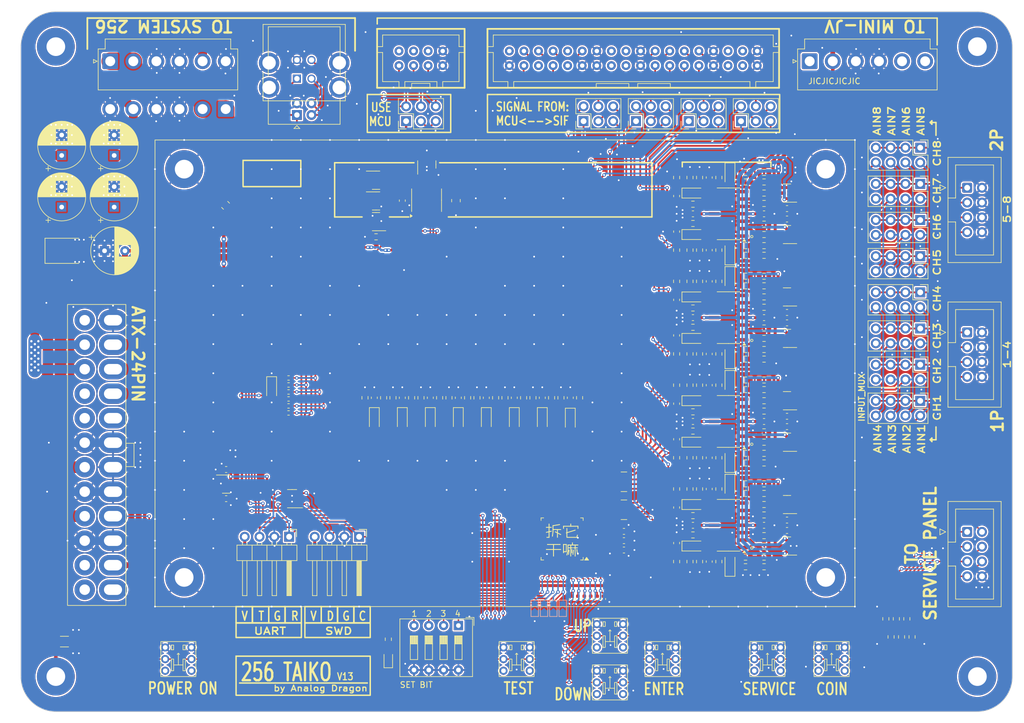
<source format=kicad_pcb>
(kicad_pcb (version 20240108) (generator "pcbnew") (generator_version "8.0")
  (layers (0 "F.Cu" signal) (31 "B.Cu" signal) (34 "B.Paste" user) (35 "F.Paste" user) (36 "B.SilkS" user "B.Silkscreen") (37 "F.SilkS" user "F.Silkscreen") (38 "B.Mask" user) (39 "F.Mask" user) (44 "Edge.Cuts" user))
  (net 0 "")
  (net 2 "TEST")
  (net 3 "GND")
  (net 6 "SERVICE")
  (net 9 "COIN1")
  (net 12 "SEL_UP")
  (net 15 "ENTER")
  (net 18 "SEL_DOWN")
  (net 20 "CH1")
  (net 21 "CH2")
  (net 22 "CH3")
  (net 23 "CH4")
  (net 24 "CH5")
  (net 25 "CH6")
  (net 26 "CH7")
  (net 27 "CH8")
  (net 28 "AIN0")
  (net 29 "AN1")
  (net 30 "AN2")
  (net 31 "AN3")
  (net 32 "AN4")
  (net 33 "AN5")
  (net 34 "AN6")
  (net 35 "AN7")
  (net 36 "+12V")
  (net 37 "+5V")
  (net 40 "SENSE")
  (net 41 "485_D-")
  (net 42 "485_D+")
  (net 43 "Net-(C1-Pad2)")
  (net 44 "AIN1")
  (net 45 "Net-(C3-Pad2)")
  (net 46 "AIN2")
  (net 47 "Net-(C4-Pad2)")
  (net 48 "AIN3")
  (net 49 "Net-(C5-Pad2)")
  (net 50 "Net-(D1-K)")
  (net 51 "Net-(D2-K)")
  (net 52 "Net-(D3-K)")
  (net 53 "Net-(D4-K)")
  (net 54 "Net-(U3D-+)")
  (net 55 "Net-(U3C-+)")
  (net 56 "Net-(U4D-+)")
  (net 57 "+3.3V")
  (net 58 "Net-(U4C-+)")
  (net 59 "AIN4")
  (net 60 "Net-(C16-Pad2)")
  (net 61 "Net-(D6-K)")
  (net 62 "Net-(D7-K)")
  (net 63 "Net-(D8-K)")
  (net 64 "Net-(D9-K)")
  (net 65 "AIN5")
  (net 66 "Net-(C21-Pad2)")
  (net 67 "AIN6")
  (net 68 "Net-(C22-Pad2)")
  (net 69 "AIN7")
  (net 70 "Net-(C23-Pad2)")
  (net 71 "Net-(U5D-+)")
  (net 72 "Net-(U5C-+)")
  (net 73 "Net-(U7D-+)")
  (net 74 "ADC4")
  (net 75 "ADC8")
  (net 76 "ADC3")
  (net 77 "ADC7")
  (net 78 "ADC2")
  (net 79 "ADC6")
  (net 80 "ADC1")
  (net 81 "ADC5")
  (net 82 "Net-(U7C-+)")
  (net 83 "-12V")
  (net 84 "Net-(U6-NRST)")
  (net 85 "MCU8")
  (net 86 "MCU7")
  (net 87 "MCU6")
  (net 88 "MCU5")
  (net 89 "/JV PCB/485-")
  (net 90 "/JV PCB/485+")
  (net 91 "MCU4")
  (net 92 "MCU3")
  (net 93 "MCU2")
  (net 94 "MCU1")
  (net 95 "Net-(D14-K)")
  (net 96 "Net-(D14-A)")
  (net 97 "Net-(D15-A)")
  (net 98 "Net-(D16-K)")
  (net 99 "Net-(D16-A)")
  (net 100 "Net-(D17-K)")
  (net 101 "Net-(D17-A)")
  (net 102 "Net-(D18-K)")
  (net 103 "Net-(D18-A)")
  (net 104 "OPA1")
  (net 105 "Net-(D19-A)")
  (net 106 "OPA2")
  (net 107 "Net-(D20-A)")
  (net 108 "OPA3")
  (net 109 "Net-(D21-A)")
  (net 110 "OPA4")
  (net 111 "Net-(D22-A)")
  (net 112 "Net-(D27-K)")
  (net 113 "Net-(D27-A)")
  (net 114 "Net-(D28-K)")
  (net 115 "Net-(D28-A)")
  (net 116 "Net-(D29-K)")
  (net 117 "Net-(D29-A)")
  (net 118 "Net-(D30-K)")
  (net 119 "Net-(D30-A)")
  (net 120 "OPA5")
  (net 121 "Net-(D31-A)")
  (net 122 "OPA6")
  (net 123 "Net-(D32-A)")
  (net 124 "OPA7")
  (net 125 "Net-(D33-A)")
  (net 126 "OPA8")
  (net 127 "Net-(D34-A)")
  (net 128 "PW_ON")
  (net 129 "SWDIO")
  (net 130 "SWCLK")
  (net 131 "SET1")
  (net 132 "SET2")
  (net 133 "SET3")
  (net 134 "SET4")
  (net 135 "Net-(U3A--)")
  (net 136 "Net-(U3B--)")
  (net 137 "Net-(U4A--)")
  (net 138 "Net-(U4B--)")
  (net 139 "STA")
  (net 140 "Net-(R36-Pad2)")
  (net 141 "Net-(R38-Pad2)")
  (net 142 "Net-(R40-Pad2)")
  (net 143 "Net-(R42-Pad2)")
  (net 144 "Net-(U3D--)")
  (net 145 "Net-(U3C--)")
  (net 146 "Net-(U4D--)")
  (net 147 "Net-(U4C--)")
  (net 148 "Net-(U5A--)")
  (net 149 "Net-(U5B--)")
  (net 150 "Net-(U7A--)")
  (net 151 "Net-(U7B--)")
  (net 152 "Net-(R76-Pad2)")
  (net 153 "Net-(R78-Pad2)")
  (net 154 "Net-(R80-Pad2)")
  (net 155 "Net-(R82-Pad2)")
  (net 156 "Net-(U5D--)")
  (net 157 "Net-(U5C--)")
  (net 158 "Net-(U7D--)")
  (net 159 "Net-(U7C--)")
  (net 164 "TXD")
  (net 165 "DE")
  (net 167 "RXD")
  (net 174 "C.CNT1")
  (net 175 "1P_START")
  (net 176 "1P_LEFT")
  (net 177 "1P_RIGHT")
  (net 178 "GOUT0")
  (net 179 "GOUT1")
  (net 180 "GOUT2")
  (net 181 "GOUT3")
  (net 182 "AN0")
  (net 183 "GOUT4")
  (net 184 "GOUT5")
  (net 185 "GOUT6")
  (net 186 "GOUT7")
  (net 188 "PWG")
  (net 191 "Net-(D35-Pad1)")
  (net 193 "/JV PCB/SENSE")
  (net 195 "SENSE_IO")
  (net 196 "O1")
  (net 197 "O2")
  (net 198 "O3")
  (net 199 "O4")
  (net 200 "O5")
  (net 201 "O6")
  (net 202 "O7")
  (net 203 "O8")
  (net 206 "Net-(C53-Pad1)")
  (net 209 "Net-(RN1-R4.1)")
  (net 210 "Net-(RN1-R3.1)")
  (net 211 "Net-(RN1-R2.1)")
  (net 212 "Net-(RN1-R1.1)")
  (net 213 "Net-(RN2-R4.1)")
  (net 214 "Net-(RN2-R3.1)")
  (net 215 "Net-(RN2-R2.1)")
  (net 216 "Net-(RN2-R1.1)")
  (net 221 "+5VP")
  (net 225 "Net-(J5-Pin_1)")
  (net 226 "Net-(J5-Pin_2)")
  (net 227 "Net-(J5-Pin_3)")
  (net 228 "Net-(J5-Pin_4)")
  (net 229 "Net-(J5-Pin_5)")
  (net 230 "Net-(J5-Pin_6)")
  (net 231 "Net-(D38-K)")
  (footprint "Resistor_SMD:R_0603_1608Metric" (layer "F.Cu") (at 139.435 84.237 -90)
    (property "Reference" "R26" (hide yes))
    (property "Value" "1K" (hide yes))
  )
  (footprint "Diode_SMD:D_SOD-323_HandSoldering" (layer "F.Cu") (at 97.2 107.9 -90)
    (property "Reference" "D7" (hide yes))
    (property "Value" "1N4148WS" (hide yes))
  )
  (footprint "NewLib:switch_6x6" (layer "F.Cu") (at 155 149 90)
    (property "Reference" "SW2" (hide yes))
    (property "Value" "SW_Push_DPDT" (hide yes))
  )
  (footprint "Package_QFP:LQFP-48_7x7mm_P0.5mm" (layer "F.Cu") (at 119.8 128.4 180)
    (property "Reference" "U6" (hide yes))
    (property "Value" "STM32G030C8T6" (hide yes))
  )
  (footprint "NewLib:switch_6x6" (layer "F.Cu") (at 128 145 90)
    (property "Reference" "SW4" (hide yes))
    (property "Value" "SW_Push_DPDT" (hide yes))
  )
  (footprint "Package_TO_SOT_SMD:SOT-23" (layer "F.Cu") (at 158.358 69.104 180)
    (property "Reference" "D11" (hide yes))
    (property "Value" "BAT54S/BAV99" (hide yes))
  )
  (footprint "Capacitor_THT:CP_Radial_D8.0mm_P3.50mm" (layer "F.Cu") (at 41.347349 79)
    (property "Reference" "C51" (hide yes))
    (property "Value" "470uF/25V" (hide yes))
  )
  (footprint "Capacitor_SMD:C_0603_1608Metric" (layer "F.Cu") (at 142.229 108.26 180)
    (property "Reference" "C45" (hide yes))
    (property "Value" "100nF/50V" (hide yes))
  )
  (footprint "Resistor_SMD:R_0603_1608Metric" (layer "F.Cu") (at 90.8 104.2 -90)
    (property "Reference" "R17" (hide yes))
    (property "Value" "1K" (hide yes))
  )
  (footprint "Capacitor_SMD:C_0603_1608Metric" (layer "F.Cu") (at 142.229 126.06 180)
    (property "Reference" "C47" (hide yes))
    (property "Value" "100nF/50V" (hide yes))
  )
  (footprint "Capacitor_SMD:C_0402_1005Metric" (layer "F.Cu") (at 122.5 138.7 -90)
    (property "Reference" "C54" (hide yes))
    (property "Value" "100nF/50V" (hide yes))
  )
  (footprint "Resistor_SMD:R_0603_1608Metric" (layer "F.Cu") (at 143.372 102.037 -90)
    (property "Reference" "R97" (hide yes))
    (property "Value" "4.7K" (hide yes))
  )
  (footprint "Resistor_SMD:R_0603_1608Metric" (layer "F.Cu") (at 151.246 118.948 180)
    (property "Reference" "R91" (hide yes))
    (property "Value" "0R" (hide yes))
  )
  (footprint "Capacitor_SMD:C_0603_1608Metric" (layer "F.Cu") (at 87.6 104.2 -90)
    (property "Reference" "C20" (hide yes))
    (property "Value" "2.2uF/16V" (hide yes))
  )
  (footprint "Resistor_SMD:R_0603_1608Metric" (layer "F.Cu") (at 146.674 132.283 90)
    (property "Reference" "R94" (hide yes))
    (property "Value" "47R" (hide yes))
  )
  (footprint "Resistor_SMD:R_Array_Convex_4x0603" (layer "F.Cu") (at 130.4 123.4)
    (property "Reference" "RN1" (hide yes))
    (property "Value" "10K" (hide yes))
  )
  (footprint "Resistor_SMD:R_0603_1608Metric" (layer "F.Cu") (at 103.6 104.2 -90)
    (property "Reference" "R19" (hide yes))
    (property "Value" "220" (hide yes))
  )
  (footprint "Capacitor_SMD:C_0603_1608Metric" (layer "F.Cu") (at 145.023 132.283 90)
    (property "Reference" "C26" (hide yes))
    (property "Value" "4.7uF/16V" (hide yes))
  )
  (footprint "Capacitor_SMD:C_0603_1608Metric" (layer "F.Cu") (at 130.4 127.1)
    (property "Reference" "C40" (hide yes))
    (property "Value" "100nF/50V" (hide yes))
  )
  (footprint "NewLib:B36B-XADSS-N-A" (layer "F.Cu") (at 132 46)
    (property "Reference" "J4" (hide yes))
    (property "Value" "Conn_02x18_Odd_Even" (hide yes))
  )
  (footprint "Resistor_SMD:R_0603_1608Metric" (layer "F.Cu") (at 154.421 95.921 180)
    (property "Reference" "R40" (hide yes))
    (property "Value" "200K" (hide yes))
  )
  (footprint "Package_SO:SO-14_3.9x8.65mm_P1.27mm" (layer "F.Cu") (at 148.325 72.66 180)
    (property "Reference" "U3" (hide yes))
    (property "Value" "TL084C" (hide yes))
  )
  (footprint "Resistor_SMD:R_0603_1608Metric" (layer "F.Cu") (at 142.229 88.809)
    (property "Reference" "R63" (hide yes))
    (property "Value" "10K" (hide yes))
  )
  (footprint "Resistor_SMD:R_0805_2012Metric" (layer "F.Cu") (at 62.1 71.2 -45)
    (property "Reference" "FB1" (hide yes))
    (property "Value" "120R/100M" (hide yes))
  )
  (footprint "Capacitor_SMD:C_0402_1005Metric" (layer "F.Cu") (at 125.8 138.7 -90)
    (property "Reference" "C55" (hide yes))
    (property "Value" "100nF/50V" (hide yes))
  )
  (footprint "Resistor_SMD:R_0603_1608Metric" (layer "F.Cu") (at 151.246 113.721 180)
    (property "Reference" "R84" (hide yes))
    (property "Value" "200K" (hide yes))
  )
  (footprint "Diode_SMD:D_SOD-323_HandSoldering" (layer "F.Cu") (at 148.579 132.791 90)
    (property "Reference" "D29" (hide yes))
    (property "Value" "1N4148WS" (hide yes))
  )
  (footprint "Diode_SMD:D_SOD-323_HandSoldering" (layer "F.Cu") (at 148.579 83.729 -90)
    (property "Reference" "D18" (hide yes))
    (property "Value" "1N4148WS" (hide yes))
  )
  (footprint "Capacitor_SMD:C_0402_1005Metric" (layer "F.Cu") (at 123.6 138.7 -90)
    (property "Reference" "C57" (hide yes))
    (property "Value" "100nF/50V" (hide yes))
  )
  (footprint "Capacitor_SMD:C_0603_1608Metric" (layer "F.Cu") (at 145.023 102.037 -90)
    (property "Reference" "C25" (hide yes))
    (property "Value" "4.7uF/16V" (hide yes))
  )
  (footprint "Resistor_SMD:R_0603_1608Metric" (layer "F.Cu") (at 142.229 71.009)
    (property "Reference" "R61" (hide yes))
    (property "Value" "10K" (hide yes))
  )
  (footprint "Capacitor_SMD:C_0603_1608Metric" (layer "F.Cu") (at 145.023 78.883 90)
    (property "Reference" "C10" (hide yes))
    (property "Value" "4.7uF/16V" (hide yes))
  )
  (footprint "Capacitor_THT:CP_Radial_D8.0mm_P3.50mm" (layer "F.Cu") (at 34 62.652651 90)
    (property "Reference" "C14" (hide yes))
    (property "Value" "470uF/25V" (hide yes))
  )
  (footprint "Package_SO:SO-14_3.9x8.65mm_P1.27mm" (layer "F.Cu") (at 148.325 126.06 180)
    (property "Reference" "U7" (hide yes))
    (property "Value" "TL084C" (hide yes))
  )
  (footprint "Diode_SMD:D_SOD-323_HandSoldering" (layer "F.Cu") (at 142.356 86.904)
    (property "Reference" "D22" (hide yes))
    (property "Value" "1N4148WS" (hide yes))
  )
  (footprint "Button_Switch_THT:SW_DIP_SPSTx04_Slide_9.78x12.34mm_W7.62mm_P2.54mm" (layer "F.Cu") (at 102.02 143.2475 -90)
    (property "Reference" "SW7" (hide yes))
    (property "Value" "SW_DIP_x04" (hide yes))
  )
  (footprint "Resistor_SMD:R_0603_1608Metric" (layer "F.Cu") (at 154.421 84.999 180)
    (property "Reference" "R42" (hide yes))
    (property "Value" "200K" (hide yes))
  )
  (footprint "Capacitor_SMD:C_0603_1608Metric" (layer "F.Cu") (at 158.358 125.171 180)
    (property "Reference" "C23" (hide yes))
    (property "Value" "2.2nF/50V" (hide yes))
  )
  (footprint "Connector_PinHeader_2.54mm:PinHeader_2x03_P2.54mm_Vertical" (layer "F.Cu") (at 150.475 56.775 90)
    (property "Reference" "J23" (hide yes))
    (property "Value" "Conn_02x03_Odd_Even" (hide yes))
  )
  (footprint "Package_TO_SOT_SMD:SOT-23" (layer "F.Cu") (at 158.358 111.816 180)
    (property "Reference" "D23" (hide yes))
    (property "Value" "BAT54S/BAV99" (hide yes))
  )
  (footprint "Capacitor_SMD:C_0603_1608Metric" (layer "F.Cu") (at 158.358 89.571 180)
    (property "Reference" "C5" (hide yes))
    (property "Value" "2.2nF/50V" (hide yes))
  )
  (footprint "Package_TO_SOT_SMD:SOT-23" (layer "F.Cu") (at 158.358 104.704 180)
    (property "Reference" "D24" (hide yes))
    (property "Value" "BAT54S/BAV99" (hide yes))
  )
  (footprint "Resistor_SMD:R_0603_1608Metric" (layer "F.Cu") (at 139.435 102.037 -90)
    (property "Reference" "R28" (hide yes))
    (property "Value" "1K" (hide yes))
  )
  (footprint "Connector_USB:USB_B_OST_USB-B1HSxx_Horizontal" (layer "F.Cu") (at 74.33 55.71 90)
    (property "Reference" "J25" (hide yes))
    (property "Value" "USB_B" (hide yes))
  )
  (footprint "Capacitor_SMD:C_0603_1608Metric" (layer "F.Cu") (at 142.229 72.66 180)
    (property "Reference" "C37" (hide yes))
    (property "Value" "100nF/50V" (hide yes))
  )
  (footprint "Package_SO:SO-14_3.9x8.65mm_P1.27mm" (layer "F.Cu") (at 148.325 90.46 180)
    (property "Reference" "U4" (hide yes))
    (property "Value" "TL084C" (hide yes))
  )
  (footprint "Connector_PinHeader_2.54mm:PinHeader_2x04_P2.54mm_Vertical" (layer "F.Cu") (at 181.2 61.325 -90)
    (property "Reference" "J13" (hide yes))
    (property "Value" "Conn_02x04_Counter_Clockwise" (hide yes))
  )
  (footprint "Capacitor_SMD:C_0402_1005Metric" (layer "F.Cu") (at 126.9 138.7 -90)
    (property "Reference" "C41" (hide yes))
    (property "Value" "100nF/50V" (hide yes))
  )
  (footprint "Capacitor_SMD:C_0603_1608Metric" (layer "F.Cu") (at 145.023 66.437 -90)
    (property "Reference" "C11" (hide yes))
    (property "Value" "4.7uF/16V" (hide yes))
  )
  (footprint "Resistor_SMD:R_0603_1608Metric" (layer "F.Cu") (at 142.229 124.409)
    (property "Reference" "R103" (hide yes))
    (property "Value" "10K" (hide yes))
  )
  (footprint "NewLib:switch_6x6" (layer "F.Cu") (at 128 153 90)
    (property "Reference" "SW6" (hide yes))
    (property "Value" "SW_Push_DPDT" (hide yes))
  )
  (footprint "Connector_USB:USB_B_TE_5787834_Vertical" (layer "F.Cu") (at 74.33 49.4825 180)
    (property "Reference" "J102" (hide yes))
    (property "Value" "USB_B" (hide yes))
  )
  (footprint "Capacitor_SMD:C_0603_1608Metric" (layer "F.Cu") (at 139.435 123.012 -90)
    (property "Reference" "C28" (hide yes))
    (property "Value" "10nF/50V" (hide yes))
  )
  (footprint "Resistor_SMD:R_0603_1608Metric" (layer "F.Cu") (at 141.721 66.437 90)
    (property "Reference" "R65" (hide yes))
    (property "Value" "1K" (hide yes))
  )
  (footprint "Package_SO:SOIC-8_3.9x4.9mm_P1.27mm" (layer "F.Cu") (at 96.565 70.325 90)
    (property "Reference" "U2" (hide yes))
    (property "Value" "SP3485" (hide yes))
  )
  (footprint "Resistor_SMD:R_0603_1608Metric" (layer "F.Cu") (at 141.721 102.037 90)
    (property "Reference" "R105" (hide yes))
    (property "Value" "1K" (hide yes))
  )
  (footprint "Resistor_SMD:R_0603_1608Metric" (layer "F.Cu") (at 151.246 79.772 180)
    (property "Reference" "R45" (hide yes))
    (property "Value" "0R" (hide yes))
  )
  (footprint "Connector_IDC:IDC-Header_2x04_P2.54mm_Vertical" (layer "F.Cu") (at 189.2475 68.19)
    (property "Reference" "J8" (hide yes))
    (property "Value" "Conn_02x04_Counter_Clockwise" (hide yes))
  )
  (footprint "Resistor_SMD:R_0603_1608Metric" (layer "F.Cu") (at 151.246 101.148 180)
    (property "Reference" "R87" (hide yes))
    (property "Value" "0R" (hide yes))
  )
  (footprint "Resistor_SMD:R_0603_1608Metric" (layer "F.Cu") (at 154.421 101.148 180)
    (property "Reference" "R79" (hide yes))
    (property "Value" "NC" (hide yes))
  )
  (footprint "MountingHole:MountingHole_3.2mm_M3_DIN965_Pad" (layer "F.Cu") (at 191 152)
    (property "Reference" "H2" (hide yes))
    (property "Value" "MINI-JV" (hide yes))
  )
  (footprint "Resistor_SMD:R_0603_1608Metric" (layer "F.Cu") (at 154.421 102.799 180)
    (property "Reference" "R78" (hide yes))
    (property "Value" "200K" (hide yes))
  )
  (footprint "Resistor_SMD:R_0603_1608Metric" (layer "F.Cu") (at 154.421 113.721 180)
    (property "Reference" "R76" (hide yes))
    (property "Value" "200K" (hide yes))
  )
  (footprint "Diode_SMD:D_SOD-323_HandSoldering" (layer "F.Cu") (at 111.6 107.9 -90)
    (property "Reference" "D3" (hide yes))
    (property "Value" "1N4148WS" (hide yes))
  )
  (footprint "Resistor_SMD:R_0402_1005Metric" (layer "F.Cu") (at 72.9 106.8)
    (property "Reference" "R119" (hide yes))
    (property "Value" "4.7K" (hide yes))
  )
  (footprint "Diode_SMD:D_SOD-323_HandSoldering" (layer "F.Cu") (at 92.4 107.9 -90)
    (property "Reference" "D8" (hide yes))
    (property "Value" "1N4148WS" (hide yes))
  )
  (footprint "Resistor_SMD:R_0603_1608Metric" (layer "F.Cu") (at 178 145.2 90)
    (property "Reference" "R110" (hide yes))
    (property "Value" "100R" (hide yes))
  )
  (footprint "Resistor_SMD:R_0603_1608Metric" (layer "F.Cu") (at 154.421 79.772 180)
    (property "Reference" "R37" (hide yes))
    (property "Value" "NC" (hide yes))
  )
  (footprint "Capacitor_SMD:C_0603_1608Metric" (layer "F.Cu") (at 139.435 105.212 -90)
    (property "Reference" "C32" (hide yes))
    (property "Value" "10nF/50V" (hide yes))
  )
  (footprint "Diode_SMD:D_SOD-323_HandSoldering" (layer "F.Cu") (at 142.356 69.104)
    (property "Reference" "D20" (hide yes))
    (property "Value" "1N4148WS" (hide yes))
  )
  (footprint "Resistor_SMD:R_0603_1608Metric" (layer "F.Cu") (at 154.421 111.816 180)
    (property "Reference" "R72" (hide yes))
    (property "Value" "3.3K" (hide yes))
  )
  (footprint "Capacitor_SMD:C_0603_1608Metric" (layer "F.Cu") (at 139.435 129.108 90)
    (property "Reference" "C30" (hide yes))
    (property "Value" "10nF/50V" (hide yes))
  )
  (footprint "Resistor_SMD:R_0603_1608Metric" (layer "F.Cu") (at 154.421 122.504 180)
    (property "Reference" "R75" (hide yes))
    (property "Value" "3.3K" (hide yes))
  )
  (footprint "NewLib:switch_6x6" (layer "F.Cu") (at 166 149 90)
    (property "Reference" "SW3" (hide yes))
    (property "Value" "SW_Push_DPDT" (hide yes))
  )
  (footprint "Resistor_SMD:R_0603_1608Metric" (layer "F.Cu") (at 113.2 104.2 -90)
    (property "Reference" "R9" (hide yes))
    (property "Value" "220" (hide yes))
  )
  (footprint "MountingHole:MountingHole_3.2mm_M3_DIN965_Pad" (layer "F.Cu") (at 55 65)
    (property "Reference" "H1" (hide yes))
    (property "Value" "MINI-JV" (hide yes))
  )
  (footprint "Resistor_SMD:R_0805_2012Metric" (layer "F.Cu") (at 101.6 70.4 90)
    (property "Reference" "R11" (hide yes))
    (property "Value" "120R" (hide yes))
  )
  (footprint "Resistor_SMD:R_0603_1608Metric" (layer "F.Cu") (at 142.229 92.111)
    (property "Reference" "R62" (hide yes))
    (property "Value" "10K" (hide yes))
  )
  (footprint "Diode_SMD:D_SOD-323_HandSoldering" (layer "F.Cu") (at 148.579 101.529 -90)
    (property "Reference" "D28" (hide yes))
    (property "Value" "1N4148WS" (hide yes))
  )
  (footprint "Capacitor_SMD:C_0603_1608Metric" (layer "F.Cu") (at 92.4 70.4 -90)
    (property "Reference" "C56" (hide yes))
    (property "Value" "1uF/25V" (hide yes))
  )
  (footprint "Resistor_SMD:R_0603_1608Metric" (layer "F.Cu") (at 139.435 114.483 90)
    (property "Reference" "R27" (hide yes))
    (property "Value" "1K" (hide yes))
  )
  (footprint "Diode_SMD:D_SOD-323_HandSoldering" (layer "F.Cu") (at 142.356 94.016)
    (property "Reference" "D21" (hide yes))
    (property "Value" "1N4148WS" (hide yes))
  )
  (footprint "Package_TO_SOT_SMD:SOT-23" (layer "F.Cu") (at 87.9 70.45)
    (property "Reference" "D35" (hide yes))
    (property "Value" "BAT54S/BAV99" (hide yes))
  )
  (footprint "Resistor_SMD:R_0402_1005Metric" (layer "F.Cu") (at 72.9 102)
    (property "Reference" "R115" (hide yes))
    (property "Value" "4.7K" (hide yes))
  )
  (footprint "Diode_SMD:D_SOD-323_HandSoldering" (layer "F.Cu") (at 106.8 107.9 -90)
    (property "Reference" "D4" (hide yes))
    (property "Value" "1N4148WS" (hide yes))
  )
  (footprint "Diode_SMD:D_SOD-323_HandSoldering" (layer "F.Cu") (at 142.356 104.704)
    (property "Reference" "D32" (hide yes))
    (property "Value" "1N4148WS" (hide yes))
  )
  (footprint "Diode_SMD:D_SOD-323_HandSoldering" (layer "F.Cu") (at 142.356 122.504)
    (property "Reference" "D34" (hide yes))
    (property "Value" "1N4148WS" (hide yes))
  )
  (footprint "Resistor_SMD:R_0603_1608Metric" (layer "F.Cu") (at 146.674 78.883 90)
    (property "Reference" "R52" (hide yes))
    (property "Value" "47R" (hide yes))
  )
  (footprint "Capacitor_SMD:C_0603_1608Metric" (layer "F.Cu") (at 130.4 130.3)
    (property "Reference" "C39" (hide yes))
    (property "Value" "10uF/16V" (hide yes))
  )
  (footprint "NewLib:switch_6x6" (layer "F.Cu") (at 137 149 90)
    (property "Reference" "SW5" (hide yes))
    (property "Value" "SW_Push_DPDT" (hide yes))
  )
  (footprint "Connector_PinHeader_2.54mm:PinHeader_2x04_P2.54mm_Vertical" (layer "F.Cu") (at 181.2 104.725 -90)
    (property "Reference" "J9" (hide yes))
    (property "Value" "Conn_02x04_Counter_Clockwise" (hide yes))
  )
  (footprint "Diode_SMD:D_SOD-323_HandSoldering" (layer "F.Cu") (at 87.6 107.9 -90)
    (property "Reference" "D9" (hide yes))
    (property "Value" "1N4148WS" (hide yes))
  )
  (footprint "Package_TO_SOT_SMD:SOT-23" (layer "F.Cu") (at 96.6 64.2 90)
    (property "Reference" "D5" (hide yes))
    (property "Value" "SM712_SOT23" (hide yes))
  )
  (footprint "Resistor_SMD:R_0603_1608Metric" (layer "F.Cu") (at 146.674 66.437 -90)
    (property "Reference" "R53" (hide yes))
    (property "Value" "47R" (hide yes))
  )
  (footprint "Resistor_SMD:R_0603_1608Metric" (layer "F.Cu") (at 151.246 95.921 180)
    (property "Reference" "R48" (hide yes))
    (property "Value" "200K" (hide yes))
  )
  (footprint "Resistor_SMD:R_0603_1608Metric" (layer "F.Cu") (at 151.246 78.121 180)
    (property "Reference" "R44" (hide yes))
    (property "Value" "200K" (hide yes))
  )
  (footprint "Resistor_SMD:R_0603_1608Metric" (layer "F.Cu") (at 154.421 124.282 180)
    (property "Reference" "R71" (hide yes))
    (property "Value" "1M" (hide yes))
  )
  (footprint "Resistor_SMD:R_0603_1608Metric" (layer "F.Cu") (at 143.372 132.283 90)
    (property "Reference" "R98" (hide yes))
    (property "Value" "4.7K" (hide yes))
  )
  (footprint "Resistor_SMD:R_0603_1608Metric" (layer "F.Cu") (at 151.246 65.548 180)
    (property "Reference" "R47" (hide yes))
    (property "Value" "0R" (hide yes))
  )
  (footprint "Resistor_SMD:R_0603_1608Metric" (layer "F.Cu") (at 119.6 104.2 -90)
    (property "Reference" "R2" (hide yes))
    (property "Value" "1K" (hide yes))
  )
  (footprint "Resistor_SMD:R_0603_1608Metric" (layer "F.Cu") (at 141.721 119.837 90)
    (property "Reference" "R107" (hide yes))
    (property "Value" "1K" (hide yes))
  )
  (footprint "Capacitor_SMD:C_0603_1608Metric" (layer "F.Cu") (at 158.358 73.549 180)
    (property "Reference" "C1" (hide yes))
    (property "Value" "2.2nF/50V" (hide yes))
  )
  (footprint "Diode_SMD:D_SOD-323_HandSoldering" (layer "F.Cu") (at 148.579 65.929 -90)
    (property "Reference" "D16" (hide yes))
    (property "Value" "1N4148WS" (hide yes))
  )
  (footprint "Resistor_SMD:R_0603_1608Metric" (layer "F.Cu") (at 110 104.2 -90)
    (property "Reference" "R4" (hide yes))
    (property "Value" "1K" (hide yes))
  )
  (footprint "Resistor_SMD:R_0603_1608Metric" (layer "F.Cu") (at 98.8 104.2 -90)
    (property "Reference" "R20" (hide yes))
    (property "Value" "220" (hide yes))
  )
  (footprint "Resistor_SMD:R_0603_1608Metric" (layer "F.Cu") (at 151.246 83.348 180)
    (property "Reference" "R51" (hide yes))
    (property "Value" "0R" (hide yes))
  )
  (footprint "Capacitor_SMD:C_0603_1608Metric" (layer "F.Cu") (at 145.023 114.483 90)
    (property "Reference" "C24" (hide yes))
    (property "Value" "4.7uF/16V" (hide yes))
  )
  (footprint "Diode_SMD:D_SOD-323_HandSoldering" (layer "F.Cu") (at 142.356 111.816)
    (property "Reference" "D31" (hide yes))
    (property "Value" "1N4148WS" (hide yes))
  )
  (footprint "Diode_SMD:D_SMB" (layer "F.Cu") (at 34.8 79)
    (property "Reference" "D37" (hide yes))
    (property "Value" "SMBJ5.0A" (hide yes))
  )
  (footprint "Resistor_SMD:R_0603_1608Metric" (layer "F.Cu") (at 139.435 78.883 90)
    (property "Reference" "R23" (hide yes))
    (property "Value" "1K" (hide yes))
  )
  (footprint "Resistor_SMD:R_0603_1608Metric" (layer "F.Cu") (at 86 104.2 -90)
    (property "Reference" "R18" (hide yes))
    (property "Value" "1K" (hide yes))
  )
  (footprint "Capacitor_SMD:C_0603_1608Metric" (layer "F.Cu") (at 111.6 104.2 -90)
    (property "Reference" "C8" (hide yes))
    (property "Value" "2.2uF/16V" (hide yes))
  )
  (footprint "Resistor_SMD:R_0603_1608Metric" (layer "F.Cu") (at 94 104.2 -90)
    (property "Reference" "R21" (hide yes))
    (property "Value" "220" (hide yes))
  )
  (footprint "Capacitor_SMD:C_0603_1608Metric" (layer "F.Cu") (at 158.358 107.371 180)
    (property "Reference" "C21" (hide yes))
    (property "Value" "2.2nF/50V" (hide yes))
  )
  (footprint "Diode_SMD:D_SOD-323_HandSoldering" (layer "F.Cu") (at 102 107.9 -90)
    (property "Reference" "D6" (hide yes))
    (property "Value" "1N4148WS" (hide yes))
  )
  (footprint "Capacitor_SMD:C_0603_1608Metric" (layer "F.Cu") (at 139.435 75.708 90)
    (property "Reference" "C33" (hide yes))
    (property "Value" "10nF/50V" (hide yes))
  )
  (footprint "Connector_PinHeader_2.54mm:PinHeader_1x04_P2.54mm_Horizontal" (layer "F.Cu") (at 85 128.025 -90)
    (property "Reference" "J21" (hide yes))
    (property "Value" "Conn_01x04" (hide yes))
  )
  (footprint "Resistor_SMD:R_0603_1608Metric" (layer "F.Cu") (at 142.229 106.609)
    (property "Reference" "R101" (hide yes))
    (property "Value" "10K" (hide yes))
  )
  (footprint "Resistor_SMD:R_0603_1608Metric" (layer "F.Cu") (at 118 104.2 -90)
    (property "Reference" "R8" (hide yes))
    (property "Value" "220" (hide yes))
  )
  (footprint "Resistor_SMD:R_0603_1608Metric" (layer "F.Cu") (at 146.674 102.037 -90)
    (property "Reference" "R93" (hide yes))
    (property "Value" "47R" (hide yes))
  )
  (footprint "Resistor_SMD:R_0603_1608Metric" (layer "F.Cu") (at 154.421 70.882 180)
    (property "Reference" "R6" (hide yes))
    (property "Value" "1M" (hide yes))
  )
  (footprint "Package_TO_SOT_SMD:SOT-23" (layer "F.Cu") (at 158.358 76.216 180)
    (property "Reference" "D10" (hide yes))
    (property "Value" "BAT54S/BAV99" (hide yes))
  )
  (footprint "Connector_IDC:IDC-Header_2x04_P2.54mm_Vertical" (layer "F.Cu") (at 189.2475 127.19)
    (property "Reference" "J5" (hide yes))
    (property "Value" "Conn_02x04_Counter_Clockwise" (hide yes))
  )
  (footprint "Connector_PinHeader_2.54mm:PinHeader_2x03_P2.54mm_Vertical" (layer "F.Cu") (at 93.055 56.775 90)
    (property "Reference" "J22" (hide yes))
    (property "Value" "Conn_02x02_Odd_Even" (hide yes))
  )
  (footprint "Package_TO_SOT_SMD:SOT-23-6" (layer "F.Cu") (at 73.5 121.5 180)
    (property "Reference" "U8" (hide yes))
    (property "Value" "SRV05-4" (hide yes))
  )
  (footprint "Resistor_SMD:R_0603_1608Metric" (layer "F.Cu") (at 122.8 104.2 -90)
    (property "Reference" "R7" (hide yes))
    (property "Value" "220" (hide yes))
  )
  (footprint "Resistor_SMD:R_0402_1005Metric" (layer "F.Cu") (at 72.9 104.4)
    (property "Reference" "R117" (hide yes))
    (property "Value" "4.7K" (hide yes))
  )
  (footprint "Resistor_SMD:R_0603_1608Metric" (layer "F.Cu") (at 179.8 145.2 -90)
    (property "Reference" "R112" (hide yes))
    (property "Value" "100R" (hide yes))
  )
  (footprint "Package_TO_SOT_SMD:SOT-23" (layer "F.Cu") (at 158.358 86.904 180)
    (property "Reference" "D13" (hide yes))
    (property "Value" "BAT54S/BAV99" (hide yes))
  )
  (footprint "Resistor_SMD:R_0603_1608Metric" (layer "F.Cu") (at 154.421 94.016 180)
    (property "Reference" "R33" (hide yes))
    (property "Value" "3.3K" (hide yes))
  )
  (footprint "Diode_SMD:D_SOD-323_HandSoldering" (layer "F.Cu") (at 142.356 76.216)
    (property "Reference" "D19" (hide yes))
    (property "Value" "1N4148WS" (hide yes))
  )
  (footprint "Capacitor_SMD:C_0603_1608Metric" (layer "F.Cu") (at 154.421 126.06 180)
    (property "Reference" "C46" (hide yes))
    (property "Value" "100nF/50V" (hide yes))
  )
  (footprint "Resistor_SMD:R_0603_1608Metric" (layer "F.Cu") (at 143.372 78.883 90)
    (property "Reference" "R56" (hide yes))
    (property "Value" "4.7K" (hide yes))
  )
  (footprint "Resistor_SMD:R_0603_1608Metric" (layer "F.Cu") (at 154.421 88.682 180)
    (property "Reference" "R14" (hide yes))
    (property "Value" "1M" (hide yes))
  )
  (footprint "Capacitor_SMD:C_0603_1608Metric" (layer "F.Cu") (at 121.2 104.2 -90)
    (property "Reference" "C6" (hide yes))
    (property "Value" "2.2uF/16V" (hide yes))
  )
  (footprint "Capacitor_SMD:C_0603_1608Metric" (layer "F.Cu") (at 106.8 104.2 -90)
    (property "Reference" "C9" (hide yes))
    (property "Value" "2.2uF/16V" (hide yes))
  )
  (footprint "Resistor_SMD:R_0603_1608Metric" (layer "F.Cu") (at 139.435 132.283 90)
    (property "Reference" "R29" (hide yes))
    (property "Value" "1K" (hide yes))
  )
  (footprint "Resistor_SMD:R_0603_1608Metric" (layer "F.Cu") (at 151.246 133.172 180)
    (property "Reference" "R89" (hide yes))
    (property "Value" "0R" (hide yes))
  )
  (footprint "Resistor_SMD:R_0603_1608Metric" (layer "F.Cu") (at 143.372 114.483 90)
    (property "Reference" "R96" (hide yes))
    (property "Value" "4.7K" (hide yes))
  )
  (footprint "Connector_PinHeader_2.54mm:PinHeader_1x04_P2.54mm_Horizontal" (layer "F.Cu") (at 73 128.025 -90)
    (property "Reference" "J17" (hide yes))
    (property "Value" "Conn_01x04" (hide yes))
  )
  (footprint "Resistor_SMD:R_0603_1608Metric" (layer "F.Cu") (at 151.246 67.199 180)
    (property "Reference" "R46" (hide yes))
    (property "Value" "200K" (hide yes))
  )
  (footprint "Capacitor_SMD:C_0603_1608Metric" (layer "F.Cu") (at 142.229 90.46 180)
    (property "Reference" "C43" (hide yes))
    (property "Value" "100nF/50V" (hide yes))
  )
  (footprint "Connector_PinHeader_2.54mm:PinHeader_2x04_P2.54mm_Vertical" (layer "F.Cu") (at 181.2 73.725 -90)
    (property "Reference" "J15" (hide yes))
    (property "Value" "Conn_02x04_Counter_Clockwise" (hide yes))
  )
  (footprint "Resistor_SMD:R_0402_1005Metric" (layer "F.Cu") (at 72.9 103.2)
    (property "Reference" "R116" (hide yes))
    (property "Value" "4.7K" (hide yes))
  )
  (footprint "Resistor_SMD:R_0603_1608Metric" (layer "F.Cu") (at 142.229 127.711)
    (property "Reference" "R102" (hide yes))
    (property "Value" "10K" (hide yes))
  )
  (footprint "MountingHole:MountingHole_3.2mm_M3_DIN965_Pad" (layer "F.Cu") (at 192 43)
    (property "Reference" "H4" (hide yes))
    (property "Value" "MINI-JV" (hide yes))
  )
  (footprint "Resistor_SMD:R_0603_1608Metric" (layer "F.Cu") (at 141.721 132.283 -90)
    (property "Reference" "R106" (hide yes))
    (property "Value" "1K" (hide yes))
  )
  (footprint "Capacitor_SMD:C_0603_1608Metric" (layer "F.Cu") (at 158.358 91.349 180)
    (property "Reference" "C4" (hide yes))
    (property "Value" "2.2nF/50V" (hide yes))
  )
  (footprint "Resistor_SMD:R_0603_1608Metric" (layer "F.Cu") (at 139.435 96.683 90)
    (property "Reference" "R25" (hide yes))
    (property "Value" "1K" (hide yes))
  )
  (footprint "Capacitor_SMD:C_0603_1608Metric" (layer "F.Cu") (at 139.435 111.308 90)
    (property "Reference" "C34" (hide yes))
    (property "Value" "10nF/50V" (hide yes))
  )
  (footprint "Resistor_SMD:R_0603_1608Metric" (layer "F.Cu") (at 154.421 86.904 180)
    (property "Reference" "R34" (hide yes))
    (property "Value" "3.3K" (hide yes))
  )
  (footprint "Connector_IDC:IDC-Header_2x04_P2.54mm_Vertical" (layer "F.Cu") (at 189.2475 92.99)
    (property "Reference" "J7" (hide yes))
    (property "Value" "Conn_02x04_Counter_Clockwise" (hide yes))
  )
  (footprint "Resistor_SMD:R_0603_1608Metric" (layer "F.Cu") (at 143.372 84.237 -90)
    (property "Reference" "R59" (hide yes))
    (property "Value" "4.7K" (hide yes))
  )
  (footprint "Resistor_SMD:R_0603_1608Metric" (layer "F.Cu") (at 139.435 66.437 -90)
    (property "Reference" "R24" (hide yes))
    (property "Value" "1K" (hide yes))
  )
  (footprint "Resistor_SMD:R_0603_1608Metric" (layer "F.Cu") (at 141.721 96.683 -90)
    (property "Reference" "R66" (hide yes))
    (property "Value" "1K" (hide yes))
  )
  (footprint "Resistor_SMD:R_0603_1608Metric" (layer "F.Cu") (at 154.421 106.482 180)
    (property "Reference" "R69" (hide yes))
    (property "Value" "1M" (hide yes))
  )
  (footprint "Diode_SMD:D_SOD-323_HandSoldering" (layer "F.Cu") (at 148.579 119.329 -90)
    (property "Reference" "D30" (hide yes))
    (property "Value" "1N4148WS" (hide yes))
  )
  (footprint "Resistor_SMD:R_0603_1608Metric" (layer "F.Cu") (at 139.435 119.837 -90)
    (property "Reference" "R30" (hide yes))
    (property "Value" "1K" (hide yes))
  )
  (footprint "Package_TO_SOT_SMD:SOT-23" (layer "F.Cu") (at 87.9 74 180)
    (property "Reference" "Q2" (hide yes))
    (property "Value" "AO3400A" (hide yes))
  )
  (footprint "Resistor_SMD:R_0603_1608Metric" (layer "F.Cu") (at 154.421 133.172 180)
    (property "Reference" "R81" (hide yes))
    (property "Value" "NC" (hide yes))
  )
  (footprint "Capacitor_SMD:C_0603_1608Metric" (layer "F.Cu") (at 97.2 104.2 -90)
    (property "Reference" "C18" (hide yes))
    (property "Value" "2.2uF/16V" (hide yes))
  )
  (footprint "Resistor_SMD:R_0603_1608Metric" (layer "F.Cu") (at 90 145.6 90)
    (property "Reference" "R35" (hide yes))
    (property "Value" "4.7K" (hide yes))
  )
  (footprint "Connector_JST:JST_VH_B6PS-VH_1x06_P3.96mm_Horizontal" (layer "F.Cu") (at 62.1225 54.7 180)
    (property "Reference" "J24" (hide yes))
    (property "Value" "Conn_01x06" (hide yes))
  )
  (footprint "Resistor_SMD:R_0603_1608Metric" (layer "F.Cu") (at 151.246 97.572 180)
    (property "Reference" "R49" (hide yes))
    (property "Value" "0R" (hide yes))
  )
  (footprint "Connector_PinHeader_2.54mm:PinHeader_2x03_P2.54mm_Vertical" (layer "F.Cu") (at 123.475 56.775 90)
    (property "Reference" "J18" (hide yes))
    (property "Value" "Conn_02x03_Odd_Even" (hide yes))
  )
  (footprint "Capacitor_SMD:C_0402_1005Metric" (layer "F.Cu") (at 124.7 138.7 -90)
    (property "Reference" "C52" (hide yes))
    (property "Value" "100nF/50V" (hide yes))
  )
  (footprint "Resistor_SMD:R_0603_1608Metric" (layer "F.Cu") (at 141.721 114.483 -90)
    (property "Reference" "R104" (hide yes))
    (property "Value" "1K" (hide yes))
  )
  (footprint "NewLib:5557-2x12" (layer "F.Cu") (at 40 114 -90)
    (property "Reference" "J6" (hide yes))
    (property "Value" "ATX-24" (hide yes))
  )
  (footprint "Resistor_SMD:R_0603_1608Metric" (layer "F.Cu") (at 154.421 110.038 180)
    (property "Reference" "R68" (hide yes))
    (property "Value" "1M" (hide yes))
  )
  (footprint "Resistor_SMD:R_0603_1608Metric" (layer "F.Cu") (at 154.421 131.521 180)
    (property "Reference" "R80" (hide yes))
    (property "Value" "200K" (hide yes))
  )
  (footprint "Resistor_SMD:R_0603_1608Metric" (layer "F.Cu") (at 154.421 115.372 180)
    (property "Reference" "R77" (hide yes))
    (property "Value" "NC" (hide yes))
  )
  (footprint "Diode_SMD:D_SOD-323_HandSoldering" (layer "F.Cu") (at 148.579 97.191 90)
    (property "Reference" "D17" (hide yes))
    (property "Value" "1N4148WS" (hide yes))
  )
  (footprint "Resistor_SMD:R_0603_1608Metric" (layer "F.Cu") (at 143.372 119.837 -90)
    (property "Reference" "R99" (hide yes))
    (property "Value" "4.7K" (hide yes))
  )
  (footprint "Resistor_SMD:R_0603_1608Metric" (layer "F.Cu") (at 154.421 97.572 180)
    (property "Reference" "R41" (hide yes))
    (property "Value" "NC" (hide yes))
  )
  (footprint "Capacitor_SMD:C_0603_1608Metric" (layer "F.Cu") (at 130.4 128.7)
    (property "Reference" "C42" (hide yes))
    (property "Value" "100nF/50V" (hide yes))
  )
  (footprint "Connector_PinHeader_2.54mm:PinHeader_2x04_P2.54mm_Vertical" (layer "F.Cu") (at 181.2 98.525 -90)
    (property "Reference" "J10" (hide yes))
    (property "Value" "Conn_02x04_Counter_Clockwise" (hide yes))
  )
  (footprint "Resistor_SMD:R_0603_1608Metric" (layer "F.Cu") (at 154.421 67.199 180)
    (property "Reference" "R38" (hide yes))
    (property "Value" "200K" (hide yes))
  )
  (footprint "Diode_SMD:D_SOD-323_HandSoldering" (layer "F.Cu") (at 148.579 79.391 90)
    (property "Reference" "D14" (hide yes))
    (property "Value" "1N4148WS" (hide yes))
  )
  (footprint "Package_TO_SOT_SMD:SOT-23" (layer "F.Cu") (at 158.358 94.016 180)
    (property "Reference" "D12" (hide yes))
    (property "Value" "BAT54S/BAV99" (hide yes))
  )
  (footprint "Resistor_SMD:R_0603_1608Metric" (layer "F.Cu") (at 178.9 142.1 90)
    (property "Reference" "R108" (hide yes))
    (property "Value" "100R" (hide yes))
  )
  (footprint "Resistor_SMD:R_0603_1608Metric" (layer "F.Cu") (at 154.421 120.599 180)
    (property "Reference" "R82" (hide yes))
    (property "Value" "200K" (hide yes))
  )
  (footprint "Resistor_SMD:R_0603_1608Metric" (layer "F.Cu") (at 146.674 96.683 90)
    (property "Reference" "R54" (hide yes))
    (property "Value" "47R" (hide yes))
  )
  (footprint "Resistor_SMD:R_0603_1608Metric" (layer "F.Cu") (at 154.421 92.238 180)
    (property "Reference" "R13" (hide yes))
    (property "Value" "1M" (hide yes))
  )
  (footprint "Diode_SMD:D_SOD-323_HandSoldering" (layer "F.Cu") (at 148.579 114.991 90)
    (property "Reference" "D27" (hide yes))
    (property "Value" "1N4148WS" (hide yes))
  )
  (footprint "Resistor_SMD:R_0603_1608Metric" (layer "F.Cu") (at 142.229 109.911)
    (property "Reference" "R100" (hide yes))
    (property "Value" "10K" (hide yes))
  )
  (footprint "Resistor_SMD:R_0402_1005Metric" (layer "F.Cu") (at 72.9 100.8)
    (property "Reference" "R114" (hide yes))
    (property "Value" "4.7K" (hide yes))
  )
  (footprint "LED_SMD:LED_0603_1608Metric" (layer "F.Cu") (at 90 149 90)
    (property "Reference" "D15" (hide yes))
    (property "Value" "SKYBLUE_LED" (hide yes))
  )
  (footprint "Resistor_SMD:R_0603_1608Metric" (layer "F.Cu") (at 151.246 84.999 180)
    (property "Reference" "R50" (hide yes))
    (property "Value" "200K" (hide yes))
  )
  (footprint "Capacitor_THT:CP_Radial_D8.0mm_P3.50mm" (layer "F.Cu") (at 43 71.5 90)
    (property "Reference" "C50" (hide yes))
    (property "Value" "470uF/25V" (hide yes))
  )
  (footprint "Resistor_SMD:R_0603_1608Metric" (layer "F.Cu") (at 143.372 66.437 -90)
    (property "Reference" "R57" (hide yes))
    (property "Value" "4.7K" (hide yes))
  )
  (footprint "Resistor_SMD:R_0603_1608Metric" (layer "F.Cu") (at 177.1 142.1 -90)
    (property "Reference" "R111" (hide yes))
    (property "Value" "100R" (hide yes))
  )
  (footprint "Resistor_SMD:R_0402_1005Metric" (layer "F.Cu") (at 72.9 105.6)
    (property "Reference" "R118" (hide yes))
    (property "Value" "4.7K" (hide yes))
  )
  (footprint "Resistor_SMD:R_0603_1608Metric" (layer "F.Cu") (at 151.246 131.521 180)
    (property "Reference" "R88" (hide yes))
    (property "Value" "200K" (hide yes))
  )
  (footprint "Resistor_SMD:R_0603_1608Metric" (layer "F.Cu") (at 154.421 83.348 180)
    (property "Reference" "R43" (hide yes))
    (property "Value" "NC" (hide yes))
  )
  (footprint "Capacitor_SMD:C_0603_1608Metric" (layer "F.Cu") (at 145.023 96.683 90)
    (property "Reference" "C12" (hide yes))
    (property "Value" "4.7uF/16V" (hide yes))
  )
  (footprint "Connector_PinHeader_2.54mm:PinHeader_2x03_P2.54mm_Vertical" (layer "F.Cu") (at 141.51 56.775 90)
    (property "Reference" "J20" (hide yes))
    (property "Value" "Conn_02x03_Odd_Even" (hide yes))
  )
  (footprint "Capacitor_SMD:C_0603_1608Metric" (layer "F.Cu") (at 158.358 71.771 180)
    (property "Reference" "C3" (hide yes))
    (property "Value" "2.2nF/50V" (hide yes))
  )
  (footprint "Diode_SMD:D_SOD-323_HandSoldering" (layer "F.Cu") (at 70 102.6 -90)
    (property "Reference" "D38" (hide yes))
    (property "Value" "1N5819WS" (hide yes))
  )
  (footprint "Resistor_SMD:R_0603_1608Metric" (layer "F.Cu") (at 151.246 120.599 180)
    (property "Reference" "R90" (hide yes))
    (property "Value" "200K" (hide yes))
  )
  (footprint "Capacitor_SMD:C_0603_1608Metric" (layer "F.Cu") (at 116.4 104.2 -90)
    (property "Reference" "C7" (hide yes))
    (property "Value" "2.2uF/16V" (hide yes))
  )
  (footprint "Resistor_SMD:R_0603_1608Metric" (layer "F.Cu") (at 146.674 114.483 90)
    (property "Reference" "R92" (hide yes))
    (property "Value" "47R" (hide yes))
  )
  (footprint "Resistor_SMD:R_0603_1608Metric" (layer "F.Cu") (at 154.421 127.838 180)
    (property "Reference" "R70" (hide yes))
    (property "Value" "1M" (hide yes))
  )
  (footprint "Resistor_SMD:R_0603_1608Metric" (layer "F.Cu") (at 151.246 115.372 180)
    (property "Reference" "R85" (hide yes))
    (property "Value" "0R" (hide yes))
  )
  (footprint "Resistor_SMD:R_0603_1608Metric" (layer "F.Cu") (at 146.674 119.837 -90)
    (property "Reference" "R95" (hide yes))
    (property "Value" "47R" (hide yes))
  )
  (footprint "Resistor_SMD:R_0603_1608Metric" (layer "F.Cu") (at 141.721 78.883 -90)
    (property "Reference" "R64" (hide yes))
    (property "Value" "1K" (hide yes))
  )
  (footprint "Capacitor_SMD:C_0603_1608Metric" (layer "F.Cu") (at 62.2 121.5)
    (property "Reference" "C13" (hide yes))
    (property "Value" "22uF/6.3V" (hide yes))
  )
  (footprint "Package_SO:SO-14_3.9x8.65mm_P1.27mm" (layer "F.Cu") (at 148.325 108.26 180)
    (property "Reference" "U5" (hide yes))
    (property "Value" "TL084C" (hide yes))
  )
  (footprint "Connector_PinHeader_2.54mm:PinHeader_2x04_P2.54mm_Vertical" (layer "F.Cu") (at 181.2 79.925 -90)
    (property "Reference" "J16" (hide yes))
    (property "Value" "Conn_02x04_Counter_Clockwise" (hide yes))
  )
  (footprint "Capacitor_SMD:C_0603_1608Metric" (layer "F.Cu") (at 154.421 108.26 180)
    (property "Reference" "C44" (hide yes))
    (property "Value" "100nF/50V" (hide yes))
  )
  (footprint "Resistor_SMD:R_0603_1608Metric" (layer "F.Cu") (at 154.421 129.616 180)
    (property "Reference" "R74" (hide yes))
    (property "Value" "3.3K" (hide yes))
  )
  (footprint "Capacitor_SMD:C_0603_1608Metric" (layer "F.Cu") (at 145.023 84.237 -90)
    (property "Reference" "C15" (hide yes))
    (property "Value" "4.7uF/16V" (hide yes))
  )
  (footprint "Package_TO_SOT_SMD:SOT-23" (layer "F.Cu") (at 62.2 119)
    (property "Reference" "U1" (hide yes))
    (property "Value" "XC6206P332MR" (hide yes))
  )
  (footprint "Capacitor_SMD:C_0603_1608Metric" (layer "F.Cu") (at 139.435 87.412 -90)
    (property "Reference" "C27" (hide yes))
    (property "Value" "10nF/50V" (hide yes))
  )
  (footprint "Resistor_SMD:R_0603_1608Metric" (layer "F.Cu") (at 105.2 104.2 -90)
    (property "Reference" "R5" (hide yes))
    (property "Value" "1K" (hide yes))
  )
  (footprint "Connector_PinHeader_2.54mm:PinHeader_2x04_P2.54mm_Vertical" (layer "F.Cu") (at 181.2 67.525 -90)
    (property "Reference" "J14" (hide yes))
    (property "Value" "Conn_02x04_Counter_Clockwise" (hide yes))
  )
  (footprint "Capacitor_SMD:C_0603_1608Metric" (layer "F.Cu") (at 154.421 90.46 180)
    (property "Reference" "C38" (hide yes))
    (property "Value" "100nF/50V" (hide yes))
  )
  (footprint "Connector_PinHeader_2.54mm:PinHeader_2x04_P2.54mm_Vertical" (layer "F.Cu") (at 181.2 92.325 -90)
    (property "Reference" "J12" (hide yes))
    (property "Value" "Conn_02x04_Counter_Clockwise" (hide yes))
  )
  (footprint "Resistor_SMD:R_0603_1608Metric" (layer "F.Cu") (at 154.421 104.704 180)
    (property "Reference" "R73" (hide yes))
    (property "Value" "3.3K" (hide yes))
  )
  (footprint "Capacitor_SMD:C_0402_1005Metric" (layer "F.Cu") (at 121.4 138.7 -90)
    (property "Reference" "C58" (hide yes))
    (property "Value" "100nF/50V" (hide yes))
  )
  (footprint "Connector_PinHeader_2.54mm:PinHeader_2x04_P2.54mm_Vertical" (layer "F.Cu") (at 181.2 86.125 -90)
    (property "Reference" "J11" (hide yes))
    (property "Value" "Conn_02x04_Counter_Clockwise" (hide yes))
  )
  (footprint "NewLib:B08B-XADSS-N-A" (layer "F.Cu") (at 95.58 46)
    (property "Reference" "J1" (hide yes))
    (property "Value" "Conn_02x04_Odd_Even" (hide yes))
  )
  (footprint "Package_TO_SOT_SMD:SOT-23" (layer "F.Cu") (at 158.358 122.504 180)
    (property "Reference" "D26" (hide yes))
    (property "Value" "BAT54S/BAV99" (hide yes))
  )
  (footprint "Resistor_SMD:R_0603_1608Metric" (layer "F.Cu") (at 176.2 145.2 90)
    (property "Reference" "R109" (hide yes))
    (property "Value" "100R" (hide yes))
  )
  (footprint "MountingHole:MountingHole_3.2mm_M3_DIN965_Pad" (layer "F.Cu") (at 32 153)
    (property "Reference" "H3" (hide yes))
    (property "Value" "MINI-JV" (hide yes))
  )
  (footprint "Capacitor_SMD:C_0603_1608Metric" (layer "F.Cu") (at 102 104.2 -90)
    (property "Reference" "C17" (hide yes))
    (property "Value" "2.2uF/16V" (hide yes))
  )
  (footprint "Package_TO_SOT_SMD:SOT-23" (layer "F.Cu") (at 87.9 66.9)
    (property "Reference" "D36" (hide yes))
    (property "Value" "BAT54S/BAV99" (hide yes))
  )
  (footprint "Resistor_SMD:R_0603_1608Metric" (layer "F.Cu") (at 154.421 65.548 180)
    (property "Reference" "R39" (hide yes))
    (property "Value" "NC" (hide yes))
  )
  (footprint "Capacitor_SMD:C_0603_1608Metric" (layer "F.Cu") (at 158.358 109.149 180)
    (property "Reference" "C16" (hide yes))
    (property "Value" "2.2nF/50V" (hide yes))
  )
  (footprint "NewLib:switch_6x6" (layer "F.Cu") (at 54 149 90)
    (property "Reference" "SW8" (hide yes))
    (property "Value" "SW_Push_DPDT" (hide yes))
  )
  (footprint "Resistor_SMD:R_0603_1608Metric" (layer "F.Cu") (at 154.421 78.121 180)
    (property "Reference" "R36" (hide yes))
    (property "Value" "200K" (hide yes))
  )
  (footprint "Capacitor_SMD:C_0603_1608Metric" (layer "F.Cu") (at 62.2 116.5 180)
    (property "Reference" "C2" (hide yes))
    (property "Value" "10uF/16V" (hide yes))
  )
  (footprint "Connector_JST:JST_VH_B6P-VH_1x06_P3.96mm_Vertical" (layer "F.Cu") (at 42.3225 46.5)
    (property "Reference" "J103" (hide yes))
    (property "Value" "Conn_01x06" (hide yes))
  )
  (footprint "Resistor_SMD:R_0603_1608Metric" (layer "F.Cu") (at 154.421 69.104 180)
    (property "Reference" "R32" (hide yes))
    (property "Value" "3.3K" (hide yes))
  )
  (footprint "Capacitor_THT:CP_Radial_D8.0mm_P3.50mm" (layer "F.Cu") (at 43 62.652651 90)
    (property "Reference" "C48" (hide yes))
    (property "Value" "470uF/25V" (hide yes))
  )
  (footprint "Resistor_SMD:R_0603_1608Metric" (layer "F.Cu") (at 142.229 74.311)
    (property "Reference" "R60" (hide yes))
    (property "Value" "10K" (hide yes))
  )
  (footprint "Resistor_SMD:R_Array_Convex_4x0603" (layer "F.Cu") (at 130.4 118.6)
    (property "Reference" "RN2" (hide yes))
    (property "Value" "10K" (hide yes))
  )
  (footprint "Resistor_SMD:R_0603_1608Metric" (layer "F.Cu") (at 114.8 104.2 -90)
    (property "Reference" "R3" (hide yes))
    (property "Value" "1K" (hide yes))
  )
  (footprint "Resistor_SMD:R_0603_1608Metric" (layer "F.Cu") (at 108.4 104.2 -90)
    (property "Reference" "R10" (hide yes))
    (property "Value" "220" (hide yes))
  )
  (footprint "Resistor_SMD:R_0603_1608Metric" (layer "F.Cu") (at 175.3 142.1 -90)
    (property "Reference" "R113" (hide yes))
    (property "Value" "100R" (hide yes))
  )
  (footprint "Diode_SMD:D_SOD-323_HandSoldering" (layer "F.Cu") (at 116.4 107.9 -90)
    (property "Reference" "D2" (hide yes))
    (property "Value" "1N4148WS" (hide yes))
  )
  (footprint "Capacitor_SMD:C_0603_1608Metric" (layer "F.Cu") (at 92.4 104.2 -90)
    (property "Reference" "C19" (hide yes))
    (property "Value" "2.2uF/16V" (hide yes))
  )
  (footprint "Capacitor_SMD:C_0603_1608Metric" (layer "F.Cu") (at 145.023 119.837 -90)
    (property "Reference" "C35" (hide yes))
    (property "Value" "4.7uF/16V" (hide yes))
  )
  (footprint "Capacitor_SMD:C_0603_1608Metric" (layer "F.Cu") (at 158.358 126.949 180)
    (property "Reference" "C22" (hide yes))
    (property "Value" "2.2nF/50V" (hide yes))
  )
  (footprint "Capacitor_SMD:C_1206_3216Metric" (layer "F.Cu") (at 34.475 146)
    (property "Reference" "C53" (hide yes))
    (property "Value" "102/2KV" (hide yes))
  )
  (footprint "Resistor_SMD:R_0603_1608Metric" (layer "F.Cu") (at 141.721 84.237 90)
    (property "Reference" "R67" (hide yes))
    (property "Value" "1K" (hide yes))
  )
  (footprint "Diode_SMD:D_SOD-323_HandSoldering" (layer "F.Cu") (at 142.356 129.616)
    (property "Reference" "D33" (hide yes))
    (property "Value" "1N4148WS" (hide yes))
  )
  (footprint "Capacitor_SMD:C_0603_1608Metric" (layer "F.Cu") (at 139.435 93.508 90)
    (property "Reference" "C29" (hide yes))
    (property "Value" "10nF/50V" (hide yes))
  )
  (footprint "Connector_JST:JST_VH_B6P-VH_1x06_P3.96mm_Vertical" (layer "F.Cu") (at 162.2425 46.5)
    (property "Reference" "J3" (hide yes))
    (property "Value" "Conn_01x06" (hide yes))
  )
  (footprint "Diode_SMD:D_SOD-323_HandSoldering" (layer "F.Cu") (at 121.2 108 -90)
    (property "Reference" "D1" (hide yes))
    (property "Value" "1N4148WS" (hide yes))
  )
  (footprint "Resistor_SMD:R_0603_1608Metric" (layer "F.Cu") (at 89.2 104.2 -90)
    (property "Reference" "R22" (hide yes))
    (property "Value" "220" (hide yes))
  )
  (footprint "Capacitor_SMD:C_0603_1608Metric" (layer "F.Cu") (at 154.421 72.66 180)
    (property "Reference" "C36" (hide yes))
    (property "Value" "100nF/50V" (hide yes))
  )
  (footprint "Resistor_SMD:R_0603_1608Metric" (layer "F.Cu") (at 151.246 102.799 180)
    (property "Reference" "R86" (hide yes))
    (property "Value" "200K" (hide yes))
  )
  (footprint "Capacitor_THT:CP_Radial_D8.0mm_P3.50mm" (layer "F.Cu") (at 34 71.5 90)
    (property "Reference" "C49" (hide yes))
    (property "Value" "470uF/25V" (hide yes))
  )
  (footprint "Resistor_SMD:R_0603_1608Metric" (layer "F.Cu") (at 154.421 74.438 180)
    (property "Reference" "R1" (hide yes))
    (property "Value" "1M" (hide yes))
  )
  (footprint "Resistor_SMD:R_0603_1608Metric" (layer "F.Cu") (at 154.421 118.948 180)
    (property "Reference" "R83" (hide yes))
    (property "Value" "NC" (hide yes))
  )
  (footprint "Resistor_SMD:R_0603_1608Metric" (layer "F.Cu") (at 154.421 76.216 180)
    (property "Reference" "R31" (hide yes))
    (property "Value" "3.3K" (hide yes))
  )
  (footprint "Capacitor_SMD:C_0603_1608Metric" (layer "F.Cu") (at 139.435 69.612 -90)
    (property "Reference" "C31" (hide yes))
    (property "Value" "10nF/50V" (hide yes))
  )
  (footprint "Resistor_SMD:R_0603_1608Metric" (layer "F.Cu") (at 143.372 96.683 90)
    (property "Reference" "R58" (hide yes))
    (property "Value" "4.7K" (hide yes))
  )
  (footprint "Package_TO_SOT_SMD:SOT-23" (layer "F.Cu") (at 158.358 129.616 180)
    (property "Reference" "D25" (hide yes))
    (property "Value" "BAT54S/BAV99" (hide yes))
  )
  (footprint "Connector_PinHeader_2.54mm:PinHeader_2x03_P2.54mm_Vertical" (layer "F.Cu") (at 132.475 56.775 90)
    (property "Reference" "J19" (hide yes))
    (property "Value" "Conn_02x03_Odd_Even" (hide yes))
  )
  (footprint "MountingHole:MountingHole_3.2mm_M3_DIN965_Pad" (layer "F.Cu") (at 32 43)
    (property "Reference" "H5" (hide yes))
    (property "Value" "MINI-JV" (hide yes))
  )
  (footprint "Resistor_SMD:R_0603_1608Metric" (layer "F.Cu") (at 100.4 104.2 -90)
    (property "Reference" "R15" (hide yes))
    (property "Value" "1K" (hide yes))
  )
  (footprint "Resistor_SMD:R_0603_1608Metric" (layer "F.Cu") (at 95.6 104.2 -90)
    (property "Reference" "R16" (hide yes))
    (property "Value" "1K" (hide yes))
  )
  (footprint "Resistor_SMD:R_0603_1608Metric" (layer "F.Cu") (at 87.9 76.6 180)
    (property "Reference" "R12" (hide yes))
    (property "Value" "4.7K" (hide yes))
  )
  (footprint "Resistor_SMD:R_0603_1608Metric" (layer "F.Cu") (at 146.674 84.237 -90)
    (property "Reference" "R55" (hide yes))
    (property "Value" "47R" (hide yes))
  )
  (footprint "NewLib:switch_6x6" (layer "F.Cu") (at 112 149 90)
    (property "Reference" "SW1" (hide yes))
    (property "Value" "SW_Push_DPDT" (hide yes))
  )
  (footprint "NewLib:JP_0603" (layer "B.Cu") (at 119.9 140.3 90)
    (property "Reference" "JP4" (hide yes))
    (property "Value" "Jumper_2_Open" (hide yes))
  )
  (footprint "NewLib:JP_0603" (layer "B.Cu") (at 115.1 140.3 90)
    (property "Reference" "JP1" (hide yes))
    (property "Value" "Jumper_2_Open" (hide yes))
  )
  (footprint "NewLib:JP_0603" (layer "B.Cu") (at 116.7 140.3 90)
    (property "Reference" "JP2" (hide yes))
    (property "Value" "Jumper_2_Open" (hide yes))
  )
  (footprint "NewLib:JP_0603" (layer "B.Cu") (at 118.3 140.3 90)
    (property "Reference" "JP3" (hide yes))
    (property "Value" "Jumper_2_Open" (hide yes))
  )
  (gr_rect (start 63.9 148.5) (end 86.9 155.2) (stroke (width 0.25)) (fill none) (layer "F.SilkS"))
  (gr_line (start 98.8 63.9) (end 135.2 63.9) (stroke (width 0.25)) (layer "F.SilkS"))
  (gr_rect (start 65.1 63.5) (end 75 68) (stroke (width 0.25)) (fill none) (layer "F.SilkS"))
  (gr_circle (center 152.325 94.36) (end 152.525 94.36) (stroke (width 0.12)) (fill none) (layer "F.SilkS"))
  (gr_rect (start 86.4 52.2) (end 100.7 58.7) (stroke (width 0.25)) (fill none) (layer "F.SilkS"))
  (gr_rect (start 69.5 140) (end 72.3 142.8) (stroke (width 0.25)) (fill none) (layer "F.SilkS"))
  (gr_line (start 80.8 73.2) (end 80.8 63.9) (stroke (width 0.25)) (layer "F.SilkS"))
  (gr_line (start 183.9 59.2) (end 183.9 57) (stroke (width 0.25)) (layer "F.SilkS"))
  (gr_line (start 135.2 73.2) (end 100.3 73.2) (stroke (width 0.25)) (layer "F.SilkS"))
  (gr_line (start 183.9 111.4) (end 182.9 111.4) (stroke (width 0.25)) (layer "F.SilkS"))
  (gr_line (start 183.2 111.1) (end 183.2 111.7) (stroke (width 0.25)) (layer "F.SilkS"))
  (gr_line (start 80.8 63.9) (end 94.4 63.9) (stroke (width 0.25)) (layer "F.SilkS"))
  (gr_line (start 182.9 111.4) (end 183.2 111.1) (stroke (width 0.25)) (layer "F.SilkS"))
  (gr_rect (start 72.3 140) (end 75.1 142.8) (stroke (width 0.25)) (fill none) (layer "F.SilkS"))
  (gr_rect (start 81.3 140) (end 84.1 142.8) (stroke (width 0.25)) (fill none) (layer "F.SilkS"))
  (gr_line (start 88.1 40.1) (end 88.1 39.1) (stroke (width 0.25)) (layer "F.SilkS"))
  (gr_line (start 135.2 63.9) (end 135.2 73.2) (stroke (width 0.25)) (layer "F.SilkS"))
  (gr_circle (center 152.325 112.16) (end 152.525 112.16) (stroke (width 0.12)) (fill none) (layer "F.SilkS"))
  (gr_line (start 38.4 44.4) (end 38.4 39.1) (stroke (width 0.3)) (layer "F.SilkS"))
  (gr_line (start 183.2 57.3) (end 183.2 56.7) (stroke (width 0.25)) (layer "F.SilkS"))
  (gr_line (start 84.3 39.1) (end 84.3 44.7) (stroke (width 0.3)) (layer "F.SilkS"))
  (gr_rect (start 75.7 140) (end 78.5 142.8) (stroke (width 0.25)) (fill none) (layer "F.SilkS"))
  (gr_line (start 140.4 64.6) (end 140.4 63.8) (stroke (width 0.25)) (layer "F.SilkS"))
  (gr_circle (center 152.325 76.56) (end 152.525 76.56) (stroke (width 0.12)) (fill none) (layer "F.SilkS"))
  (gr_rect (start 75.7 142.8) (end 86.9 145.3) (stroke (width 0.25)) (fill none) (layer "F.SilkS"))
  (gr_rect (start 66.7 140) (end 69.5 142.8) (stroke (width 0.25)) (fill none) (layer "F.SilkS"))
  (gr_line (start 38.4 39.1) (end 84.3 39.1) (stroke (width 0.3)) (layer "F.SilkS"))
  (gr_line (start 88.1 39.1) (end 184.1 39.1) (stroke (width 0.25)) (layer "F.SilkS"))
  (gr_line (start 184.1 39.1) (end 184.1 43.7) (stroke (width 0.25)) (layer "F.SilkS"))
  (gr_line (start 140.4 63.8) (end 155.6 63.8) (stroke (width 0.25)) (layer "F.SilkS"))
  (gr_line (start 155.6 63.8) (end 155.6 64.6) (stroke (width 0.25)) (layer "F.SilkS"))
  (gr_line (start 183.9 109.2) (end 183.9 111.4) (stroke (width 0.25)) (layer "F.SilkS"))
  (gr_line (start 85.5 73.2) (end 80.8 73.2) (stroke (width 0.25)) (layer "F.SilkS"))
  (gr_rect (start 78.5 140) (end 81.3 142.8) (stroke (width 0.25)) (fill none) (layer "F.SilkS"))
  (gr_line (start 183.9 57) (end 182.9 57) (stroke (width 0.25)) (layer "F.SilkS"))
  (gr_line (start 182.9 57) (end 183.2 57.3) (stroke (width 0.25)) (layer "F.SilkS"))
  (gr_rect (start 84.1 140) (end 86.9 142.8) (stroke (width 0.25)) (fill none) (layer "F.SilkS"))
  (gr_line (start 183.2 56.7) (end 182.9 57) (stroke (width 0.25)) (layer "F.SilkS"))
  (gr_rect (start 63.9 140) (end 66.7 142.8) (stroke (width 0.25)) (fill none) (layer "F.SilkS"))
  (gr_circle (center 152.325 129.96) (end 152.525 129.96) (stroke (width 0.12)) (fill none) (layer "F.SilkS"))
  (gr_line (start 64.5 153.1) (end 86.4 153.1) (stroke (width 0.25)) (layer "F.SilkS"))
  (gr_rect (start 107 52.2) (end 157.1 58.7) (stroke (width 0.25)) (fill none) (layer "F.SilkS"))
  (gr_rect (start 63.9 142.8) (end 75.1 145.3) (stroke (width 0.25)) (fill none) (layer "F.SilkS"))
  (gr_line (start 93.5 73.2) (end 90.2 73.2) (stroke (width 0.25)) (layer "F.SilkS"))
  (gr_line (start 183.2 111.7) (end 182.9 111.4) (stroke (width 0.25)) (layer "F.SilkS"))
  (gr_line (start 197 152) (end 197 44) (stroke (width 0.1)) (layer "Edge.Cuts"))
  (gr_line (start 33 158) (end 191 158) (stroke (width 0.1)) (layer "Edge.Cuts"))
  (gr_arc (start 191 38) (mid 195.242641 39.757359) (end 197 44) (stroke (width 0.1)) (layer "Edge.Cuts"))
  (gr_arc (start 33 158) (mid 28.757359 156.242641) (end 27 152) (stroke (width 0.1)) (layer "Edge.Cuts"))
  (gr_arc (start 27 44) (mid 28.757359 39.757359) (end 33 38) (stroke (width 0.1)) (layer "Edge.Cuts"))
  (gr_line (start 191 38) (end 33 38) (stroke (width 0.1)) (layer "Edge.Cuts"))
  (gr_arc (start 197 152) (mid 195.242641 156.242641) (end 191 158) (stroke (width 0.1)) (layer "Edge.Cuts"))
  (gr_line (start 27 44) (end 27 152) (stroke (width 0.1)) (layer "Edge.Cuts"))
  (gr_text "AIN5" (at 182 59.4 90) (layer "F.SilkS") (effects (font (size 1.2 1.5) (thickness 0.25)) (justify left bottom)))
  (gr_text "V13" (at 81.1 152.7 0) (layer "F.SilkS") (effects (font (size 1.2 1) (thickness 0.2) (bold yes)) (justify left bottom)))
  (gr_text "V" (at 64.7 142.5 0) (layer "F.SilkS") (effects (font (size 1.5 1.2) (thickness 0.25) (bold yes)) (justify left bottom)))
  (gr_text "TO SYSTEM 256" (at 63.5 39.3 180) (layer "F.SilkS") (effects (font (size 2 2) (thickness 0.4) (bold yes)) (justify left bottom)))
  (gr_text "1  2  3  4" (at 93.9 141.8 0) (layer "F.SilkS") (effects (font (size 1 1)) (justify left bottom)))
  (gr_text "CH5" (at 184.8 83.4 90) (layer "F.SilkS") (effects (font (size 1.2 1.5) (thickness 0.25)) (justify left bottom)))
  (gr_text "T" (at 67.6 142.5 0) (layer "F.SilkS") (effects (font (size 1.5 1.2) (thickness 0.25) (bold yes)) (justify left bottom)))
  (gr_text "ENTER" (at 133.6 155.3 0) (layer "F.SilkS") (effects (font (size 2 1.5) (thickness 0.3) (bold yes)) (justify left bottom)))
  (gr_text "by Analog Dragon" (at 70.2 154.6 0) (layer "F.SilkS") (effects (font (size 1 1.2) (thickness 0.2) (bold yes)) (justify left bottom)))
  (gr_text "SWD" (at 79 144.9 0) (layer "F.SilkS") (effects (font (size 1.2 1.5) (thickness 0.25) (bold yes)) (justify left bottom)))
  (gr_text "SET BIT" (at 91.9 154 0) (layer "F.SilkS") (effects (font (size 1 1)) (justify left bottom)))
  (gr_text "CH6" (at 184.8 77.3 90) (layer "F.SilkS") (effects (font (size 1.2 1.5) (thickness 0.25)) (justify left bottom)))
  (gr_text "R" (at 73.2 142.5 0) (layer "F.SilkS") (effects (font (size 1.5 1.2) (thickness 0.25) (bold yes)) (justify left bottom)))
  (gr_text "CH7" (at 184.8 71.1 90) (layer "F.SilkS") (effects (font (size 1.2 1.5) (thickness 0.25)) (justify left bottom)))
  (gr_text "AIN7" (at 177 59.4 90) (layer "F.SilkS") (effects (font (size 1.2 1.5) (thickness 0.25)) (justify left bottom)))
  (gr_text "TO MINI-JV" (at 182.2 39.3 180) (layer "F.SilkS") (effects (font (size 2 2) (thickness 0.4) (bold yes)) (justify left bottom)))
  (gr_text "1P" (at 195.6 110.4 90) (layer "F.SilkS") (effects (font (size 2 2) (thickness 0.4) (bold yes)) (justify left bottom)))
  (gr_text "1-4" (at 196.8 99.3 90) (layer "F.SilkS") (effects (font (size 1.2 1.5) (thickness 0.25)) (justify left bottom)))
  (gr_text "CH8" (at 184.8 64.7 90) (layer "F.SilkS") (effects (font (size 1.2 1.5) (thickness 0.25)) (justify left bottom)))
  (gr_text "C" (at 84.8 142.5 0) (layer "F.SilkS") (effects (font (size 1.5 1.2) (thickness 0.25) (bold yes)) (justify left bottom)))
  (gr_text "TEST" (at 109.6 155.2 0) (layer "F.SilkS") (effects (font (size 2 1.5) (thickness 0.3) (bold yes)) (justify left bottom)))
  (gr_text "SERVICE" (at 150.6 155.3 0) (layer "F.SilkS") (effects (font (size 2 1.5) (thickness 0.3) (bold yes)) (justify left bottom)))
  (gr_text "TO\nSERVICE PANEL" (at 184.1 130.9 90) (layer "F.SilkS") (effects (font (size 2 2) (thickness 0.4) (bold yes)) (justify bottom)))
  (gr_text "CH1" (at 184.8 108.3 90) (layer "F.SilkS") (effects (font (size 1.2 1.5) (thickness 0.25)) (justify left bottom)))
  (gr_text "G" (at 70.2 142.5 0) (layer "F.SilkS") (effects (font (size 1.5 1.2) (thickness 0.25) (bold yes)) (justify left bottom)))
  (gr_text "COIN" (at 163.2 155.3 0) (layer "F.SilkS") (effects (font (size 2 1.5) (thickness 0.3) (bold yes)) (justify left bottom)))
  (gr_text "V" (at 76.5 142.5 0) (layer "F.SilkS") (effects (font (size 1.5 1.2) (thickness 0.25) (bold yes)) (justify left bottom)))
  (gr_text "G" (at 82 142.5 0) (layer "F.SilkS") (effects (font (size 1.5 1.2) (thickness 0.25) (bold yes)) (justify left bottom)))
  (gr_text "拆它\n干嘛" (at 116.8 131.6 0) (layer "F.SilkS") (effects (font (size 2 2)) (justify left bottom)))
  (gr_text "CH3" (at 184.8 96 90) (layer "F.SilkS") (effects (font (size 1.2 1.5) (thickness 0.25)) (justify left bottom)))
  (gr_text "5-8" (at 196.8 74.4 90) (layer "F.SilkS") (effects (font (size 1.2 1.5) (thickness 0.25)) (justify left bottom)))
  (gr_text "ATX-24PIN" (at 45.9 88.2 270) (layer "F.SilkS") (effects (font (size 2 2) (thickness 0.4) (bold yes)) (justify left bottom)))
  (gr_text "AIN4" (at 174.6 113.9 90) (layer "F.SilkS") (effects (font (size 1.2 1.5) (thickness 0.25)) (justify left bottom)))
  (gr_text "POWER ON" (at 48.6 155.2 0) (layer "F.SilkS") (effects (font (size 2 1.5) (thickness 0.3) (bold yes)) (justify left bottom)))
  (gr_text "AIN8" (at 174.5 59.4 90) (layer "F.SilkS") (effects (font (size 1.2 1.5) (thickness 0.25)) (justify left bottom)))
  (gr_text "2P" (at 195.5 62.2 90) (layer "F.SilkS") (effects (font (size 2 2) (thickness 0.4) (bold yes)) (justify left bottom)))
  (gr_text "AIN6" (at 179.5 59.4 90) (layer "F.SilkS") (effects (font (size 1.2 1.5) (thickness 0.25)) (justify left bottom)))
  (gr_text "UART" (at 66.8 144.9 0) (layer "F.SilkS") (effects (font (size 1.2 1.5) (thickness 0.25) (bold yes)) (justify left bottom)))
  (gr_text "CH2" (at 184.8 102 90) (layer "F.SilkS") (effects (font (size 1.2 1.5) (thickness 0.25)) (justify left bottom)))
  (gr_text "USE\nMCU" (at 90.7 57.7 0) (layer "F.SilkS") (effects (font (size 1.5 1.2) (thickness 0.25) (bold yes)) (justify right bottom)))
  (gr_text "INPUT_MUX" (at 171.75 108.4 90) (layer "F.SilkS") (effects (font (size 1 1) (thickness 0.2) (bold yes)) (justify left bottom)))
  (gr_text "AIN1" (at 182.1 113.9 90) (layer "F.SilkS") (effects (font (size 1.2 1.5) (thickness 0.25)) (justify left bottom)))
  (gr_text "CH4" (at 184.8 89.6 90) (layer "F.SilkS") (effects (font (size 1.2 1.5) (thickness 0.25)) (justify left bottom)))
  (gr_text "D" (at 79.3 142.5 0) (layer "F.SilkS") (effects (font (size 1.5 1.2) (thickness 0.25) (bold yes)) (justify left bottom)))
  (gr_text "UP" (at 121.6 144.5 0) (layer "F.SilkS") (effects (font (size 2 1.5) (thickness 0.3) (bold yes)) (justify left bottom)))
  (gr_text "256 TAIKO" (at 64.5 153 0) (layer "F.SilkS") (effects (font (size 3 2) (thickness 0.4) (bold yes)) (justify left bottom)))
  (gr_text "DOWN" (at 118.3 156.2 0) (layer "F.SilkS") (effects (font (size 2 1.5) (thickness 0.3) (bold yes)) (justify left bottom)))
  (gr_text "AIN2" (at 179.6 113.9 90) (layer "F.SilkS") (effects (font (size 1.2 1.5) (thickness 0.25)) (justify left bottom)))
  (gr_text "SIGNAL FROM:\nMCU<-->SIF" (at 108.3 57.6 0) (layer "F.SilkS") (effects (font (size 1.5 1.2) (thickness 0.25) (bold yes)) (justify left bottom)))
  (gr_text "JICJICJICJIC" (at 161.9 50.5 0) (layer "F.SilkS") (effects (font (size 1 1)) (justify left bottom)))
  (gr_text "AIN3" (at 177.1 113.9 90) (layer "F.SilkS") (effects (font (size 1.2 1.5) (thickness 0.25)) (justify left bottom)))
  (segment (start 108.1 149) (end 106.9 147.8) (width 0.25) (layer "F.Cu") (net 2))
  (segment (start 113.2 75.2) (end 113.2 47.3) (width 0.3) (layer "F.Cu") (net 2))
  (segment (start 106.9 126.7) (end 105.8 126.7) (width 0.3) (layer "F.Cu") (net 2))
  (segment (start 88.4 121.1) (end 80.6 121.1) (width 0.3) (layer "F.Cu") (net 2))
  (segment (start 93.5 126.2) (end 88.4 121.1) (width 0.3) (layer "F.Cu") (net 2))
  (segment (start 125.8 137.616822) (end 125.491589 137.308411) (width 0.25) (layer "F.Cu") (net 2))
  (segment (start 104.6 83.8) (end 113.2 75.2) (width 0.3) (layer "F.Cu") (net 2))
  (segment (start 172.3 154.1) (end 134.1 154.1) (width 0.25) (layer "F.Cu") (net 2))
  (segment (start 123.1 134) (end 122.55 133.45) (width 0.25) (layer "F.Cu") (net 2))
  (segment (start 75.1 104.4) (end 75.1 98.2) (width 0.3) (layer "F.Cu") (net 2))
  (segment (start 134.1 154.1) (end 132.5 152.5) (width 0.25) (layer "F.Cu") (net 2))
  (segment (start 122.55 133.45) (end 122.55 132.5625) (width 0.25) (layer "F.Cu") (net 2))
  (segment (start 106.9 147.8) (end 106.9 141.1) (width 0.25) (layer "F.Cu") (net 2))
  (segment (start 73.41 104.4) (end 75.1 104.4) (width 0.25) (layer "F.Cu") (net 2))
  (segment (start 75.1 98.2) (end 89.5 83.8) (width 0.3) (layer "F.Cu") (net 2))
  (segment (start 105.3 126.2) (end 93.5 126.2) (width 0.3) (layer "F.Cu") (net 2))
  (segment (start 125.8 138.22) (end 125.8 137.616822) (width 0.25) (layer "F.Cu") (net 2))
  (segment (start 132.5 152.5) (end 132.5 150.6) (width 0.25) (layer "F.Cu") (net 2))
  (segment (start 132.5 150.6) (end 131.4 149.5) (width 0.25) (layer "F.Cu") (net 2))
  (segment (start 121.2 149.5) (end 120.7 149) (width 0.25) (layer "F.Cu") (net 2))
  (segment (start 131.4 149.5) (end 121.2 149.5) (width 0.25) (layer "F.Cu") (net 2))
  (segment (start 178.9 147.5) (end 172.3 154.1) (width 0.25) (layer "F.Cu") (net 2))
  (segment (start 105.8 126.7) (end 105.3 126.2) (width 0.3) (layer "F.Cu") (net 2))
  (segment (start 75.1 115.6) (end 75.1 104.4) (width 0.3) (layer "F.Cu") (net 2))
  (segment (start 89.5 83.8) (end 104.6 83.8) (width 0.3) (layer "F.Cu") (net 2))
  (segment (start 109.75 149) (end 108.1 149) (width 0.25) (layer "F.Cu") (net 2))
  (segment (start 109.75 149) (end 114.25 149) (width 0.25) (layer "F.Cu") (net 2))
  (segment (start 80.6 121.1) (end 75.1 115.6) (width 0.3) (layer "F.Cu") (net 2))
  (segment (start 178.9 142.925) (end 178.9 147.5) (width 0.25) (layer "F.Cu") (net 2))
  (segment (start 123.983178 134) (end 123.1 134) (width 0.25) (layer "F.Cu") (net 2))
  (segment (start 120.7 149) (end 114.25 149) (width 0.25) (layer "F.Cu") (net 2))
  (segment (start 125.491589 135.508411) (end 123.983178 134) (width 0.25) (layer "F.Cu") (net 2))
  (segment (start 113.2 47.3) (end 113.25 47.25) (width 0.3) (layer "F.Cu") (net 2))
  (via (at 125.491589 137.308411) (size 0.6) (drill 0.3) (layers "F.Cu" "B.Cu") (net 2))
  (via (at 120.1 149) (size 0.6) (drill 0.3) (layers "F.Cu" "B.Cu") (net 2))
  (via (at 106.9 141.1) (size 0.6) (drill 0.3) (layers "F.Cu" "B.Cu") (net 2))
  (via (at 106.9 126.7) (size 0.6) (drill 0.3) (layers "F.Cu" "B.Cu") (net 2))
  (via (at 125.491589 135.508411) (size 0.6) (drill 0.3) (layers "F.Cu" "B.Cu") (net 2))
  (segment (start 123.3 140.8) (end 123.3 145.8) (width 0.25) (layer "B.Cu") (net 2))
  (segment (start 106.9 141.1) (end 106.9 126.7) (width 0.25) (layer "B.Cu") (net 2))
  (segment (start 123.3 145.8) (end 120.1 149) (width 0.25) (layer "B.Cu") (net 2))
  (segment (start 125.491589 138.608411) (end 123.3 140.8) (width 0.25) (layer "B.Cu") (net 2))
  (segment (start 125.491589 135.508411) (end 125.491589 138.608411) (width 0.25) (layer "B.Cu") (net 2))
  (segment (start 165.2 84.4) (end 165.2 83.8) (width 0.3) (layer "F.Cu") (net 3))
  (segment (start 152.262 106.99) (end 150.8 106.99) (width 0.508) (layer "F.Cu") (net 3))
  (segment (start 150.8 127.33) (end 148.96 127.33) (width 0.508) (layer "F.Cu") (net 3))
  (segment (start 102 103.425) (end 102 102.4) (width 0.25) (layer "F.Cu") (net 3))
  (segment (start 123.9625 128.15) (end 125.15 128.15) (width 0.3) (layer "F.Cu") (net 3))
  (segment (start 150.8 73.93) (end 152.262 73.93) (width 0.508) (layer "F.Cu") (net 3))
  (segment (start 143.372 115.308) (end 143.372 116.283) (width 0.508) (layer "F.Cu") (net 3))
  (segment (start 62.975 122.575) (end 63 122.6) (width 0.4) (layer "F.Cu") (net 3))
  (segment (start 141.721 65.612) (end 141.721 64.637) (width 0.508) (layer "F.Cu") (net 3))
  (segment (start 167.54 72.66) (end 171.2 69) (width 0.3) (layer "F.Cu") (net 3))
  (segment (start 131.175 127.1) (end 131.175 126.025) (width 0.4) (layer "F.Cu") (net 3))
  (segment (start 139.435 92.733) (end 139.435 91.66) (width 0.508) (layer "F.Cu") (net 3))
  (segment (start 131.175 127.1) (end 132.2 127.1) (width 0.4) (layer "F.Cu") (net 3))
  (segment (start 88.8375 73.05) (end 88.8375 73.8625) (width 0.4) (layer "F.Cu") (net 3))
  (segment (start 131.175 130.3) (end 132.2 130.3) (width 0.4) (layer "F.Cu") (net 3))
  (segment (start 145.023 133.058) (end 145.023 134.033) (width 0.508) (layer "F.Cu") (net 3))
  (segment (start 160.125 108.26) (end 162.94 108.26) (width 0.3) (layer "F.Cu") (net 3))
  (segment (start 152.516 109.784) (end 152.77 110.038) (width 0.508) (layer "F.Cu") (net 3))
  (segment (start 152.516 71.136) (end 152.262 71.39) (width 0.508) (layer "F.Cu") (net 3))
  (segment (start 143.372 119.012) (end 143.372 118.037) (width 0.508) (layer "F.Cu") (net 3))
  (segment (start 150.8 127.33) (end 152.262 127.33) (width 0.508) (layer "F.Cu") (net 3))
  (segment (start 169.4 106.2) (end 169.6 106) (width 0.3) (layer "F.Cu") (net 3))
  (segment (start 116.4 103.425) (end 116.4 102.4) (width 0.25) (layer "F.Cu") (net 3))
  (segment (start 106.8 103.425) (end 106.8 102.4) (width 0.25) (layer "F.Cu") (net 3))
  (segment (start 61.425 116.5) (end 60.4 116.5) (width 0.4) (layer "F.Cu") (net 3))
  (segment (start 141.721 119.012) (end 141.721 118.037) (width 0.508) (layer "F.Cu") (net 3))
  (segment (start 150.8 73.93) (end 148.96 73.93) (width 0.508) (layer "F.Cu") (net 3))
  (segment (start 139.435 108.26) (end 140.451 108.26) (width 0.508) (layer "F.Cu") (net 3))
  (segment (start 139.435 89.26) (end 139.435 90.46) (width 0.508) (layer "F.Cu") (net 3))
  (segment (start 36.95 79) (end 36.95 77.15) (width 1) (layer "F.Cu") (net 3))
  (segment (start 152.262 109.53) (end 152.516 109.784) (width 0.508) (layer "F.Cu") (net 3))
  (segment (start 87.35 73.05) (end 87.3 73) (width 0.4) (layer "F.Cu") (net 3))
  (segment (start 143.372 133.108) (end 143.372 134.083) (width 0.508) (layer "F.Cu") (net 3))
  (segment (start 88.8375 73.05) (end 87.35 73.05) (width 0.4) (layer "F.Cu") (net 3))
  (segment (start 103.9 141.7) (end 105.4 140.2) (width 0.25) (layer "F.Cu") (net 3))
  (segment (start 95.65 103.425) (end 95.6 103.375) (width 0.25) (layer "F.Cu") (net 3))
  (segment (start 92.4 71.175) (end 92.4 72.2) (width 0.4) (layer "F.Cu") (net 3))
  (segment (start 87.075 76.6) (end 86 76.6) (width 0.25) (layer "F.Cu") (net 3))
  (segment (start 150.8 109.53) (end 152.262 109.53) (width 0.508) (layer "F.Cu") (net 3))
  (segment (start 96.6 63.2625) (end 96.6 64.6) (width 0.3) (layer "F.Cu") (net 3))
  (segment (start 98.6 66) (end 98.47 66.13) (width 0.5) (layer "F.Cu") (net 3))
  (segment (start 90 149.7875) (end 92.8875 149.7875) (width 0.25) (layer "F.Cu") (net 3))
  (segment (start 160.125 90.46) (end 162.14 90.46) (width 0.3) (layer "F.Cu") (net 3))
  (segment (start 141.721 101.212) (end 141.721 100.237) (width 0.508) (layer "F.Cu") (net 3))
  (segment (start 92.4 103.425) (end 92.4 102.4) (width 0.25) (layer "F.Cu") (net 3))
  (segment (start 141.454 126.06) (end 140.451 126.06) (width 0.508) (layer "F.Cu") (net 3))
  (segment (start 139.435 110.533) (end 139.435 109.46) (width 0.508) (layer "F.Cu") (net 3))
  (segment (start 153.596 88.682) (end 152.77 88.682) (width 0.508) (layer "F.Cu") (net 3))
  (segment (start 167.8 81.2) (end 171.2 81.2) (width 0.3) (layer "F.Cu") (net 3))
  (segment (start 122.55 128.15) (end 122.5 128.2) (width 0.3) (layer "F.Cu") (net 3))
  (segment (start 93.575 71.175) (end 93.6 71.2) (width 0.4) (layer "F.Cu") (net 3))
  (segment (start 139.435 109.46) (end 139.435 108.26) (width 0.508) (layer "F.Cu") (net 3))
  (segment (start 152.262 127.33) (end 152.516 127.584) (width 0.508) (layer "F.Cu") (net 3))
  (segment (start 139.435 124.86) (end 139.435 126.06) (width 0.508) (layer "F.Cu") (net 3))
  (segment (start 162.94 108.26) (end 164 107.2) (width 0.3) (layer "F.Cu") (net 3))
  (segment (start 105.4 140.2) (end 114.4 140.2) (width 0.25) (layer "F.Cu") (net 3))
  (segment (start 139.435 88.187) (end 139.435 89.26) (width 0.508) (layer "F.Cu") (net 3))
  (segment (start 139.435 105.987) (end 139.435 107.06) (width 0.508) (layer "F.Cu") (net 3))
  (segment (start 143.372 65.612) (end 143.372 64.637) (width 0.508) (layer "F.Cu") (net 3))
  (segment (start 152.77 88.682) (end 152.516 88.936) (width 0.508) (layer "F.Cu") (net 3))
  (segment (start 35.95 148) (end 35.95 144) (width 0.5) (layer "F.Cu") (net 3))
  (segment (start 110.05 103.425) (end 110 103.375) (width 0.25) (layer "F.Cu") (net 3))
  (segment (start 168 122.4) (end 168 116.8) (width 0.3) (layer "F.Cu") (net 3))
  (segment (start 131.175 130.3) (end 131.175 131.275) (width 0.4) (layer "F.Cu") (net 3))
  (segment (start 152.262 91.73) (end 152.516 91.984) (width 0.508) (layer "F.Cu") (net 3))
  (segment (start 139.435 107.06) (end 139.435 108.26) (width 0.508) (layer "F.Cu") (net 3))
  (segment (start 61.425 115.5) (end 61.425 116.5) (width 0.4) (layer "F.Cu") (net 3))
  (segment (start 115.1 140.9) (end 115.1 142.5) (width 0.25) (layer "F.Cu") (net 3))
  (segment (start 164 107.2) (end 164.2 107) (width 0.3) (layer "F.Cu") (net 3))
  (segment (start 105.25 103.425) (end 105.2 103.375) (width 0.25) (layer "F.Cu") (net 3))
  (segment (start 106.8 103.425) (end 105.25 103.425) (width 0.25) (layer "F.Cu") (net 3))
  (segment (start 152.77 92.238) (end 153.596 92.238) (width 0.508) (layer "F.Cu") (net 3))
  (segment (start 62.975 121.5) (end 62.975 122.575) (width 0.4) (layer "F.Cu") (net 3))
  (segment (start 139.435 71.46) (end 139.435 72.66) (width 0.508) (layer "F.Cu") (net 3))
  (segment (start 62.975 121.5) (end 62.975 120.425) (width 0.4) (layer "F.Cu") (net 3))
  (segment (start 131.175 128.7) (end 132.2 128.7) (width 0.4) (layer "F.Cu") (net 3))
  (segment (start 90.85 103.425) (end 90.8 103.375) (width 0.25) (layer "F.Cu") (net 3))
  (segment (start 139.435 123.787) (end 139.435 124.86) (width 0.508) (layer "F.Cu") (net 3))
  (segment (start 163.8 88.8) (end 165.2 87.4) (width 0.3) (layer "F.Cu") (net 3))
  (segment (start 168 116.8) (end 168 107.6) (width 0.3) (layer "F.Cu") (net 3))
  (segment (start 150.8 109.53) (end 148.96 109.53) (width 0.508) (layer "F.Cu") (net 3))
  (segment (start 162.14 90.46) (end 163.8 88.8) (width 0.3) (layer "F.Cu") (net 3))
  (segment (start 139.435 70.387) (end 139.435 71.46) (width 0.508) (layer "F.Cu") (net 3))
  (segment (start 152.516 127.584) (end 152.77 127.838) (width 0.508) (layer "F.Cu") (net 3))
  (segment (start 110 103.375) (end 110 102.4) (width 0.25) (layer "F.Cu") (net 3))
  (segment (start 61.2625 118.05) (end 61.2625 118.8625) (width 0.4) (layer "F.Cu") (net 3))
  (segment (start 150.8 91.73) (end 152.262 91.73) (width 0.508) (layer "F.Cu") (net 3))
  (segment (start 87.6 103.425) (end 87.6 102.4) (width 0.25) (layer "F.Cu") (net 3))
  (segment (start 100.4 103.375) (end 100.4 102.4) (width 0.25) (layer "F.Cu") (net 3))
  (segment (start 139.435 91.66) (end 139.435 90.46) (width 0.508) (layer "F.Cu") (net 3))
  (segment (start 121.2 103.425) (end 121.2 102.4) (width 0.25) (layer "F.Cu") (net 3))
  (segment (start 92.8875 149.7875) (end 92.9 149.8) (width 0.25) (layer "F.Cu") (net 3))
  (segment (start 36.95 79) (end 39.6 79) (width 1) (layer "F.Cu") (net 3))
  (segment (start 165.2 87.4) (end 165.2 84.4) (width 0.3) (layer "F.Cu") (net 3))
  (segment (start 36.95 79) (end 36.95 80.85) (width 1) (layer "F.Cu") (net 3))
  (segment (start 60 118.1) (end 60.05 118.05) (width 0.4) (layer "F.Cu") (net 3))
  (segment (start 143.372 79.708) (end 143.372 80.683) (width 0.508) (layer "F.Cu") (net 3))
  (segment (start 141.721 115.308) (end 141.721 116.283) (width 0.508) (layer "F.Cu") (net 3))
  (segment (start 111.6 103.425) (end 111.6 102.4) (width 0.25) (layer "F.Cu") (net 3))
  (segment (start 166 95) (end 167.2 93.8) (width 0.3) (layer "F.Cu") (net 3))
  (segment (start 150.8 71.39) (end 148.96 71.39) (width 0.508) (layer "F.Cu") (net 3))
  (segment (start 143.372 83.412) (end 143.372 82.437) (width 0.508) (layer "F.Cu") (net 3))
  (segment (start 121.2 103.425) (end 119.65 103.425) (width 0.25) (layer "F.Cu") (net 3))
  (segment (start 155.196 108.26) (end 156.199 108.26) (width 0.508) (layer "F.Cu") (net 3))
  (segment (start 168 107.6) (end 169.4 106.2) (width 0.3) (layer "F.Cu") (net 3))
  (segment (start 131.175 127.1) (end 131.175 130.3) (width 0.4) (layer "F.Cu") (net 3))
  (segment (start 139.435 127.26) (end 139.435 126.06) (width 0.508) (layer "F.Cu") (net 3))
  (segment (start 114.8 103.375) (end 114.8 102.4) (width 0.25) (layer "F.Cu") (net 3))
  (segment (start 166.8 82.2) (end 167.8 81.2) (width 0.3) (layer "F.Cu") (net 3))
  (segment (start 96.6 63.2625) (end 96.6 61.8) (width 0.3) (layer "F.Cu") (net 3))
  (segment (start 155.196 126.06) (end 156.199 126.06) (width 0.508) (layer "F.Cu") (net 3))
  (segment (start 61.2625 118.8625) (end 61.3 118.9) (width 0.4) (layer "F.Cu") (net 3))
  (segment (start 152.516 124.536) (end 152.262 124.79) (width 0.508) (layer "F.Cu") (net 3))
  (segment (start 152.77 127.838) (end 153.596 127.838) (width 0.508) (layer "F.Cu") (net 3))
  (segment (start 152.516 88.936) (end 152.262 89.19) (width 0.508) (layer "F.Cu") (net 3))
  (segment (start 155.196 72.66) (end 156.199 72.66) (width 0.508) (layer "F.Cu") (net 3))
  (segment (start 92.4 103.425) (end 90.85 103.425) (width 0.25) (layer "F.Cu") (net 3))
  (segment (start 143.372 101.212) (end 143.372 100.237) (width 0.508) (layer "F.Cu") (net 3))
  (segment (start 131.175 131.275) (end 131.2 131.3) (width 0.4) (layer "F.Cu") (net 3))
  (segment (start 114.85 103.425) (end 114.8 103.375) (width 0.25) (layer "F.Cu") (net 3))
  (segment (start 152.77 106.482) (end 152.516 106.736) (width 0.508) (layer "F.Cu") (net 3))
  (segment (start 88.8375 73.8625) (end 88.8 73.9) (width 0.4) (layer "F.Cu") (net 3))
  (segment (start 152.516 106.736) (end 152.262 106.99) (width 0.508) (layer "F.Cu") (net 3))
  (segment (start 145.023 97.458) (end 145.023 98.433) (width 0.508) (layer "F.Cu") (net 3))
  (segment (start 150.8 106.99) (end 148.96 106.99) (width 0.508) (layer "F.Cu") (net 3))
  (segment (start 76.4 121.5) (end 77.3 120.6) (width 0.4) (layer "F.Cu") (net 3))
  (segment (start 139.435 126.06) (end 140.451 126.06) (width 0.508) (layer "F.Cu") (net 3))
  (segment (start 164.2 101.6) (end 164.2 96.8) (width 0.3) (layer "F.Cu") (net 3))
  (segment (start 141.721 133.108) (end 141.721 134.083) (width 0.508) (layer "F.Cu") (net 3))
  (segment (start 97.2 103.425) (end 95.65 103.425) (width 0.25) (layer "F.Cu") (net 3))
  (segment (start 164.2 96.8) (end 166 95) (width 0.3) (layer "F.Cu") (net 3))
  (segment (start 153.596 70.882) (end 152.77 70.882) (width 0.508) (layer "F.Cu") (net 3))
  (segment (start 143.372 97.508) (end 143.372 98.483) (width 0.508) (layer "F.Cu") (net 3))
  (segment (start 141.454 90.46) (end 140.451 90.46) (width 0.508) (layer "F.Cu") (net 3))
  (segment (start 164.34 126.06) (end 165.6 124.8) (width 0.3) (layer "F.Cu") (net 3))
  (segment (start 152.516 91.984) (end 152.77 92.238) (width 0.508) (layer "F.Cu") (net 3))
  (segment (start 105.2 103.375) (end 105.2 102.4) (width 0.25) (layer "F.Cu") (net 3))
  (segment (start 145.023 101.262) (end 145.023 100.287) (width 0.508) (layer "F.Cu") (net 3))
  (segment (start 73.5 121.5) (end 73.5 122) (width 0.4) (layer "F.Cu") (net 3))
  (segment (start 150.8 91.73) (end 148.96 91.73) (width 0.508) (layer "F.Cu") (net 3))
  (segment (start 150.8 124.79) (end 148.96 124.79) (width 0.508) (layer "F.Cu") (net 3))
  (segment (start 152.262 124.79) (end 150.8 124.79) (width 0.508) (layer "F.Cu") (net 3))
  (segment (start 123.9625 128.15) (end 122.55 128.15) (width 0.3) (layer "F.Cu") (net 3))
  (segment (start 141.454 108.26) (end 140.451 108.26) (width 0.508) (layer "F.Cu") (net 3))
  (segment (start 160.125 72.66) (end 167.54 72.66) (width 0.3) (layer "F.Cu") (net 3))
  (segment (start 139.435 128.333) (end 139.435 127.26) (width 0.508) (layer "F.Cu") (net 3))
  (segment (start 98.47 66.13) (end 98.47 67.85) (width 0.5) (layer "F.Cu") (net 3))
  (segment (start 145.023 115.258) (end 145.023 116.233) (width 0.508) (layer "F.Cu") (net 3))
  (segment (start 131.175 126.025) (end 131.2 126) (width 0.4) (layer "F.Cu") (net 3))
  (segment (start 74.6375 121.5) (end 76.4 121.5) (width 0.4) (layer "F.Cu") (net 3))
  (segment (start 86 103.375) (end 86 102.4) (width 0.25) (layer "F.Cu") (net 3))
  (segment (start 167.2 93.8) (end 171.2 93.8) (width 0.3) (layer "F.Cu") (net 3))
  (segment (start 152.516 74.184) (end 152.77 74.438) (width 0.508) (layer "F.Cu") (net 3))
  (segment (start 119.65 103.425) (end 119.6 103.375) (width 0.25) (layer "F.Cu") (net 3))
  (segment (start 114.4 140.2) (end 115.1 140.9) (width 0.25) (layer "F.Cu") (net 3))
  (segment (start 145.023 79.658) (end 145.023 80.633) (width 0.508) (layer "F.Cu") (net 3))
  (segment (start 145.023 119.062) (end 145.023 118.087) (width 0.508) (layer "F.Cu") (net 3))
  (segment (start 145.023 83.462) (end 145.023 82.487) (width 0.508) (layer "F.Cu") (net 3))
  (segment (start 102 103.425) (end 100.45 103.425) (width 0.25) (layer "F.Cu") (net 3))
  (segment (start 36.95 80.85) (end 37 80.9) (width 1) (layer "F.Cu") (net 3))
  (segment (start 62.975 121.5) (end 64 121.5) (width 0.4) (layer "F.Cu") (net 3))
  (segment (start 152.262 71.39) (end 150.8 71.39) (width 0.508) (layer "F.Cu") (net 3))
  (segment (start 152.77 74.438) (end 153.596 74.438) (width 0.508) (layer "F.Cu") (net 3))
  (segment (start 87.6 103.425) (end 86.05 103.425) (width 0.25) (layer "F.Cu") (net 3))
  (segment (start 119.6 103.375) (end 119.6 102.4) (width 0.25) (layer "F.Cu") (net 3))
  (segment (start 121.4 139.18) (end 126.9 139.18) (width 0.25) (layer "F.Cu") (net 3))
  (segment (start 74.6375 121.5) (end 73.5 121.5) (width 0.4) (layer "F.Cu") (net 3))
  (segment (start 139.435 90.46) (end 140.451 90.46) (width 0.508) (layer "F.Cu") (net 3))
  (segment (start 169.6 106) (end 171.2 106) (width 0.3) (layer "F.Cu") (net 3))
  (segment (start 141.721 79.708) (end 141.721 80.683) (width 0.508) (layer "F.Cu") (net 3))
  (segment (start 152.77 124.282) (end 152.516 124.536) (width 0.508) (layer "F.Cu") (net 3))
  (segment (start 97.2 103.425) (end 97.2 102.4) (width 0.25) (layer "F.Cu") (net 3))
  (segment (start 92.4 71.175) (end 93.575 71.175) (width 0.4) (layer "F.Cu") (net 3))
  (segment (start 62.975 120.425) (end 63 120.4) (width 0.4) (layer "F.Cu") (net 3))
  (segment (start 155.196 90.46) (end 156.199 90.46) (width 0.508) (layer "F.Cu") (net 3))
  (segment (start 111.6 103.425) (end 110.05 103.425) (width 0.25) (layer "F.Cu") (net 3))
  (segment (start 153.596 106.482) (end 152.77 106.482) (width 0.508) (layer "F.Cu") (net 3))
  (segment (start 160.125 126.06) (end 164.34 126.06) (width 0.3) (layer "F.Cu") (net 3))
  (segment (start 116.4 103.425) (end 114.85 103.425) (width 0.25) (layer "F.Cu") (net 3))
  (segment (start 86.05 103.425) (end 86 103.375) (width 0.25) (layer "F.Cu") (net 3))
  (segment (start 90.8 103.375) (end 90.8 102.4) (width 0.25) (layer "F.Cu") (net 3))
  (segment (start 95.6 103.375) (end 95.6 102.4) (width 0.25) (layer "F.Cu") (net 3))
  (segment (start 100.45 103.425) (end 100.4 103.375) (width 0.25) (layer "F.Cu") (net 3))
  (segment (start 165.2 83.8) (end 166.8 82.2) (width 0.3) (layer "F.Cu") (net 3))
  (segment (start 60.05 118.05) (end 61.2625 118.05) (width 0.4) (layer "F.Cu") (net 3))
  (segment (start 139.435 72.66) (end 140.451 72.66) (width 0.508) (layer "F.Cu") (net 3))
  (segment (start 36.95 77.15) (end 37 77.1) (width 1) (layer "F.Cu") (net 3))
  (segment (start 86.9625 71.4) (end 88.8 71.4) (width 0.4) (layer "F.Cu") (net 3))
  (segment (start 165.6 124.8) (end 168 122.4) (width 0.3) (layer "F.Cu") (net 3))
  (segment (start 152.262 89.19) (end 150.8 89.19) (width 0.508) (layer "F.Cu") (net 3))
  (segment (start 73.5 121.5) (end 73.5 121) (width 0.4) (layer "F.Cu") (net 3))
  (segment (start 141.721 97.508) (end 141.721 98.483) (width 0.508) (layer "F.Cu") (net 3))
  (segment (start 139.435 74.933) (end 139.435 73.86) (width 0.508) (layer "F.Cu") (net 3))
  (segment (start 145.023 65.662) (end 145.023 64.687) (width 0.508) (layer "F.Cu") (net 3))
  (segment (start 141.454 72.66) (end 140.451 72.66) (width 0.508) (layer "F.Cu") (net 3))
  (segment (start 153.596 124.282) (end 152.77 124.282) (width 0.508) (layer "F.Cu") (net 3))
  (segment (start 152.77 110.038) (end 153.596 110.038) (width 0.508) (layer "F.Cu") (net 3))
  (segment (start 139.435 73.86) (end 139.435 72.66) (width 0.508) (layer "F.Cu") (net 3))
  (segment (start 164.2 107) (end 164.2 101.6) (width 0.3) (layer "F.Cu") (net 3))
  (segment (start 141.721 83.412) (end 141.721 82.437) (width 0.508) (layer "F.Cu") (net 3))
  (segment (start 152.262 73.93) (end 152.516 74.184) (width 0.508) (layer "F.Cu") (net 3))
  (segment (start 150.8 89.19) (end 148.96 89.19) (width 0.508) (layer "F.Cu") (net 3))
  (segment (start 125.15 128.15) (end 125.6 127.7) (width 0.3) (layer "F.Cu") (net 3))
  (segment (start 152.77 70.882) (end 152.516 71.136) (width 0.508) (layer "F.Cu") (net 3))
  (via (at 37 77.1) (size 0.6) (drill 0.3) (layers "F.Cu" "B.Cu") (net 3))
  (via (at 139.435 109.46) (size 0.6096) (drill 0.3048) (layers "F.Cu" "B.Cu") (net 3))
  (via (at 159.1 42.1) (size 0.6) (drill 0.3) (layers "F.Cu" "B.Cu") (net 3))
  (via (at 185.1 130) (size 0.6) (drill 0.3) (layers "F.Cu" "B.Cu") (net 3))
  (via (at 75 140) (size 0.6) (drill 0.3) (layers "F.Cu" "B.Cu") (net 3))
  (via (at 32.2 69.452651) (size 0.6) (drill 0.3) (layers "F.Cu" "B.Cu") (net 3))
  (via (at 78.6 56.6) (size 0.6) (drill 0.3) (layers "F.Cu" "B.Cu") (net 3))
  (via (at 143.372 64.637) (size 0.6) (drill 0.3) (layers "F.Cu" "B.Cu") (net 3))
  (via (at 75 65) (size 0.6) (drill 0.3) (layers "F.Cu" "B.Cu") (net 3))
  (via (at 35 57.405302) (size 0.6) (drill 0.3) (layers "F.Cu" "B.Cu") (net 3))
  (via (at 105.2 102.4) (size 0.6) (drill 0.3) (layers "F.Cu" "B.Cu") (net 3))
  (via (at 69.4 122.5) (size 0.6) (drill 0.3) (layers "F.Cu" "B.Cu") (net 3))
  (via (at 85 85) (size 0.6) (drill 0.3) (layers "F.Cu" "B.Cu") (net 3))
  (via (at 184.2 100.7) (size 0.6) (drill 0.3) (layers "F.Cu" "B.Cu") (net 3))
  (via (at 140.2 41.5) (size 0.6) (drill 0.3) (layers "F.Cu" "B.Cu") (net 3))
  (via (at 42.3225 56.7575) (size 0.6) (drill 0.3) (layers "F.Cu" "B.Cu") (net 3))
  (via (at 147 49.2) (size 0.6) (drill 0.3) (layers "F.Cu" "B.Cu") (net 3))
  (via (at 140.451 108.26) (size 0.6096) (drill 0.3048) (layers "F.Cu" "B.Cu") (net 3))
  (via (at 151 63.2) (size 0.6) (drill 0.3) (layers "F.Cu" "B.Cu") (net 3))
  (via (at 174.08 48.6) (size 0.6) (drill 0.3) (layers "F.Cu" "B.Cu") (net 3))
  (via (at 85 95) (size 0.6) (drill 0.3) (layers "F.Cu" "B.Cu") (net 3))
  (via (at 86.1 41.5) (size 0.6) (drill 0.3) (layers "F.Cu" "B.Cu") (net 3))
  (via (at 75 95) (size 0.6) (drill 0.3) (layers "F.Cu" "B.Cu") (net 3))
  (via (at 41.2 69.452651) (size 0.6) (drill 0.3) (layers "F.Cu" "B.Cu") (net 3))
  (via (at 80 105) (size 0.6) (drill 0.3) (layers "F.Cu" "B.Cu") (net 3))
  (via (at 132.2 58.7) (size 0.6) (drill 0.3) (layers "F.Cu" "B.Cu") (net 3))
  (via (at 33 60.605302) (size 0.6) (drill 0.3) (layers "F.Cu" "B.Cu") (net 3))
  (via (at 141.721 134.083) (size 0.6) (drill 0.3) (layers "F.Cu" "B.Cu") (net 3))
  (via (at 143.372 134.083) (size 0.6) (drill 0.3) (layers "F.Cu" "B.Cu") (net 3))
  (via (at 60 85) (size 0.6) (drill 0.3) (layers "F.Cu" "B.Cu") (net 3))
  (via (at 50.285 52.7) (size 0.6) (drill 0.3) (layers "F.Cu" "B.Cu") (net 3))
  (via (at 80 90) (size 0.6) (drill 0.3) (layers "F.Cu" "B.Cu") (net 3))
  (via (at 60 105) (size 0.6) (drill 0.3) (layers "F.Cu" "B.Cu") (net 3))
  (via (at 70 70) (size 0.6) (drill 0.3) (layers "F.Cu" "B.Cu") (net 3))
  (via (at 115 80) (size 0.6) (drill 0.3) (layers "F.Cu" "B.Cu") (net 3))
  (via (at 63 122.6) (size 0.6) (drill 0.3) (layers "F.Cu" "B.Cu") (net 3))
  (via (at 137.1 75.7) (size 0.6) (drill 0.3) (layers "F.Cu" "B.Cu") (net 3))
  (via (at 35 69.452651) (size 0.6) (drill 0.3) (layers "F.Cu" "B.Cu") (net 3))
  (via (at 143.372 82.437) (size 0.6) (drill 0.3) (layers "F.Cu" "B.Cu") (net 3))
  (via (at 110 120) (size 0.6) (drill 0.3) (layers "F.Cu" "B.Cu") (net 3))
  (via (at 47.5 116.1) (size 0.6) (drill 0.3) (layers "F.Cu" "B.Cu") (net 3))
  (via (at 75.5 52.4) (size 0.6) (drill 0.3) (layers "F.Cu" "B.Cu") (net 3))
  (via (at 73.2 52.4) (size 0.6) (drill 0.3) (layers "F.Cu" "B.Cu") (net 3))
  (via (at 139.435 73.86) (size 0.6096) (drill 0.3048) (layers "F.Cu" "B.Cu") (net 3))
  (via (at 170 115) (size 0.6) (drill 0.3) (layers "F.Cu" "B.Cu") (net 3))
  (via (at 140.451 107.625) (size 0.6096) (drill 0.3048) (layers "F.Cu" "B.Cu") (net 3))
  (via (at 181.2 96.8) (size 0.6) (drill 0.3) (layers "F.Cu" "B.Cu") (net 3))
  (via (at 36.95 148) (size 0.6) (drill 0.3) (layers "F.Cu" "B.Cu") (net 3))
  (via (at 120 90) (size 0.6) (drill 0.3) (layers "F.Cu" "B.Cu") (net 3))
  (via (at 131.2 126) (size 0.6) (drill 0.3) (layers "F.Cu" "B.Cu") (net 3))
  (via (at 130 80) (size 0.6) (drill 0.3) (layers "F.Cu" "B.Cu") (net 3))
  (via (at 192.9 136.7) (size 0.6) (drill 0.3) (layers "F.Cu" "B.Cu") (net 3))
  (via (at 178.6 96.6) (size 0.6) (drill 0.3) (layers "F.Cu" "B.Cu") (net 3))
  (via (at 70 75) (size 0.6) (drill 0.3) (layers "F.Cu" "B.Cu") (net 3))
  (via (at 130 100) (size 0.6) (drill 0.3) (layers "F.Cu" "B.Cu") (net 3))
  (via (at 41.2 66.252651) (size 0.6) (drill 0.3) (layers "F.Cu" "B.Cu") (net 3))
  (via (at 132.2 130.3) (size 0.6) (drill 0.3) (layers "F.Cu" "B.Cu") (net 3))
  (via (at 50.285 44.4) (size 0.6) (drill 0.3) (layers "F.Cu" "B.Cu") (net 3))
  (via (at 184.2 71.4) (size 0.6) (drill 0.3) (layers "F.Cu" "B.Cu") (net 3))
  (via (at 170 120) (size 0.6) (drill 0.3) (layers "F.Cu" "B.Cu") (net 3))
  (via (at 41.252651 59.152651) (size 0.6) (drill 0.3) (layers "F.Cu" "B.Cu") (net 3))
  (via (at 132 154.4) (size 0.6) (drill 0.3) (layers "F.Cu" "B.Cu") (net 3))
  (via (at 139.5 63.3) (size 0.6) (drill 0.3) (layers "F.Cu" "B.Cu") (net 3))
  (via (at 150 140) (size 0.6) (drill 0.3) (layers "F.Cu" "B.Cu") (net 3))
  (via (at 145.023 134.033) (size 0.6) (drill 0.3) (layers "F.Cu" "B.Cu") (net 3))
  (via (at 141.721 80.683) (size 0.6) (drill 0.3) (layers "F.Cu" "B.Cu") (net 3))
  (via (at 35.8 60.605302) (size 0.6) (drill 0.3) (layers "F.Cu" "B.Cu") (net 3))
  (via (at 114.8 102.4) (size 0.6) (drill 0.3) (layers "F.Cu" "B.Cu") (net 3))
  (via (at 120 70) (size 0.6) (drill 0.3) (layers "F.Cu" "B.Cu") (net 3))
  (via (at 96.7 51.7) (size 0.6) (drill 0.3) (layers "F.Cu" "B.Cu") (net 3))
  (via (at 176.4 96.8) (size 0.6) (drill 0.3) (layers "F.Cu" "B.Cu") (net 3))
  (via (at 32.2 66.252651) (size 0.6) (drill 0.3) (layers "F.Cu" "B.Cu") (net 3))
  (via (at 105 95) (size 0.6) (drill 0.3) (layers "F.Cu" "B.Cu") (net 3))
  (via (at 152.516 106.736) (size 0.6096) (drill 0.3048) (layers "F.Cu" "B.Cu") (net 3))
  (via (at 156.6 132) (size 0.6) (drill 0.3) (layers "F.Cu" "B.Cu") (net 3))
  (via (at 84.6 53.8) (size 0.6) (drill 0.3) (layers "F.Cu" "B.Cu") (net 3))
  (via (at 33 66.252651) (size 0.6) (drill 0.3) (layers "F.Cu" "B.Cu") (net 3))
  (via (at 133.6 51.8) (size 0.6) (drill 0.3) (layers "F.Cu" "B.Cu") (net 3))
  (via (at 184.2 59.8) (size 0.6) (drill 0.3) (layers "F.Cu" "B.Cu") (net 3))
  (via (at 34 66.252651) (size 0.6) (drill 0.3) (layers "F.Cu" "B.Cu") (net 3))
  (via (at 152.516 74.184) (size 0.6096) (drill 0.3048) (layers "F.Cu" "B.Cu") (net 3))
  (via (at 37 80.9) (size 0.6) (drill 0.3) (layers "F.Cu" "B.Cu") (net 3))
  (via (at 70 80) (size 0.6) (drill 0.3) (layers "F.Cu" "B.Cu") (net 3))
  (via (at 80 65) (size 0.6) (drill 0.3) (layers "F.Cu" "B.Cu") (net 3))
  (via (at 152.516 124.536) (size 0.6096) (drill 0.3048) (layers "F.Cu" "B.Cu") (net 3))
  (via (at 110 85) (size 0.6) (drill 0.3) (layers "F.Cu" "B.Cu") (net 3))
  (via (at 170 60) (size 0.6) (drill 0.3) (layers "F.Cu" "B.Cu") (net 3))
  (via (at 90.8 102.4) (size 0.6) (drill 0.3) (layers "F.Cu" "B.Cu") (net 3))
  (via (at 42.8 77.2) (size 0.6) (drill 0.3) (layers "F.Cu" "B.Cu") (net 3))
  (via (at 139.435 91.66) (size 0.6096) (drill 0.3048) (layers "F.Cu" "B.Cu") (net 3))
  (via (at 130 105) (size 0.6) (drill 0.3) (layers "F.Cu" "B.Cu") (net 3))
  (via (at 37.8 77.1) (size 0.6) (drill 0.3) (layers "F.Cu" "B.Cu") (net 3))
  (via (at 50 65) (size 0.6) (drill 0.3) (layers "F.Cu" "B.Cu") (net 3))
  (via (at 65 140) (size 0.6) (drill 0.3) (layers "F.Cu" "B.Cu") (net 3))
  (via (at 60 100) (size 0.6) (drill 0.3) (layers "F.Cu" "B.Cu") (net 3))
  (via (at 34 69.452651) (size 0.6) (drill 0.3) (layers "F.Cu" "B.Cu") (net 3))
  (via (at 105 75) (size 0.6) (drill 0.3) (layers "F.Cu" "B.Cu") (net 3))
  (via (at 190.6 128.5) (size 0.6) (drill 0.3) (layers "F.Cu" "B.Cu") (net 3))
  (via (at 42.8 80.8) (size 0.6) (drill 0.3) (layers "F.Cu" "B.Cu") (net 3))
  (via (at 129.5 66.9) (size 0.6) (drill 0.3) (layers "F.Cu" "B.Cu") (net 3))
  (via (at 80 70) (size 0.6) (drill 0.3) (layers "F.Cu" "B.Cu") (net 3))
  (via (at 130 90) (size 0.6) (drill 0.3) (layers "F.Cu" "B.Cu") (net 3))
  (via (at 170 85) (size 0.6) (drill 0.3) (layers "F.Cu" "B.Cu") (net 3))
  (via (at 127.3 59.8) (size 0.6) (drill 0.3) (layers "F.Cu" "B.Cu") (net 3))
  (via (at 137.8 65.4) (size 0.6) (drill 0.3) (layers "F.Cu" "B.Cu") (net 3))
  (via (at 131.9 61.1) (size 0.6) (drill 0.3) (layers "F.Cu" "B.Cu") (net 3))
  (via (at 140.451 73.295) (size 0.6096) (drill 0.3048) (layers "F.Cu" "B.Cu") (net 3))
  (via (at 35.747349 59.152651) (size 0.6) (drill 0.3) (layers "F.Cu" "B.Cu") (net 3))
  (via (at 42 69.452651) (size 0.6) (drill 0.3) (layers "F.Cu" "B.Cu") (net 3))
  (via (at 100 90) (size 0.6) (drill 0.3) (layers "F.Cu" "B.Cu") (net 3))
  (via (at 42.8 78) (size 0.6) (drill 0.3) (layers "F.Cu" "B.Cu") (net 3))
  (via (at 54.2 48.5) (size 0.6) (drill 0.3) (layers "F.Cu" "B.Cu") (net 3))
  (via (at 170 125) (size 0.6) (drill 0.3) (layers "F.Cu" "B.Cu") (net 3))
  (via (at 79.6 54.1) (size 0.6) (drill 0.3) (layers "F.Cu" "B.Cu") (net 3))
  (via (at 122.6 62) (size 0.6) (drill 0.3) (layers "F.Cu" "B.Cu") (net 3))
  (via (at 116.4 102.4) (size 0.6) (drill 0.3) (layers "F.Cu" "B.Cu") (net 3))
  (via (at 43 66.252651) (size 0.6) (drill 0.3) (layers "F.Cu" "B.Cu") (net 3))
  (via (at 139.435 107.06) (size 0.6096) (drill 0.3048) (layers "F.Cu" "B.Cu") (net 3))
  (via (at 124.3 147.7) (size 0.6) (drill 0.3) (layers "F.Cu" "B.Cu") (net 3))
  (via (at 145.023 116.233) (size 0.6) (drill 0.3) (layers "F.Cu" "B.Cu") (net 3))
  (via (at 160 129.6) (size 0.6) (drill 0.3) (layers "F.Cu" "B.Cu") (net 3))
  (via (at 140.451 126.695) (size 0.6096) (drill 0.3048) (layers "F.Cu" "B.Cu") (net 3))
  (via (at 50 125) (size 0.6) (drill 0.3) (layers "F.Cu" "B.Cu") (net 3))
  (via (at 44.4 59.152651) (size 0.6) (drill 0.3) (layers "F.Cu" "B.Cu") (net 3))
  (via (at 92.9 149.8) (size 0.6) (drill 0.3) (layers "F.Cu" "B.Cu") (net 3))
  (via (at 55 120) (size 0.6) (drill 0.3) (layers "F.Cu" "B.Cu") (net 3))
  (via (at 60 118.1) (size 0.6) (drill 0.3) (layers "F.Cu" "B.Cu") (net 3))
  (via (at 171.2 63) (size 0.6) (drill 0.3) (layers "F.Cu" "B.Cu") (net 3))
  (via (at 181.2 78.2) (size 0.6) (drill 0.3) (layers "F.Cu" "B.Cu") (net 3))
  (via (at 43 60.605302) (size 0.6) (drill 0.3) (layers "F.Cu" "B.Cu") (net 3))
  (via (at 122.5 128.2) (size 0.6) (drill 0.3) (layers "F.Cu" "B.Cu") (net 3))
  (via (at 35.95 144) (size 0.6) (drill 0.3) (layers "F.Cu" "B.Cu") (net 3))
  (via (at 90.9 51) (size 0.6) (drill 0.3) (layers "F.Cu" "B.Cu") (net 3))
  (via (at 100 60) (size 0.6) (drill 0.3) (layers "F.Cu" "B.Cu") (net 3))
  (via (at 75.6 44.8) (size 0.6) (drill 0.3) (layers "F.Cu" "B.Cu") (net 3))
  (via (at 155.1 134.6) (size 0.6) (drill 0.3) (layers "F.Cu" "B.Cu") (net 3))
  (via (at 55 130) (size 0.6) (drill 0.3) (layers "F.Cu" "B.Cu") (net 3))
  (via (at 50 105) (size 0.6) (drill 0.3) (layers "F.Cu" "B.Cu") (net 3))
  (via (at 35.75 84.05) (size 0.6) (drill 0.3) (layers "F.Cu" "B.Cu") (net 3))
  (via (at 156 64.3) (size 0.6) (drill 0.3) (layers "F.Cu" "B.Cu") (net 3))
  (via (at 63.8 114.3) (size 0.6) (drill 0.3) (layers "F.Cu" "B.Cu") (net 3))
  (via (at 72.8 47.6) (size 0.6) (drill 0.3) (layers "F.Cu" "B.Cu") (net 3))
  (via (at 139.435 108.26) (size 0.6096) (drill 0.3048) (layers "F.Cu" "B.Cu") (net 3))
  (via (at 125 105) (size 0.6) (drill 0.3) (layers "F.Cu" "B.Cu") (net 3))
  (via (at 140 140) (size 0.6) (drill 0.3) (layers "F.Cu" "B.Cu") (net 3))
  (via (at 106.8 102.4) (size 0.6) (drill 0.3) (layers "F.Cu" "B.Cu") (net 3))
  (via (at 43 57.405302) (size 0.6) (drill 0.3) (layers "F.Cu" "B.Cu") (net 3))
  (via (at 50 130) (size 0.6) (drill 0.3) (layers "F.Cu" "B.Cu") (net 3))
  (via (at 134.6 58.3) (size 0.6) (drill 0.3) (layers "F.Cu" "B.Cu") (net 3))
  (via (at 112 52.8) (size 0.6) (drill 0.3) (layers "F.Cu" "B.Cu") (net 3))
  (via (at 135 135) (size 0.6) (drill 0.3) (layers "F.Cu" "B.Cu") (net 3))
  (via (at 159.8 65.6) (size 0.6) (drill 0.3) (layers "F.Cu" "B.Cu") (net 3))
  (via (at 93.8 51.1) (size 0.6) (drill 0.3) (layers "F.Cu" "B.Cu") (net 3))
  (via (at 73.5 122) (size 0.6) (drill 0.3) (layers "F.Cu" "B.Cu") (net 3))
  (via (at 145.023 118.087) (size 0.6) (drill 0.3) (layers "F.Cu" "B.Cu") (net 3))
  (via (at 36.3 77.1) (size 0.6) (drill 0.3) (layers "F.Cu" "B.Cu") (net 3))
  (via (at 43 69.452651) (size 0.6) (drill 0.3) (layers "F.Cu" "B.Cu") (net 3))
  (via (at 155.2 150.5) (size 0.6) (drill 0.3) (layers "F.Cu" "B.Cu") (net 3))
  (via (at 110 102.4) (size 0.6) (drill 0.3) (layers "F.Cu" "B.Cu") (net 3))
  (via (at 86 76.6) (size 0.6) (drill 0.3) (layers "F.Cu" "B.Cu") (net 3))
  (via (at 39.6 80.8) (size 0.6) (drill 0.3) (layers "F.Cu" "B.Cu") (net 3))
  (via (at 70 95) (size 0.6) (drill 0.3) (layers "F.Cu" "B.Cu") (net 3))
  (via (at 142.8 58.4) (size 0.6) (drill 0.3) (layers "F.Cu" "B.Cu") (net 3))
  (via (at 170 130) (size 0.6) (drill 0.3) (layers "F.Cu" "B.Cu") (net 3))
  (via (at 143.372 116.283) (size 0.6) (drill 0.3) (layers "F.Cu" "B.Cu") (net 3))
  (via (at 36.95 144) (size 0.6) (drill 0.3) (layers "F.Cu" "B.Cu") (net 3))
  (via (at 139.435 127.26) (size 0.6096) (drill 0.3048) (layers "F.Cu" "B.Cu") (net 3))
  (via (at 120 95) (size 0.6) (drill 0.3) (layers "F.Cu" "B.Cu") (net 3))
  (via (at 145.1 52.4) (size 0.6) (drill 0.3) (layers "F.Cu" "B.Cu") (net 3))
  (via (at 100.4 102.4) (size 0.6) (drill 0.3) (layers "F.Cu" "B.Cu") (net 3))
  (via (at 148.96 89.19) (size 0.6096) (drill 0.3048) (layers "F.Cu" "B.Cu") (net 3))
  (via (at 35 128.7) (size 0.6) (drill 0.3) (layers "F.Cu" "B.Cu") (net 3))
  (via (at 110.8 126.7) (size 0.6) (drill 0.3) (layers "F.Cu" "B.Cu") (net 3))
  (via (at 100 80) (size 0.6) (drill 0.3) (layers "F.Cu" "B.Cu") (net 3))
  (via (at 158 64.8) (size 0.6) (drill 0.3) (layers "F.Cu" "B.Cu") (net 3))
  (via (at 39.6 80) (size 0.6) (drill 0.3) (layers "F.Cu" "B.Cu") (net 3))
  (via (at 121.2 102.4) (size 0.6) (drill 0.3) (layers "F.Cu" "B.Cu") (net 3))
  (via (at 145 140) (size 0.6) (drill 0.3) (layers "F.Cu" "B.Cu") (net 3))
  (via (at 73.5 121) (size 0.6) (drill 0.3) (layers "F.Cu" "B.Cu") (net 3))
  (via (at 139.435 90.46) (size 0.6096) (drill 0.3048) (layers "F.Cu" "B.Cu") (net 3))
  (via (at 141.721 116.283) (size 0.6) (drill 0.3) (layers "F.Cu" "B.Cu") (net 3))
  (via (at 171.6 150.4) (size 0.6) (drill 0.3) (layers "F.Cu" "B.Cu") (net 3))
  (via (at 77.3 120.6) (size 0.6) (drill 0.3) (layers "F.Cu" "B.Cu") (net 3))
  (via (at 181.4 72) (size 0.6) (drill 0.3) (layers "F.Cu" "B.Cu") (net 3))
  (via (at 159.8 64.7) (size 0.6) (drill 0.3) (layers "F.Cu" "B.Cu") (net 3))
  (via (at 176.2 71.8) (size 0.6) (drill 0.3) (layers "F.Cu" "B.Cu") (net 3))
  (via (at 150.3 63.7) (size 0.6) (drill 0.3) (layers "F.Cu" "B.Cu") (net 3))
  (via (at 131.2 131.3) (size 0.6) (drill 0.3) (layers "F.Cu" "B.Cu") (net 3))
  (via (at 156.7 80.4) (size 0.6) (drill 0.3) (layers "F.Cu" "B.Cu") (net 3))
  (via (at 112 150.8) (size 0.6) (drill 0.3) (layers "F.Cu" "B.Cu") (net 3))
  (via (at 60 75) (size 0.6) (drill 0.3) (layers "F.Cu" "B.Cu") (net 3))
  (via (at 160 140) (size 0.6) (drill 0.3) (layers "F.Cu" "B.Cu") (net 3))
  (via (at 141.721 118.037) (size 0.6) (drill 0.3) (layers "F.Cu" "B.Cu") (net 3))
  (via (at 32.2 60.605302) (size 0.6) (drill 0.3) (layers "F.Cu" "B.Cu") (net 3))
  (via (at 36 88.625) (size 0.6) (drill 0.3) (layers "F.Cu" "B.Cu") (net 3))
  (via (at 90 90) (size 0.6) (drill 0.3) (layers "F.Cu" "B.Cu") (net 3))
  (via (at 143.372 100.237) (size 0.6) (drill 0.3) (layers "F.Cu" "B.Cu") (net 3))
  (via (at 148.96 91.73) (size 0.6096) (drill 0.3048) (layers "F.Cu" "B.Cu") (net 3))
  (via (at 125.6 127.7) (size 0.6) (drill 0.3) (layers "F.Cu" "B.Cu") (net 3))
  (via (at 183.2 130) (size 0.6) (drill 0.3) (layers "F.Cu" "B.Cu") (net 3))
  (via (at 75 90) (size 0.6) (drill 0.3) (layers "F.Cu" "B.Cu") (net 3))
  (via (at 156.199 126.06) (size 0.6096) (drill 0.3048) (layers "F.Cu" "B.Cu") (net 3))
  (via (at 47.5 112.9) (size 0.6) (drill 0.3) (layers "F.Cu" "B.Cu") (net 3))
  (via (at 42.8 88.4) (size 0.6) (drill 0.3) (layers "F.Cu" "B.Cu") (net 3))
  (via (at 120 75) (size 0.6) (drill 0.3) (layers "F.Cu" "B.Cu") (net 3))
  (via (at 170 80) (size 0.6) (drill 0.3) (layers "F.Cu" "B.Cu") (net 3))
  (via (at 85 115) (size 0.6) (drill 0.3) (layers "F.Cu" "B.Cu") (net 3))
  (via (at 127.8 154.3) (size 0.6) (drill 0.3) (layers "F.Cu" "B.Cu") (net 3))
  (via (at 95.6 102.4) (size 0.6) (drill 0.3) (layers "F.Cu" "B.Cu") (net 3))
  (via (at 86 102.4) (size 0.6) (drill 0.3) (layers "F.Cu" "B.Cu") (net 3))
  (via (at 127.9 139.2) (size 0.6) (drill 0.3) (layers "F.Cu" "B.Cu") (net 3))
  (via (at 130 115) (size 0.6) (drill 0.3) (layers "F.Cu" "B.Cu") (net 3))
  (via (at 159.1 67.1) (size 0.6) (drill 0.3) (layers "F.Cu" "B.Cu") (net 3))
  (via (at 80 60) (size 0.6) (drill 0.3) (layers "F.Cu" "B.Cu") (net 3))
  (via (at 115 95) (size 0.6) (drill 0.3) (layers "F.Cu" "B.Cu") (net 3))
  (via (at 153.6 134.6) (size 0.6) (drill 0.3) (layers "F.Cu" "B.Cu") (net 3))
  (via (at 166.4 150.4) (size 0.6) (drill 0.3) (layers "F.Cu" "B.Cu") (net 3))
  (via (at 170 75) (size 0.6) (drill 0.3) (layers "F.Cu" "B.Cu") (net 3))
  (via (at 35.8 66.252651) (size 0.6) (drill 0.3) (layers "F.Cu" "B.Cu") (net 3))
  (via (at 152.516 109.784) (size 0.6096) (drill 0.3048) (layers "F.Cu" "B.Cu") (net 3))
  (via (at 140.451 72.66) (size 0.6096) (drill 0.3048) (layers "F.Cu" "B.Cu") (net 3))
  (via (at 140.451 126.06) (size 0.6096) (drill 0.3048) (layers "F.Cu" "B.Cu") (net 3))
  (via (at 54.2 56.7) (size 0.6) (drill 0.3) (layers "F.Cu" "B.Cu") (net 3))
  (via (at 157.9 82.5) (size 0.6) (drill 0.3) (layers "F.Cu" "B.Cu") (net 3))
  (via (at 132.2 127.1) (size 0.6) (drill 0.3) (layers "F.Cu" "B.Cu") (net 3))
  (via (at 34 57.405302) (size 0.6) (drill 0.3) (layers "F.Cu" "B.Cu") (net 3))
  (via (at 87.3 73) (size 0.6) (drill 0.3) (layers "F.Cu" "B.Cu") (net 3))
  (via (at 143.372 80.683) (size 0.6) (drill 0.3) (layers "F.Cu" "B.Cu") (net 3))
  (via (at 31.8 111.9) (size 0.6) (drill 0.3) (layers "F.Cu" "B.Cu") (net 3))
  (via (at 101.6 72.9) (size 0.6) (drill 0.3) (layers "F.Cu" "B.Cu") (net 3))
  (via (at 70 110) (size 0.6) (drill 0.3) (layers "F.Cu" "B.Cu") (net 3))
  (via (at 191.8 136.7) (size 0.6) (drill 0.3) (layers "F.Cu" "B.Cu") (net 3))
  (via (at 36.3 80.9) (size 0.6) (drill 0.3) (layers "F.Cu" "B.Cu") (net 3))
  (via (at 126.4 62.4) (size 0.6) (drill 0.3) (layers "F.Cu" "B.Cu") (net 3))
  (via (at 42.3 52.8) (size 0.6) (drill 0.3) (layers "F.Cu" "B.Cu") (net 3))
  (via (at 148.96 73.93) (size 0.6096) (drill 0.3048) (layers "F.Cu" "B.Cu") (net 3))
  (via (at 90 95) (size 0.6) (drill 0.3) (layers "F.Cu" "B.Cu") (net 3))
  (via (at 148.96 109.53) (size 0.6096) (drill 0.3048) (layers "F.Cu" "B.Cu") (net 3))
  (via (at 110 70) (size 0.6) (drill 0.3) (layers "F.Cu" "B.Cu") (net 3))
  (via (at 70 115) (size 0.6) (drill 0.3) (layers "F.Cu" "B.Cu") (net 3))
  (via (at 139.435 126.06) (size 0.6096) (drill 0.3048) (layers "F.Cu" "B.Cu") (net 3))
  (via (at 44.8 66.252651) (size 0.6) (drill 0.3) (layers "F.Cu" "B.Cu") (net 3))
  (via (at 95 95) (size 0.6) (drill 0.3) (layers "F.Cu" "B.Cu") (net 3))
  (via (at 158 65.5) (size 0.6) (drill 0.3) (layers "F.Cu" "B.Cu") (net 3))
  (via (at 160.125 126.06) (size 0.6096) (drill 0.3048) (layers "F.Cu" "B.Cu") (net 3))
  (via (at 130 75) (size 0.6) (drill 0.3) (layers "F.Cu" "B.Cu") (net 3))
  (via (at 44 66.252651) (size 0.6) (drill 0.3) (layers "F.Cu" "B.Cu") (net 3))
  (via (at 50 120) (size 0.6) (drill 0.3) (layers "F.Cu" "B.Cu") (net 3))
  (via (at 41.252651 68) (size 0.6) (drill 0.3) (layers "F.Cu" "B.Cu") (net 3))
  (via (at 143.372 98.483) (size 0.6) (drill 0.3) (layers "F.Cu" "B.Cu") (net 3))
  (via (at 148.96 124.79) (size 0.6096) (drill 0.3048) (layers "F.Cu" "B.Cu") (net 3))
  (via (at 65 90) (size 0.6) (drill 0.3) (layers "F.Cu" "B.Cu") (net 3))
  (via (at 132.2 128.7) (size 0.6) (drill 0.3) (layers "F.Cu" "B.Cu") (net 3))
  (via (at 165 60) (size 0.6) (drill 0.3) (layers "F.Cu" "B.Cu") (net 3))
  (via (at 159.4 153.1) (size 0.6) (drill 0.3) (layers "F.Cu" "B.Cu") (net 3))
  (via (at 152.516 127.584) (size 0.6096) (drill 0.3048) (layers "F.Cu" "B.Cu") (net 3))
  (via (at 70 100) (size 0.6) (drill 0.3) (layers "F.Cu" "B.Cu") (net 3))
  (via (at 141.721 64.637) (size 0.6) (drill 0.3) (layers "F.Cu" "B.Cu") (net 3))
  (via (at 145.023 98.433) (size 0.6) (drill 0.3) (layers "F.Cu" "B.Cu") (net 3))
  (via (at 80 140) (size 0.6) (drill 0.3) (layers "F.Cu" "B.Cu") (net 3))
  (via (at 110 115) (size 0.6) (drill 0.3) (layers "F.Cu" "B.Cu") (net 3))
  (via (at 130 110) (size 0.6) (drill 0.3) (layers "F.Cu" "B.Cu") (net 3))
  (via (at 170 105) (size 0.6) (drill 0.3) (layers "F.Cu" "B.Cu") (net 3))
  (via (at 184.2 91) (size 0.6) (drill 0.3) (layers "F.Cu" "B.Cu") (net 3))
  (via (at 68.1 120.5) (size 0.6) (drill 0.3) (layers "F.Cu" "B.Cu") (net 3))
  (via (at 41.2 60.605302) (size 0.6) (drill 0.3) (layers "F.Cu" "B.Cu") (net 3))
  (via (at 115 90) (size 0.6) (drill 0.3) (layers "F.Cu" "B.Cu") (net 3))
  (via (at 171.2 81.2) (size 0.6) (drill 0.3) (layers "F.Cu" "B.Cu") (net 3))
  (via (at 129.2 62.5) (size 0.6) (drill 0.3) (layers "F.Cu" "B.Cu") (net 3))
  (via (at 105 55) (size 0.6) (drill 0.3) (layers "F.Cu" "B.Cu") (net 3))
  (via (at 148.96 106.99) (size 0.6096) (drill 0.3048) (layers "F.Cu" "B.Cu") (net 3))
  (via (at 92.4 102.4) (size 0.6) (drill 0.3) (layers "F.Cu" "B.Cu") (net 3))
  (via (at 62.9 113.2) (size 0.6) (drill 0.3) (layers "F.Cu" "B.Cu") (net 3))
  (via (at 60.4 116.5) (size 0.6) (drill 0.3) (layers "F.Cu" "B.Cu") (net 3))
  (via (at 64 121.5) (size 0.6) (drill 0.3) (layers "F.Cu" "B.Cu") (net 3))
  (via (at 110 95) (size 0.6) (drill 0.3) (layers "F.Cu" "B.Cu") (net 3))
  (via (at 44.747349 68) (size 0.6) (drill 0.3) (layers "F.Cu" "B.Cu") (net 3))
  (via (at 42.8 80) (size 0.6) (drill 0.3) (layers "F.Cu" "B.Cu") (net 3))
  (via (at 125 110) (size 0.6) (drill 0.3) (layers "F.Cu" "B.Cu") (net 3))
  (via (at 75 70) (size 0.6) (drill 0.3) (layers "F.Cu" "B.Cu") (net 3))
  (via (at 50 140) (size 0.6) (drill 0.3) (layers "F.Cu" "B.Cu") (net 3))
  (via (at 141.721 100.237) (size 0.6) (drill 0.3) (layers "F.Cu" "B.Cu") (net 3))
  (via (at 72.8 44.8) (size 0.6) (drill 0.3) (layers "F.Cu" "B.Cu") (net 3))
  (via (at 47.5 114) (size 0.6) (drill 0.3) (layers "F.Cu" "B.Cu") (net 3))
  (via (at 117.2 131) (size 0.6) (drill 0.3) (layers "F.Cu" "B.Cu") (net 3))
  (via (at 95 115) (size 0.6) (drill 0.3) (layers "F.Cu" "B.Cu") (net 3))
  (via (at 32.252651 68) (size 0.6) (drill 0.3) (layers "F.Cu" "B.Cu") (net 3))
  (via (at 32.2 57.405302) (size 0.6) (drill 0.3) (layers "F.Cu" "B.Cu") (net 3))
  (via (at 80 110) (size 0.6) (drill 0.3) (layers "F.Cu" "B.Cu") (net 3))
  (via (at 140.451 72.025) (size 0.6096) (drill 0.3048) (layers "F.Cu" "B.Cu") (net 3))
  (via (at 104.4 132.3) (size 0.6) (drill 0.3) (layers "F.Cu" "B.Cu") (net 3))
  (via (at 39.6 78) (size 0.6) (drill 0.3) (layers "F.Cu" "B.Cu") (net 3))
  (via (at 54.245 44.4) (size 0.6) (drill 0.3) (layers "F.Cu" "B.Cu") (net 3))
  (via (at 105 115) (size 0.6) (drill 0.3) (layers "F.Cu" "B.Cu") (net 3))
  (via (at 120.2 142.5) (size 0.6) (drill 0.3) (layers "F.Cu" "B.Cu") (net 3))
  (via (at 119.6 102.4) (size 0.6) (drill 0.3) (layers "F.Cu" "B.Cu") (net 3))
  (via (at 157.8 118.1) (size 0.6) (drill 0.3) (layers "F.Cu" "B.Cu") (net 3))
  (via (at 41.347349 80.747349) (size 0.6) (drill 0.3) (layers "F.Cu" "B.Cu") (net 3))
  (via (at 128 134.6) (size 0.6) (drill 0.3) (layers "F.Cu" "B.Cu") (net 3))
  (via (at 110 60) (size 0.6) (drill 0.3) (layers "F.Cu" "B.Cu") (net 3))
  (via (at 139.435 71.46) (size 0.6096) (drill 0.3048) (layers "F.Cu" "B.Cu") (net 3))
  (via (at 171.2 93.8) (size 0.6) (drill 0.3) (layers "F.Cu" "B.Cu") (net 3))
  (via (at 164.4 44.2) (size 0.6) (drill 0.3) (layers "F.Cu" "B.Cu") (net 3))
  (via (at 96.8 55.5) (size 0.6) (drill 0.3) (layers "F.Cu" "B.Cu") (net 3))
  (via (at 60 90) (size 0.6) (drill 0.3) (layers "F.Cu" "B.Cu") (net 3))
  (via (at 98.6 66) (size 0.6) (drill 0.3) (layers "F.Cu" "B.Cu") (net 3))
  (via (at 75.6 47.6) (size 0.6) (drill 0.3) (layers "F.Cu" "B.Cu") (net 3))
  (via (at 173.8 140) (size 0.6) (drill 0.3) (layers "F.Cu" "B.Cu") (net 3))
  (via (at 50 128.7) (size 0.6) (drill 0.3) (layers "F.Cu" "B.Cu") (net 3))
  (via (at 181.4 102.8) (size 0.6) (drill 0.3) (layers "F.Cu" "B.Cu") (net 3))
  (via (at 50 110) (size 0.6) (drill 0.3) (layers "F.Cu" "B.Cu") (net 3))
  (via (at 156.199 72.66) (size 0.6096) (drill 0.3048) (layers "F.Cu" "B.Cu") (net 3))
  (via (at 111.6 102.4) (size 0.6) (drill 0.3) (layers "F.Cu" "B.Cu") (net 3))
  (via (at 152.1 134.6) (size 0.6) (drill 0.3) (layers "F.Cu" "B.Cu") (net 3))
  (via (at 96.6 65.2) (size 0.6) (drill 0.3) (layers "F.Cu" "B.Cu") (net 3))
  (via (at 145.023 64.687) (size 0.6) (drill 0.3) (layers "F.Cu" "B.Cu") (net 3))
  (via (at 50 95) (size 0.6) (drill 0.3) (layers "F.Cu" "B.Cu") (net 3))
  (via (at 120 80) (size 0.6) (drill 0.3) (layers "F.Cu" "B.Cu") (net 3))
  (via (at 184.2 84.2) (size 0.6) (drill 0.3) (layers "F.Cu" "B.Cu") (net 3))
  (via (at 92.4 72.2) (size 0.6) (drill 0.3) (layers "F.Cu" "B.Cu") (net 3))
  (via (at 151.7 59.7) (size 0.6) (drill 0.3) (layers "F.Cu" "B.Cu") (net 3))
  (via (at 92.7 82.3) (size 0.6) (drill 0.3) (layers "F.Cu" "B.Cu") (net 3))
  (via (at 65 85) (size 0.6) (drill 0.3) (layers "F.Cu" "B.Cu") (net 3))
  (via (at 50 85.8) (size 0.6) (drill 0.3) (layers "F.Cu" "B.Cu") (net 3))
  (via (at 178.8 78) (size 0.6) (drill 0.3) (layers "F.Cu" "B.Cu") (net 3))
  (via (at 55 110) (size 0.6) (drill 0.3) (layers "F.Cu" "B.Cu") (net 3))
  (via (at 170 140) (size 0.6) (drill 0.3) (layers "F.Cu" "B.Cu") (net 3))
  (via (at 34 60.605302) (size 0.6) (drill 0.3) (layers "F.Cu" "B.Cu") (net 3))
  (via (at 139.435 124.86) (size 0.6096) (drill 0.3048) (layers "F.Cu" "B.Cu") (net 3))
  (via (at 170 95) (size 0.6) (drill 0.3) (layers "F.Cu" "B.Cu") (net 3))
  (via (at 44 69.452651) (size 0.6) (drill 0.3) (layers "F.Cu" "B.Cu") (net 3))
  (via (at 63 120.4) (size 0.6) (drill 0.3) (layers "F.Cu" "B.Cu") (net 3))
  (via (at 148.96 71.39) (size 0.6096) (drill 0.3048) (layers "F.Cu" "B.Cu") (net 3))
  (via (at 32.252651 59.152651) (size 0.6) (drill 0.3) (layers "F.Cu" "B.Cu") (net 3))
  (via (at 137.2 150.7) (size 0.6) (drill 0.3) (layers "F.Cu" "B.Cu") (net 3))
  (via (at 145.023 82.487) (size 0.6) (drill 0.3) (layers "F.Cu" "B.Cu") (net 3))
  (via (at 93.6 71.2) (size 0.6) (drill 0.3) (layers "F.Cu" "B.Cu") (net 3))
  (via (at 155 140) (size 0.6) (drill 0.3) (layers "F.Cu" "B.Cu") (net 3))
  (via (at 70.5 129.6) (size 0.6) (drill 0.3) (layers "F.Cu" "B.Cu") (net 3))
  (via (at 140.451 90.46) (size 0.6096) (drill 0.3048) (layers "F.Cu" "B.Cu") (net 3))
  (via (at 152.516 71.136) (size 0.6096) (drill 0.3048) (layers "F.Cu" "B.Cu") (net 3))
  (via (at 171.2 111) (size 0.6) (drill 0.3) (layers "F.Cu" "B.Cu") (net 3))
  (via (at 128 130.9) (size 0.6) (drill 0.3) (layers "F.Cu" "B.Cu") (net 3))
  (via (at 70 85) (size 0.6) (drill 0.3) (layers "F.Cu" "B.Cu") (net 3))
  (via (at 160.125 108.26) (size 0.6096) (drill 0.3048) (layers "F.Cu" "B.Cu") (net 3))
  (via (at 44.8 69.452651) (size 0.6) (drill 0.3) (layers "F.Cu" "B.Cu") (net 3))
  (via (at 171.2 75.3) (size 0.6) (drill 0.3) (layers "F.Cu" "B.Cu") (net 3))
  (via (at 88.8 71.4) (size 0.6) (drill 0.3) (layers "F.Cu" "B.Cu") (net 3))
  (via (at 60 130) (size 0.6) (drill 0.3) (layers "F.Cu" "B.Cu") (net 3))
  (via (at 170 135) (size 0.6) (drill 0.3) (layers "F.Cu" "B.Cu") (net 3))
  (via (at 156.5 98.3) (size 0.6) (drill 0.3) (layers "F.Cu" "B.Cu") (net 3))
  (via (at 98.1 58.4) (size 0.6) (drill 0.3) (layers "F.Cu" "B.Cu") (net 3))
  (via (at 95 90) (size 0.6) (drill 0.3) (layers "F.Cu" "B.Cu") (net 3))
  (via (at 124.3 51.9) (size 0.6) (drill 0.3) (layers "F.Cu" "B.Cu") (net 3))
  (via (at 55 60) (size 0.6) (drill 0.3) (layers "F.Cu" "B.Cu") (net 3))
  (via (at 50 75) (size 0.6) (drill 0.3) (layers "F.Cu" "B.Cu") (net 3))
  (via (at 152.516 91.984) (size 0.6096) (drill 0.3048) (layers "F.Cu" "B.Cu") (net 3))
  (via (at 171.2 99.9) (size 0.6) (drill 0.3) (layers "F.Cu" "B.Cu") (net 3))
  (via (at 159.7 59) (size 0.6) (drill 0.3) (layers "F.Cu" "B.Cu") (net 3))
  (via (at 122.5 130.9) (size 0.6) (drill 0.3) (layers "F.Cu" "B.Cu") (net 3))
  (via (at 88.8 73.9) (size 0.6) (drill 0.3) (layers "F.Cu" "B.Cu") (net 3))
  (via (at 120 85) (size 0.6) (drill 0.3) (layers "F.Cu" "B.Cu") (net 3))
  (via (at 170 100) (size 0.6) (drill 0.3) (layers "F.Cu" "B.Cu") (net 3))
  (via (at 33 57.405302) (size 0.6) (drill 0.3) (layers "F.Cu" "B.Cu") (net 3))
  (via (at 125.6 134.3) (size 0.6) (drill 0.3) (layers "F.Cu" "B.Cu") (net 3))
  (via (at 174.165 44.4) (size 0.6) (drill 0.3) (layers "F.Cu" "B.Cu") (net 3))
  (via (at 61.3 118.9) (size 0.6) (drill 0.3) (layers "F.Cu" "B.Cu") (net 3))
  (via (at 46.6 111.9) (size 0.6) (drill 0.3) (layers "F.Cu" "B.Cu") (net 3))
  (via (at 47.5 111.9) (size 0.6) (drill 0.3) (layers "F.Cu" "B.Cu") (net 3))
  (via (at 63.6 52.4) (size 0.6) (drill 0.3) (layers "F.Cu" "B.Cu") (net 3))
  (via (at 70.2 120) (size 0.6) (drill 0.3) (layers "F.Cu" "B.Cu") (net 3))
  (via (at 140.451 89.825) (size 0.6096) (drill 0.3048) (layers "F.Cu" "B.Cu") (net 3))
  (via (at 181.9 146.4) (size 0.6) (drill 0.3) (layers "F.Cu" "B.Cu") (net 3))
  (via (at 160.125 90.46) (size 0.6096) (drill 0.3048) (layers "F.Cu" "B.Cu") (net 3))
  (via (at 159 129.6) (size 0.6) (drill 0.3) (layers "F.Cu" "B.Cu") (net 3))
  (via (at 150.5 152.9) (size 0.6) (drill 0.3) (layers "F.Cu" "B.Cu") (net 3))
  (via (at 82.5 129.6) (size 0.6) (drill 0.3) (layers "F.Cu" "B.Cu") (net 3))
  (via (at 90 115) (size 0.6) (drill 0.3) (layers "F.Cu" "B.Cu") (net 3))
  (via (at 35.8 69.452651) (size 0.6) (drill 0.3) (layers "F.Cu" "B.Cu") (net 3))
  (via (at 66.8 43) (size 0.6) (drill 0.3) (layers "F.Cu" "B.Cu") (net 3))
  (via (at 154.5 51.9) (size 0.6) (drill 0.3) (layers "F.Cu" "B.Cu") (net 3))
  (via (at 60 95) (size 0.6) (drill 0.3) (layers "F.Cu" "B.Cu") (net 3))
  (via (at 50.3 48.5) (size 0.6) (drill 0.3) (layers "F.Cu" "B.Cu") (net 3))
  (via (at 105 60) (size 0.6) (drill 0.3) (layers "F.Cu" "B.Cu") (net 3))
  (via (at 139.435 89.26) (size 0.6096) (drill 0.3048) (layers "F.Cu" "B.Cu") (net 3))
  (via (at 85 140) (size 0.6) (drill 0.3) (layers "F.Cu" "B.Cu") (net 3))
  (via (at 96.6 64.6) (size 0.6) (drill 0.3) (layers "F.Cu" "B.Cu") (net 3))
  (via (at 70 65) (size 0.6) (drill 0.3) (layers "F.Cu" "B.Cu") (net 3))
  (via (at 50 115) (size 0.6) (drill 0.3) (layers "F.Cu" "B.Cu") (net 3))
  (via (at 178.8 71.8) (size 0.6) (drill 0.3) (layers "F.Cu" "B.Cu") (net 3))
  (via (at 50 135) (size 0.6) (drill 0.3) (layers "F.Cu" "B.Cu") (net 3))
  (via (at 100 95) (size 0.6) (drill 0.3) (layers "F.Cu" "B.Cu") (net 3))
  (via (at 42 66.252651) (size 0.6) (drill 0.3) (layers "F.Cu" "B.Cu") (net 3))
  (via (at 60 140) (size 0.6) (drill 0.3) (layers "F.Cu" "B.Cu") (net 3))
  (via (at 140.451 91.095) (size 0.6096) (drill 0.3048) (layers "F.Cu" "B.Cu") (net 3))
  (via (at 115.1 142.5) (size 0.6) (drill 0.3) (layers "F.Cu" "B.Cu") (net 3))
  (via (at 50 100) (size 0.6) (drill 0.3) (layers "F.Cu" "B.Cu") (net 3))
  (via (at 37.8 80.9) (size 0.6) (drill 0.3) (layers "F.Cu" "B.Cu") (net 3))
  (via (at 87.6 102.4) (size 0.6) (drill 0.3) (layers "F.Cu" "B.Cu") (net 3))
  (via (at 110 90) (size 0.6) (drill 0.3) (layers "F.Cu" "B.Cu") (net 3))
  (via (at 141.721 82.437) (size 0.6) (drill 0.3) (layers "F.Cu" "B.Cu") (net 3))
  (via (at 156.4 116) (size 0.6) (drill 0.3) (layers "F.Cu" "B.Cu") (net 3))
  (via (at 42 60.605302) (size 0.6) (drill 0.3) (layers "F.Cu" "B.Cu") (net 3))
  (via (at 42.8 79) (size 0.6) (drill 0.3) (layers "F.Cu" "B.Cu") (net 3))
  (via (at 41.2 57.405302) (size 0.6) (drill 0.3) (layers "F.Cu" "B.Cu") (net 3))
  (via (at 156.5 43.5) (size 0.6) (drill 0.3) (layers "F.Cu" "B.Cu") (net 3))
  (via (at 170.205 44.4) (size 0.6) (drill 0.3) (layers "F.Cu" "B.Cu") (net 3))
  (via (at 80 85) (size 0.6) (drill 0.3) (layers "F.Cu" "B.Cu") (net 3))
  (via (at 148.96 127.33) (size 0.6096) (drill 0.3048) (layers "F.Cu" "B.Cu") (net 3))
  (via (at 75 60) (size 0.6) (drill 0.3) (layers "F.Cu" "B.Cu") (net 3))
  (via (at 91.8 58.4) (size 0.6) (drill 0.3) (layers "F.Cu" "B.Cu") (net 3))
  (via (at 80 75) (size 0.6) (drill 0.3) (layers "F.Cu" "B.Cu") (net 3))
  (via (at 62.165 44.4) (size 0.6) (drill 0.3) (layers "F.Cu" "B.Cu") (net 3))
  (via (at 75 75) (size 0.6) (drill 0.3) (layers "F.Cu" "B.Cu") (net 3))
  (via (at 105 120) (size 0.6) (drill 0.3) (layers "F.Cu" "B.Cu") (net 3))
  (via (at 156.199 108.26) (size 0.6096) (drill 0.3048) (layers "F.Cu" "B.Cu") (net 3))
  (via (at 160.125 72.66) (size 0.6096) (drill 0.3048) (layers "F.Cu" "B.Cu") (net 3))
  (via (at 184.2 96.3) (size 0.6) (drill 0.3) (layers "F.Cu" "B.Cu") (net 3))
  (via (at 75 80) (size 0.6) (drill 0.3) (layers "F.Cu" "B.Cu") (net 3))
  (via (at 33 69.452651) (size 0.6) (drill 0.3) (layers "F.Cu" "B.Cu") (net 3))
  (via (at 150.8 134.6) (size 0.6) (drill 0.3) (layers "F.Cu" "B.Cu") (net 3))
  (via (at 50.2 56.8) (size 0.6) (drill 0.3) (layers "F.Cu" "B.Cu") (net 3))
  (via (at 184.2 66) (size 0.6) (drill 0.3) (layers "F.Cu" "B.Cu") (net 3))
  (via (at 143.372 118.037) (size 0.6) (drill 0.3) (layers "F.Cu" "B.Cu") (net 3))
  (via (at 107.9 55) (size 0.6) (drill 0.3) (layers "F.Cu" "B.Cu") (net 3))
  (via (at 184.2 76.3) (size 0.6) (drill 0.3) (layers "F.Cu" "B.Cu") (net 3))
  (via (at 110.7 132.3) (size 0.6) (drill 0.3) (layers "F.Cu" "B.Cu") (net 3))
  (via (at 140.451 108.895) (size 0.6096) (drill 0.3048) (layers "F.Cu" "B.Cu") (net 3))
  (via (at 70 105) (size 0.6) (drill 0.3) (layers "F.Cu" "B.Cu") (net 3))
  (via (at 35 60.605302) (size 0.6) (drill 0.3) (layers "F.Cu" "B.Cu") (net 3))
  (via (at 63.8 113.2) (size 0.6) (drill 0.3) (layers "F.Cu" "B.Cu") (net 3))
  (via (at 41.347349 77.252651) (size 0.6) (drill 0.3) (layers "F.Cu" "B.Cu") (net 3))
  (via (at 90 60) (size 0.6) (drill 0.3) (layers "F.Cu" "B.Cu") (net 3))
  (via (at 128.1 146.6) (size 0.6) (drill 0.3) (layers "F.Cu" "B.Cu") (net 3))
  (via (at 100 115) (size 0.6) (drill 0.3) (layers "F.Cu" "B.Cu") (net 3))
  (via (at 105 70) (size 0.6) (drill 0.3) (layers "F.Cu" "B.Cu") (net 3))
  (via (at 152.516 88.936) (size 0.6096) (drill 0.3048) (layers "F.Cu" "B.Cu") (net 3))
  (via (at 60 125) (size 0.6) (drill 0.3) (layers "F.Cu" "B.Cu") (net 3))
  (via (at 95.6 58.4) (size 0.6) (drill 0.3) (layers "F.Cu" "B.Cu") (net 3))
  (via (at 46.6 116.1) (size 0.6) (drill 0.3) (layers "F.Cu" "B.Cu") (net 3))
  (via (at 44 57.405302) (size 0.6) (drill 0.3) (layers "F.Cu" "B.Cu") (net 3))
  (via (at 44 60.605302) (size 0.6) (drill 0.3) (layers "F.Cu" "B.Cu") (net 3))
  (via (at 141.721 98.483) (size 0.6) (drill 0.3) (layers "F.Cu" "B.Cu") (net 3))
  (via (at 50 90.9) (size 0.6) (drill 0.3) (layers "F.Cu" "B.Cu") (net 3))
  (via (at 171.2 69) (size 0.6) (drill 0.3) (layers "F.Cu" "B.Cu") (net 3))
  (via (at 105 65) (size 0.6) (drill 0.3) (layers "F.Cu" "B.Cu") (net 3))
  (via (at 156.5 58.8) (size 0.6) (drill 0.3) (layers "F.Cu" "B.Cu") (net 3))
  (via (at 55 125) (size 0.6) (drill 0.3) (layers "F.Cu" "B.Cu") (net 3))
  (via (at 54.2 52.7) (size 0.6) (drill 0.3) (layers "F.Cu" "B.Cu") (net 3))
  (via (at 85 60) (size 0.6) (drill 0.3) (layers "F.Cu" "B.Cu") (net 3))
  (via (at 120 65) (size 0.6) (drill 0.3) (layers "F.Cu" "B.Cu") (net 3))
  (via (at 173.8 146.4) (size 0.6) (drill 0.3) (layers "F.Cu" "B.Cu") (net 3))
  (via (at 61.425 115.5) (size 0.6) (drill 0.3) (layers "F.Cu" "B.Cu") (net 3))
  (via (at 100 120) (size 0.6) (drill 0.3) (layers "F.Cu" "B.Cu") (net 3))
  (via (at 184.2 107) (size 0.6) (drill 0.3) (layers "F.Cu" "B.Cu") (net 3))
  (via (at 79.3 49.2) (size 0.6) (drill 0.3) (layers "F.Cu" "B.Cu") (net 3))
  (via (at 117.2 54.3) (size 0.6) (drill 0.3) (layers "F.Cu" "B.Cu") (net 3))
  (via (at 158.2 100.4) (size 0.6) (drill 0.3) (layers "F.Cu" "B.Cu") (net 3))
  (via (at 70 60) (size 0.6) (drill 0.3) (layers "F.Cu" "B.Cu") (net 3))
  (via (at 145.023 80.633) (size 0.6) (drill 0.3) (layers "F.Cu" "B.Cu") (net 3))
  (via (at 110 65) (size 0.6) (drill 0.3) (layers "F.Cu" "B.Cu") (net 3))
  (via (at 55 115) (size 0.6) (drill 0.3) (layers "F.Cu" "B.Cu") (net 3))
  (via (at 139.435 72.66) (size 0.6096) (drill 0.3048) (layers "F.Cu" "B.Cu") (net 3))
  (via (at 135.3 123.4) (size 0.6) (drill 0.3) (layers "F.Cu" "B.Cu") (net 3))
  (via (at 161.6 150.3) (size 0.6) (drill 0.3) (layers "F.Cu" "B.Cu") (net 3))
  (via (at 171.2 106) (size 0.6) (drill 0.3) (layers "F.Cu" "B.Cu") (net 3))
  (via (at 35.8 57.405302) (size 0.6) (drill 0.3) (layers "F.Cu" "B.Cu") (net 3))
  (via (at 140.451 125.425) (size 0.6096) (drill 0.3048) (layers "F.Cu" "B.Cu") (net 3))
  (via (at 127.3 57.8) (size 0.6) (drill 0.3) (layers "F.Cu" "B.Cu") (net 3))
  (via (at 55 140) (size 0.6) (drill 0.3) (layers "F.Cu" "B.Cu") (net 3))
  (via (at 126 140.4) (size 0.6) (drill 0.3) (layers "F.Cu" "B.Cu") (net 3))
  (via (at 47.5 115.1) (size 0.6) (drill 0.3) (layers "F.Cu" "B.Cu") (net 3))
  (via (at 97.2 102.4) (size 0.6) (drill 0.3) (layers "F.Cu" "B.Cu") (net 3))
  (via (at 115 85) (size 0.6) (drill 0.3) (layers "F.Cu" "B.Cu") (net 3))
  (via (at 190.8 136.7) (size 0.6) (drill 0.3) (layers "F.Cu" "B.Cu") (net 3))
  (via (at 35.747349 68) (size 0.6) (drill 0.3) (layers "F.Cu" "B.Cu") (net 3))
  (via (at 179 103) (size 0.6) (drill 0.3) (layers "F.Cu" "B.Cu") (net 3))
  (via (at 104.4 127.4) (size 0.6) (drill 0.3) (layers "F.Cu" "B.Cu") (net 3))
  (via (at 62.08 48.6) (size 0.6) (drill 0.3) (layers "F.Cu" "B.Cu") (net 3))
  (via (at 35.95 148) (size 0.6) (drill 0.3) (layers "F.Cu" "B.Cu") (net 3))
  (via (at 170.12 48.6) (size 0.6) (drill 0.3) (layers "F.Cu" "B.Cu") (net 3))
  (via (at 103.9 141.7) (size 0.6) (drill 0.3) (layers "F.Cu" "B.Cu") (net 3))
  (via (at 159.3 63) (size 0.6) (drill 0.3) (layers "F.Cu" "B.Cu") (net 3))
  (via (at 60 110) (size 0.6) (drill 0.3) (layers "F.Cu" "B.Cu") (net 3))
  (via (at 130 85) (size 0.6) (drill 0.3) (layers "F.Cu" "B.Cu") (net 3))
  (via (at 31.5 120.3) (size 0.6) (drill 0.3) (layers "F.Cu" "B.Cu") (net 3))
  (via (at 71.2 55) (size 0.6) (drill 0.3) (layers "F.Cu" "B.Cu") (net 3))
  (via (at 31.375 87.925) (size 0.6) (drill 0.3) (layers "F.Cu" "B.Cu") (net 3))
  (via (at 165 140) (size 0.6) (drill 0.3) (layers "F.Cu" "B.Cu") (net 3))
  (via (at 70 140) (size 0.6) (drill 0.3) (layers "F.Cu" "B.Cu") (net 3))
  (via (at 105 90) (size 0.6) (drill 0.3) (layers "F.Cu" "B.Cu") (net 3))
  (via (at 35 66.252651) (size 0.6) (drill 0.3) (layers "F.Cu" "B.Cu") (net 3))
  (via (at 39.6 79) (size 0.6) (drill 0.3) (layers "F.Cu" "B.Cu") (net 3))
  (via (at 88.3 55.6) (size 0.6) (drill 0.3) (layers "F.Cu" "B.Cu") (net 3))
  (via (at 39.6 77.2) (size 0.6) (drill 0.3) (layers "F.Cu" "B.Cu") (net 3))
  (via (at 130 95) (size 0.6) (drill 0.3) (layers "F.Cu" "B.Cu") (net 3))
  (via (at 171.2 87.4) (size 0.6) (drill 0.3) (layers "F.Cu" "B.Cu") (net 3))
  (via (at 125 115) (size 0.6) (drill 0.3) (layers "F.Cu" "B.Cu") (net 3))
  (via (at 145.023 100.287) (size 0.6) (drill 0.3) (layers "F.Cu" "B.Cu") (net 3))
  (via (at 99 52.6) (size 0.6) (drill 0.3) (layers "F.Cu" "B.Cu") (net 3))
  (via (at 139.9 51.9) (size 0.6) (drill 0.3) (layers "F.Cu" "B.Cu") (net 3))
  (via (at 102 102.4) (size 0.6) (drill 0.3) (layers "F.Cu" "B.Cu") (net 3))
  (via (at 170 65) (size 0.6) (drill 0.3) (layers "F.Cu" "B.Cu") (net 3))
  (via (at 80 100) (size 0.6) (drill 0.3) (layers "F.Cu" "B.Cu") (net 3))
  (via (at 156.199 90.46) (size 0.6096) (drill 0.3048) (layers "F.Cu" "B.Cu") (net 3))
  (via (at 42 57.405302) (size 0.6) (drill 0.3) (layers "F.Cu" "B.Cu") (net 3))
  (via (at 96.6 61.8) (size 0.6) (drill 0.3) (layers "F.Cu" "B.Cu") (net 3))
  (via (at 85 65) (size 0.6) (drill 0.3) (layers "F.Cu" "B.Cu") (net 3))
  (segment (start 174.1225 46.5) (end 174.1225 48.5575) (width 1.5) (layer "B.Cu") (net 3))
  (segment (start 54.2025 56.6975) (end 54.2025 54.7) (width 1.5) (layer "B.Cu") (net 3))
  (segment (start 41.347349 79) (end 39.6 79) (width 0.8) (layer "B.Cu") (net 3))
  (segment (start 50.2425 46.5) (end 50.2425 44.4425) (width 1.5) (layer "B.Cu") (net 3))
  (segment (start 43 59.152651) (end 44.4 59.152651) (width 0.6) (layer "B.Cu") (net 3))
  (segment (start 50.2425 52.7425) (end 50.2425 54.7) (width 1.5) (layer "B.Cu") (net 3))
  (segment (start 50.2425 54.7) (end 50.2425 56.7575) (width 1.5) (layer "B.Cu") (net 3))
  (segment (start 62.1225 48.5575) (end 62.08 48.6) (width 1.5) (layer "B.Cu") (net 3))
  (segment (start 174.1225 44.4425) (end 174.165 44.4) (width 1.5) (layer "B.Cu") (net 3))
  (segment (start 115.1 142.5) (end 115.1 141.025) (width 0.25) (layer "B.Cu") (net 3))
  (segment (start 54.2025 46.5) (end 54.2025 44.4425) (width 1.5) (layer "B.Cu") (net 3))
  (segment (start 174.1225 48.5575) (end 174.08 48.6) (width 1.5) (layer "B.Cu") (net 3))
  (segment (start 41.347349 79) (end 41.347349 77.252651) (width 0.8) (layer "B.Cu") (net 3))
  (segment (start 34 68) (end 35.747349 68) (width 0.6) (layer "B.Cu") (net 3))
  (segment (start 62.1225 44.4425) (end 62.165 44.4) (width 1.5) (layer "B.Cu") (net 3))
  (segment (start 37.95 120.3) (end 49.7 120.3) (width 1.5) (layer "B.Cu") (net 3))
  (segment (start 43 68) (end 43 69.452651) (width 0.6) (layer "B.Cu") (net 3))
  (segment (start 54.2025 44.4425) (end 54.245 44.4) (width 1.5) (layer "B.Cu") (net 3))
  (segment (start 37.95 120.3) (end 31.5 120.3) (width 1.5) (layer "B.Cu") (net 3))
  (segment (start 62.1225 46.5) (end 62.1225 48.5575) (width 1.5) (layer "B.Cu") (net 3))
  (segment (start 50.285 52.7) (end 50.2425 52.7425) (width 1.5) (layer "B.Cu") (net 3))
  (segment (start 42.3 52.8) (end 42.3225 52.8225) (width 1.5) (layer "B.Cu") (net 3))
  (segment (start 54.2 52.7) (end 54.2025 52.7025) (width 1.5) (layer "B.Cu") (net 3))
  (segment (start 34 59.152651) (end 32.252651 59.152651) (width 0.6) (layer "B.Cu") (net 3))
  (segment (start 50.3 48.5) (end 50.2425 48.4425) (width 1.5) (layer "B.Cu") (net 3))
  (segment (start 41.347349 79) (end 41.347349 80.747349) (width 0.8) (layer "B.Cu") (net 3))
  (segment (start 43 59.152651) (end 43 57.405302) (width 0.6) (layer "B.Cu") (net 3))
  (segment (start 54.2025 52.7025) (end 54.2025 54.7) (width 1.5) (layer "B.Cu") (net 3))
  (segment (start 42.8 90.9) (end 42.8 88.4) (width 1.5) (layer "B.Cu") (net 3))
  (segment (start 50.2425 48.4425) (end 50.2425 46.5) (width 1.5) (layer "B.Cu") (net 3))
  (segment (start 34 59.152651) (end 35.747349 59.152651) (width 0.6) (layer "B.Cu") (net 3))
  (segment (start 62.1225 46.5) (end 62.1225 44.4425) (width 1.5) (layer "B.Cu") (net 3))
  (segment (start 43 68) (end 43 66.252651) (width 0.6) (layer "B.Cu") (net 3))
  (segment (start 34 68) (end 34 66.252651) (width 0.6) (layer "B.Cu") (net 3))
  (segment (start 170.1625 46.5) (end 170.1625 44.4425) (width 1.5) (layer "B.Cu") (net 3))
  (segment (start 37.95 128.7) (end 50 128.7) (width 1.5) (layer "B.Cu") (net 3))
  (segment (start 37.95 111.9) (end 46.6 111.9) (width 1.5) (layer "B.Cu") (net 3))
  (segment (start 34 59.152651) (end 34 57.405302) (width 0.6) (layer "B.Cu") (net 3))
  (segment (start 42.8 116.1) (end 46.6 116.1) (width 1.5) (layer "B.Cu") (net 3))
  (segment (start 42.8 90.9) (end 50 90.9) (width 1.5) (layer "B.Cu") (net 3))
  (segment (start 50.2425 56.7575) (end 50.2 56.8) (width 1.5) (layer "B.Cu") (net 3))
  (segment (start 54.2 48.5) (end 54.2025 48.4975) (width 1.5) (layer "B.Cu") (net 3))
  (segment (start 174.1225 46.5) (end 174.1225 44.4425) (width 1.5) (layer "B.Cu") (net 3))
  (segment (start 50.2425 44.4425) (end 50.285 44.4) (width 1.5) (layer "B.Cu") (net 3))
  (segment (start 54.2 56.7) (end 54.2025 56.6975) (width 1.5) (layer "B.Cu") (net 3))
  (segment (start 34 68) (end 34 69.452651) (width 0.6) (layer "B.Cu") (net 3))
  (segment (start 54.2025 48.4975) (end 54.2025 46.5) (width 1.5) (layer "B.Cu") (net 3))
  (segment (start 170.1625 44.4425) (end 170.205 44.4) (width 1.5) (layer "B.Cu") (net 3))
  (segment (start 34 59.152651) (end 34 60.605302) (width 0.6) (layer "B.Cu") (net 3))
  (segment (start 43 68) (end 41.252651 68) (width 0.6) (layer "B.Cu") (net 3))
  (segment (start 170.1625 48.5575) (end 170.12 48.6) (width 1.5) (layer "B.Cu") (net 3))
  (segment (start 82.46 128.025) (end 82.46 129.56) (width 0.6) (layer "B.Cu") (net 3))
  (segment (start 70.46 129.56) (end 70.5 129.6) (width 0.6) (layer "B.Cu") (net 3))
  (segment (start 34 68) (end 32.252651 68) (width 0.6) (layer "B.Cu") (net 3))
  (segment (start 37.95 111.9) (end 31.8 111.9) (width 1.5) (layer "B.Cu") (net 3))
  (segment (start 43 59.152651) (end 43 60.605302) (width 0.6) (layer "B.Cu") (net 3))
  (segment (start 42.3225 52.8225) (end 42.3225 54.7) (width 1.5) (layer "B.Cu") (net 3))
  (segment (start 82.46 129.56) (end 82.5 129.6) (width 0.6) (layer "B.Cu") (net 3))
  (segment (start 49.7 120.3) (end 50 120) (width 1.5) (layer "B.Cu") (net 3))
  (segment (start 115.1 141.025) (end 119.9 141.025) (width 0.25) (layer "B.Cu") (net 3))
  (segment (start 41.347349 79) (end 42.8 79) (width 0.8) (layer "B.Cu") (net 3))
  (segment (start 70.46 128.025) (end 70.46 129.56) (width 0.6) (layer "B.Cu") (net 3))
  (segment (start 43 59.152651) (end 41.252651 59.152651) (width 0.6) (layer "B.Cu") (net 3))
  (segment (start 43 68) (end 44.747349 68) (width 0.6) (layer "B.Cu") (net 3))
  (segment (start 37.95 128.7) (end 35 128.7) (width 1.5) (layer "B.Cu") (net 3))
  (segment (start 170.1625 46.5) (end 170.1625 48.5575) (width 1.5) (layer "B.Cu") (net 3))
  (segment (start 42.3225 56.7575) (end 42.3225 54.7) (width 1.5) (layer "B.Cu") (net 3))
  (segment (start 131.7 149) (end 121.5 149) (width 0.25) (layer "F.Cu") (net 6))
  (segment (start 107.6 126) (end 105.9 126) (width 0.3) (layer "F.Cu") (net 6))
  (segment (start 89.7 84.4) (end 104.8 84.4) (width 0.3) (layer "F.Cu") (net 6))
  (segment (start 152.75 149) (end 149.5 149) (width 0.25) (layer "F.Cu") (net 6))
  (segment (start 93.7 125.6) (end 88.6 120.5) (width 0.3) (layer "F.Cu") (net 6))
  (segment (start 109.55 145.25) (end 107.6 143.3) (width 0.25) (layer "F.Cu") (net 6))
  (segment (start 124.6 135.5) (end 123.55 134.45) (width 0.25) (layer "F.Cu") (net 6))
  (segment (start 75.9 102) (end 75.9 98.2) (width 0.3) (layer "F.Cu") (net 6))
  (segment (start 122.05 133.586396) (end 122.05 132.5625) (width 0.25) (layer "F.Cu") (net 6))
  (segment (start 75.8 106.9) (end 75.7 107) (width 0.25) (layer "F.Cu") (net 6))
  (segment (start 149.5 149) (end 145.5 153) (width 0.25) (layer "F.Cu") (net 6))
  (segment (start 73.41 102) (end 74.3 102) (width 0.25) (layer "F.Cu") (net 6))
  (segment (start 145.5 153) (end 133.8 153) (width 0.25) (layer "F.Cu") (net 6))
  (segment (start 161.6 153.6) (end 159.5 151.5) (width 0.25) (layer "F.Cu") (net 6))
  (segment (start 158.7 149) (end 157.25 149) (width 0.25) (layer "F.Cu") (net 6))
  (segment (start 114.5 46) (end 113.25 44.75) (width 0.3) (layer "F.Cu") (net 6))
  (segment (start 133 152.2) (end 133 150.3) (width 0.25) (layer "F.Cu") (net 6))
  (segment (start 122.913604 134.45) (end 122.05 133.586396) (width 0.25) (layer "F.Cu") (net 6))
  (segment (start 121.5 149) (end 117.75 145.25) (width 0.25) (layer "F.Cu") (net 6))
  (segment (start 172.1 153.6) (end 161.6 153.6) (width 0.25) (layer "F.Cu") (net 6))
  (segment (start 178 147.7) (end 172.1 153.6) (width 0.25) (layer "F.Cu") (net 6))
  (segment (start 75.9 106.8) (end 75.8 106.9) (width 0.3) (layer "F.Cu") (net 6))
  (segment (start 123.55 134.45) (end 122.913604 134.45) (width 0.25) (layer "F.Cu") (net 6))
  (segment (start 104.8 84.4) (end 113.8 75.4) (width 0.3) (layer "F.Cu") (net 6))
  (segment (start 159.5 149.8) (end 158.7 149) (width 0.25) (layer "F.Cu") (net 6))
  (segment (start 152.75 149) (end 157.25 149) (width 0.25) (layer "F.Cu") (net 6))
  (segment (start 133 150.3) (end 131.7 149) (width 0.25) (layer "F.Cu") (net 6))
  (segment (start 113.8 75.4) (end 113.8 52.2) (width 0.3) (layer "F.Cu") (net 6))
  (segment (start 133.8 153) (end 133 152.2) (width 0.25) (layer "F.Cu") (net 6))
  (segment (start 107.6 143.3) (end 107.6 141.7) (width 0.25) (layer "F.Cu") (net 6))
  (segment (start 124.7 138.22) (end 124.7 137.4) (width 0.25) (layer "F.Cu") (net 6))
  (segment (start 75.9 102) (end 75.9 106.8) (width 0.3) (layer "F.Cu") (net 6))
  (segment (start 178 146.025) (end 178 147.7) (width 0.25) (layer "F.Cu") (net 6))
  (segment (start 105.9 126) (end 105.5 125.6) (width 0.3) (layer "F.Cu") (net 6))
  (segment (start 75.7 115.4) (end 75.7 107) (width 0.3) (layer "F.Cu") (net 6))
  (segment (start 114.5 51.5) (end 114.5 46) (width 0.3) (layer "F.Cu") (net 6))
  (segment (start 113.8 52.2) (end 114.5 51.5) (width 0.3) (layer "F.Cu") (net 6))
  (segment (start 88.6 120.5) (end 80.8 120.5) (width 0.3) (layer "F.Cu") (net 6))
  (segment (start 105.5 125.6) (end 93.7 125.6) (width 0.3) (layer "F.Cu") (net 6))
  (segment (start 75.9 98.2) (end 89.7 84.4) (width 0.3) (layer "F.Cu") (net 6))
  (segment (start 117.75 145.25) (end 109.55 145.25) (width 0.25) (layer "F.Cu") (net 6))
  (segment (start 159.5 151.5) (end 159.5 149.8) (width 0.25) (layer "F.Cu") (net 6))
  (segment (start 80.8 120.5) (end 75.7 115.4) (width 0.3) (layer "F.Cu") (net 6))
  (segment (start 124.7 137.4) (end 124.6 137.3) (width 0.25) (layer "F.Cu") (net 6))
  (via (at 124.6 135.5) (size 0.6) (drill 0.3) (layers "F.Cu" "B.Cu") (net 6))
  (via (at 124.6 137.3) (size 0.6) (drill 0.3) (layers "F.Cu" "B.Cu") (net 6))
  (via (at 75.9 102) (size 0.6) (drill 0.3) (layers "F.Cu" "B.Cu") (net 6))
  (via (at 74.3 102) (size 0.6) (drill 0.3) (layers "F.Cu" "B.Cu") (net 6))
  (via (at 107.6 126) (size 0.6) (drill 0.3) (layers "F.Cu" "B.Cu") (net 6))
  (via (at 120.3 147.8) (size 0.6) (drill 0.3) (layers "F.Cu" "B.Cu") (net 6))
  (via (at 107.6 141.7) (size 0.6) (drill 0.3) (layers "F.Cu" "B.Cu") (net 6))
  (segment (start 74.3 102) (end 75.9 102) (width 0.3) (layer "B.Cu") (net 6))
  (segment (start 122.8 145.3) (end 122.8 140.4) (width 0.25) (layer "B.Cu") (net 6))
  (segment (start 120.3 147.8) (end 122.8 145.3) (width 0.25) (layer "B.Cu") (net 6))
  (segment (start 107.6 126) (end 107.6 141.7) (width 0.25) (layer "B.Cu") (net 6))
  (segment (start 122.8 140.4) (end 124.6 138.6) (width 0.25) (layer "B.Cu") (net 6))
  (segment (start 124.6 138.6) (end 124.6 135.5) (width 0.25) (layer "B.Cu") (net 6))
  (segment (start 161 146.4) (end 159.1 144.5) (width 0.25) (layer "F.Cu") (net 9))
  (segment (start 77.05 97.85) (end 76.8 98.1) (width 0.3) (layer "F.Cu") (net 9))
  (segment (start 161 148.1) (end 161 146.4) (width 0.25) (layer "F.Cu") (net 9))
  (segment (start 120.6 143.7) (end 110.5 143.7) (width 0.25) (layer "F.Cu") (net 9))
  (segment (start 88.8 119.9) (end 81 119.9) (width 0.3) (layer "F.Cu") (net 9))
  (segment (start 77.05 97.85) (end 89.9 85) (width 0.3) (layer "F.Cu") (net 9))
  (segment (start 76.3 107.3) (end 76.3 107.7) (width 0.3) (layer "F.Cu") (net 9))
  (segment (start 117 46) (end 115.75 44.75) (width 0.3) (layer "F.Cu") (net 9))
  (segment (start 105 85) (end 114.4 75.6) (width 0.3) (layer "F.Cu") (net 9))
  (segment (start 175.3 142.925) (end 175.3 146.9) (width 0.25) (layer "F.Cu") (net 9))
  (segment (start 105.807106 125.2) (end 105.607106 125) (width 0.3) (layer "F.Cu") (net 9))
  (segment (start 76.3 115.2) (end 76.3 107.7) (width 0.3) (layer "F.Cu") (net 9))
  (segment (start 122.9 143.7) (end 120.6 143.7) (width 0.25) (layer "F.Cu") (net 9))
  (segment (start 121.4 137.6) (end 121.7 137.3) (width 0.25) (layer "F.Cu") (net 9))
  (segment (start 93.9 125) (end 88.8 119.9) (width 0.3) (layer "F.Cu") (net 9))
  (segment (start 76.8 106.8) (end 76.3 107.3) (width 0.3) (layer "F.Cu") (net 9))
  (segment (start 110.5 143.7) (end 109.7 142.9) (width 0.25) (layer "F.Cu") (net 9))
  (segment (start 159.1 144.5) (end 134.3 144.5) (width 0.25) (layer "F.Cu") (net 9))
  (segment (start 109.7 125.2) (end 105.807106 125.2) (width 0.3) (layer "F.Cu") (net 9))
  (segment (start 120.55 132.5625) (end 120.55 134.35) (width 0.25) (layer "F.Cu") (net 9))
  (segment (start 120.55 134.35) (end 121.7 135.5) (width 0.25) (layer "F.Cu") (net 9))
  (segment (start 125.2 141.4) (end 122.9 143.7) (width 0.25) (layer "F.Cu") (net 9))
  (segment (start 109.7 142.9) (end 109.7 141.1) (width 0.25) (layer "F.Cu") (net 9))
  (segment (start 161.9 149) (end 161 148.1) (width 0.25) (layer "F.Cu") (net 9))
  (segment (start 131.2 141.4) (end 125.2 141.4) (width 0.25) (layer "F.Cu") (net 9))
  (segment (start 114.4 52.8) (end 117 50.2) (width 0.3) (layer "F.Cu") (net 9))
  (segment (start 134.3 144.5) (end 131.2 141.4) (width 0.25) (layer "F.Cu") (net 9))
  (segment (start 175.3 146.9) (end 173.2 149) (width 0.25) (layer "F.Cu") (net 9))
  (segment (start 105.607106 125) (end 93.9 125) (width 0.3) (layer "F.Cu") (net 9))
  (segment (start 121.4 138.22) (end 121.4 137.6) (width 0.25) (layer "F.Cu") (net 9))
  (segment (start 89.9 85) (end 105 85) (width 0.3) (layer "F.Cu") (net 9))
  (segment (start 76.8 98.1) (end 76.8 106.8) (width 0.3) (layer "F.Cu") (net 9))
  (segment (start 73.41 106.8) (end 74.3 106.8) (width 0.25) (layer "F.Cu") (net 9))
  (segment (start 81 119.9) (end 76.3 115.2) (width 0.3) (layer "F.Cu") (net 9))
  (segment (start 114.4 75.6) (end 114.4 52.8) (width 0.3) (layer "F.Cu") (net 9))
  (segment (start 163.75 149) (end 161.9 149) (width 0.25) (layer "F.Cu") (net 9))
  (segment (start 173.2 149) (end 168.25 149) (width 0.25) (layer "F.Cu") (net 9))
  (segment (start 117 50.2) (end 117 46) (width 0.3) (layer "F.Cu") (net 9))
  (segment (start 163.75 149) (end 168.25 149) (width 0.25) (layer "F.Cu") (net 9))
  (via (at 121.7 135.5) (size 0.6) (drill 0.3) (layers "F.Cu" "B.Cu") (net 9))
  (via (at 121.7 137.3) (size 0.6) (drill 0.3) (layers "F.Cu" "B.Cu") (net 9))
  (via (at 74.3 106.8) (size 0.6) (drill 0.3) (layers "F.Cu" "B.Cu") (net 9))
  (via (at 109.7 125.2) (size 0.6) (drill 0.3) (layers "F.Cu" "B.Cu") (net 9))
  (via (at 109.7 141.1) (size 0.6) (drill 0.3) (layers "F.Cu" "B.Cu") (net 9))
  (via (at 120.6 143.7) (size 0.6) (drill 0.3) (layers "F.Cu" "B.Cu") (net 9))
  (via (at 76.8 106.8) (size 0.6) (drill 0.3) (layers "F.Cu" "B.Cu") (net 9))
  (segment (start 109.7 141.1) (end 109.7 125.2) (width 0.25) (layer "B.Cu") (net 9))
  (segment (start 121.3 139.1) (end 121.3 143) (width 0.25) (layer "B.Cu") (net 9))
  (segment (start 76.8 106.8) (end 74.3 106.8) (width 0.3) (layer "B.Cu") (net 9))
  (segment (start 121.7 138.7) (end 121.3 139.1) (width 0.25) (layer "B.Cu") (net 9))
  (segment (start 121.3 143) (end 120.6 143.7) (width 0.25) (layer "B.Cu") (net 9))
  (segment (start 121.7 135.5) (end 121.7 138.7) (width 0.25) (layer "B.Cu") (net 9))
  (segment (start 81.4 118.7) (end 77.5 114.8) (width 0.3) (layer "F.Cu") (net 12))
  (segment (start 110.2 144.2) (end 118.6 144.2) (width 0.25) (layer "F.Cu") (net 12))
  (segment (start 176.2 146.025) (end 176.2 148.1) (width 0.25) (layer "F.Cu") (net 12))
  (segment (start 160.5 151.1) (end 160.5 146.6) (width 0.25) (layer "F.Cu") (net 12))
  (segment (start 78.2 103.2) (end 78.2 107.4) (width 0.3) (layer "F.Cu") (net 12))
  (segment (start 94.1 123.6) (end 89.2 118.7) (width 0.3) (layer "F.Cu") (net 12))
  (segment (start 90.3 86.2) (end 105.4 86.2) (width 0.3) (layer "F.Cu") (net 12))
  (segment (start 125.75 145) (end 130.25 145) (width 0.25) (layer "F.Cu") (net 12))
  (segment (start 122.5 138.22) (end 122.5 137.471004) (width 0.25) (layer "F.Cu") (net 12))
  (segment (start 73.41 103.2) (end 74.3 103.2) (width 0.25) (layer "F.Cu") (net 12))
  (segment (start 119.5 49.7) (end 119.5 46) (width 0.3) (layer "F.Cu") (net 12))
  (segment (start 78.2 107.4) (end 77.5 108.1) (width 0.3) (layer "F.Cu") (net 12))
  (segment (start 105.4 86.2) (end 115.6 76) (width 0.3) (layer "F.Cu") (net 12))
  (segment (start 176.2 148.1) (end 171.7 152.6) (width 0.25) (layer "F.Cu") (net 12))
  (segment (start 119.4 145) (end 125.75 145) (width 0.25) (layer "F.Cu") (net 12))
  (segment (start 89.2 118.7) (end 81.4 118.7) (width 0.3) (layer "F.Cu") (net 12))
  (segment (start 171.7 152.6) (end 162 152.6) (width 0.25) (layer "F.Cu") (net 12))
  (segment (start 160.5 146.6) (end 158.9 145) (width 0.25) (layer "F.Cu") (net 12))
  (segment (start 119.5 46) (end 118.25 44.75) (width 0.3) (layer "F.Cu") (net 12))
  (segment (start 158.9 145) (end 130.25 145) (width 0.25) (layer "F.Cu") (net 12))
  (segment (start 107.4 124.4) (end 106.6 123.6) (width 0.3) (layer "F.Cu") (net 12))
  (segment (start 109 143) (end 110.2 144.2) (width 0.25) (layer "F.Cu") (net 12))
  (segment (start 78.8 97.7) (end 78.2 98.3) (width 0.3) (layer "F.Cu") (net 12))
  (segment (start 109 124.4) (end 107.4 124.4) (width 0.3) (layer "F.Cu") (net 12))
  (segment (start 109 141.7) (end 109 143) (width 0.25) (layer "F.Cu") (net 12))
  (segment (start 106.6 123.6) (end 94.1 123.6) (width 0.3) (layer "F.Cu") (net 12))
  (segment (start 78.2 98.3) (end 78.2 103.2) (width 0.3) (layer "F.Cu") (net 12))
  (segment (start 115.6 53.6) (end 119.5 49.7) (width 0.3) (layer "F.Cu") (net 12))
  (segment (start 121.05 133.9187) (end 121.05 132.5625) (width 0.25) (layer "F.Cu") (net 12))
  (segment (start 115.6 76) (end 115.6 53.6) (width 0.3) (layer "F.Cu") (net 12))
  (segment (start 118.6 144.2) (end 119.4 145) (width 0.25) (layer "F.Cu") (net 12))
  (segment (start 122.5 137.471004) (end 122.651152 137.319852) (width 0.25) (layer "F.Cu") (net 12))
  (segment (start 122.651152 135.519852) (end 121.05 133.9187) (width 0.25) (layer "F.Cu") (net 12))
  (segment (start 162 152.6) (end 160.5 151.1) (width 0.25) (layer "F.Cu") (net 12))
  (segment (start 77.5 114.8) (end 77.5 108.1) (width 0.3) (layer "F.Cu") (net 12))
  (segment (start 78.8 97.7) (end 90.3 86.2) (width 0.3) (layer "F.Cu") (net 12))
  (via (at 109 141.7) (size 0.6) (drill 0.3) (layers "F.Cu" "B.Cu") (net 12))
  (via (at 122.651152 137.319852) (size 0.6) (drill 0.3) (layers "F.Cu" "B.Cu") (net 12))
  (via (at 122.651152 135.519852) (size 0.6) (drill 0.3) (layers "F.Cu" "B.Cu") (net 12))
  (via (at 78.2 103.2) (size 0.6) (drill 0.3) (layers "F.Cu" "B.Cu") (net 12))
  (via (at 120.6 145) (size 0.6) (drill 0.3) (layers "F.Cu" "B.Cu") (net 12))
  (via (at 109 124.4) (size 0.6) (drill 0.3) (layers "F.Cu" "B.Cu") (net 12))
  (via (at 74.3 103.2) (size 0.6) (drill 0.3) (layers "F.Cu" "B.Cu") (net 12))
  (segment (start 121.8 143.8) (end 120.6 145) (width 0.25) (layer "B.Cu") (net 12))
  (segment (start 109 141.7) (end 109 124.4) (width 0.25) (layer "B.Cu") (net 12))
  (segment (start 122.651152 135.519852) (end 122.651152 138.748848) (width 0.25) (layer "B.Cu") (net 12))
  (segment (start 122.651152 138.748848) (end 121.8 139.6) (width 0.25) (layer "B.Cu") (net 12))
  (segment (start 78.2 103.2) (end 74.3 103.2) (width 0.3) (layer "B.Cu") (net 12))
  (segment (start 121.8 139.6) (end 121.8 143.8) (width 0.25) (layer "B.Cu") (net 12))
  (segment (start 78.1 114.6) (end 78.1 108.4) (width 0.3) (layer "F.Cu") (net 15))
  (segment (start 122 46) (end 123.25 44.75) (width 0.3) (layer "F.Cu") (net 15))
  (segment (start 116.2 53.9) (end 122 48.1) (width 0.3) (layer "F.Cu") (net 15))
  (segment (start 118.3 144.7) (end 109.9 144.7) (width 0.25) (layer "F.Cu") (net 15))
  (segment (start 78.9 98.4) (end 78.9 105.6) (width 0.3) (layer "F.Cu") (net 15))
  (segment (start 161.8 153.1) (end 160 151.3) (width 0.25) (layer "F.Cu") (net 15))
  (segment (start 123.6 138.22) (end 123.6 137.4) (width 0.25) (layer "F.Cu") (net 15))
  (segment (start 105.6 86.8) (end 116.2 76.2) (width 0.3) (layer "F.Cu") (net 15))
  (segment (start 108.3 123.7) (end 107.6 123.7) (width 0.3) (layer "F.Cu") (net 15))
  (segment (start 177.1 142.925) (end 177.1 147.9) (width 0.25) (layer "F.Cu") (net 15))
  (segment (start 158.7 145.5) (end 148.4 145.5) (width 0.25) (layer "F.Cu") (net 15))
  (segment (start 132.1 148.5) (end 122.1 148.5) (width 0.25) (layer "F.Cu") (net 15))
  (segment (start 116.2 76.2) (end 116.2 53.9) (width 0.3) (layer "F.Cu") (net 15))
  (segment (start 171.9 153.1) (end 161.8 153.1) (width 0.25) (layer "F.Cu") (net 15))
  (segment (start 90.5 86.8) (end 105.6 86.8) (width 0.3) (layer "F.Cu") (net 15))
  (segment (start 123.7 135.5) (end 123.1 134.9) (width 0.25) (layer "F.Cu") (net 15))
  (segment (start 144.9 149) (end 139.25 149) (width 0.25) (layer "F.Cu") (net 15))
  (segment (start 132.6 149) (end 132.1 148.5) (width 0.25) (layer "F.Cu") (net 15))
  (segment (start 148.4 145.5) (end 144.9 149) (width 0.25) (layer "F.Cu") (net 15))
  (segment (start 106.9 123) (end 94.3 123) (width 0.3) (layer "F.Cu") (net 15))
  (segment (start 122 48.1) (end 122 46) (width 0.3) (layer "F.Cu") (net 15))
  (segment (start 78.9 98.4) (end 90.5 86.8) (width 0.3) (layer "F.Cu") (net 15))
  (segment (start 177.1 147.9) (end 171.9 153.1) (width 0.25) (layer "F.Cu") (net 15))
  (segment (start 78.9 107.6) (end 78.1 108.4) (width 0.3) (layer "F.Cu") (net 15))
  (segment (start 134.75 149) (end 132.6 149) (width 0.25) (layer "F.Cu") (net 15))
  (segment (start 123.1 134.9) (end 122.727208 134.9) (width 0.25) (layer "F.Cu") (net 15))
  (segment (start 123.6 137.4) (end 123.7 137.3) (width 0.25) (layer "F.Cu") (net 15))
  (segment (start 121.55 133.722792) (end 121.55 132.5625) (width 0.25) (layer "F.Cu") (net 15))
  (segment (start 109.9 144.7) (end 108.3 143.1) (width 0.25) (layer "F.Cu") (net 15))
  (segment (start 160 151.3) (end 160 146.8) (width 0.25) (layer "F.Cu") (net 15))
  (segment (start 160 146.8) (end 158.7 145.5) (width 0.25) (layer "F.Cu") (net 15))
  (segment (start 81.6 118.1) (end 78.1 114.6) (width 0.3) (layer "F.Cu") (net 15))
  (segment (start 73.41 105.6) (end 74.3 105.6) (width 0.25) (layer "F.Cu") (net 15))
  (segment (start 94.3 123) (end 89.4 118.1) (width 0.3) (layer "F.Cu") (net 15))
  (segment (start 122.727208 134.9) (end 121.55 133.722792) (width 0.25) (layer "F.Cu") (net 15))
  (segment (start 107.6 123.7) (end 106.9 123) (width 0.3) (layer "F.Cu") (net 15))
  (segment (start 108.3 143.1) (end 108.3 141.1) (width 0.25) (layer "F.Cu") (net 15))
  (segment (start 78.9 105.6) (end 78.9 107.6) (width 0.3) (layer "F.Cu") (net 15))
  (segment (start 122.1 148.5) (end 118.3 144.7) (width 0.25) (layer "F.Cu") (net 15))
  (segment (start 134.75 149) (end 139.25 149) (width 0.25) (layer "F.Cu") (net 15))
  (segment (start 89.4 118.1) (end 81.6 118.1) (width 0.3) (layer "F.Cu") (net 15))
  (via (at 123.7 135.5) (size 0.6) (drill 0.3) (layers "F.Cu" "B.Cu") (net 15))
  (via (at 123.7 137.3) (size 0.6) (drill 0.3) (layers "F.Cu" "B.Cu") (net 15))
  (via (at 120.3 146.7) (size 0.6) (drill 0.3) (layers "F.Cu" "B.Cu") (net 15))
  (via (at 108.3 141.1) (size 0.6) (drill 0.3) (layers "F.Cu" "B.Cu") (net 15))
  (via (at 78.9 105.6) (size 0.6) (drill 0.3) (layers "F.Cu" "B.Cu") (net 15))
  (via (at 74.3 105.6) (size 0.6) (drill 0.3) (layers "F.Cu" "B.Cu") (net 15))
  (via (at 108.3 123.7) (size 0.6) (drill 0.3) (layers "F.Cu" "B.Cu") (net 15))
  (segment (start 108.3 141.1) (end 108.3 123.7) (width 0.25) (layer "B.Cu") (net 15))
  (segment (start 122.3 140) (end 122.3 144.7) (width 0.25) (layer "B.Cu") (net 15))
  (segment (start 122.3 144.7) (end 120.3 146.7) (width 0.25) (layer "B.Cu") (net 15))
  (segment (start 74.3 105.6) (end 78.9 105.6) (width 0.3) (layer "B.Cu") (net 15))
  (segment (start 123.7 138.6) (end 122.3 140) (width 0.25) (layer "B.Cu") (net 15))
  (segment (start 123.7 135.5) (end 123.7 138.6) (width 0.25) (layer "B.Cu") (net 15))
  (segment (start 179.8 146.025) (end 179.8 147.3) (width 0.25) (layer "F.Cu") (net 18))
  (segment (start 78.05 97.65) (end 90.1 85.6) (width 0.3) (layer "F.Cu") (net 18))
  (segment (start 125.6 131.7) (end 126.4 132.5) (width 0.25) (layer "F.Cu") (net 18))
  (segment (start 126.9 138.22) (end 126.9 137.8) (width 0.25) (layer "F.Cu") (net 18))
  (segment (start 89 119.3) (end 81.2 119.3) (width 0.3) (layer "F.Cu") (net 18))
  (segment (start 81.2 119.3) (end 76.9 115) (width 0.3) (layer "F.Cu") (net 18))
  (segment (start 179.8 147.3) (end 172.5 154.6) (width 0.25) (layer "F.Cu") (net 18))
  (segment (start 126.4 132.5) (end 126.4 135.5) (width 0.25) (layer "F.Cu") (net 18))
  (segment (start 73.41 100.8) (end 74.3 100.8) (width 0.25) (layer "F.Cu") (net 18))
  (segment (start 115 75.8) (end 115 53.2) (width 0.3) (layer "F.Cu") (net 18))
  (segment (start 115 53.2) (end 118.25 49.95) (width 0.3) (layer "F.Cu") (net 18))
  (segment (start 90.1 85.6) (end 105.2 85.6) (width 0.3) (layer "F.Cu") (net 18))
  (segment (start 76.9 115) (end 76.9 107.8) (width 0.3) (layer "F.Cu") (net 18))
  (segment (start 126.9 137.8) (end 126.4 137.3) (width 0.25) (layer "F.Cu") (net 18))
  (segment (start 77.5 100.8) (end 77.5 107.2) (width 0.3) (layer "F.Cu") (net 18))
  (segment (start 94.1 124.4) (end 89 119.3) (width 0.3) (layer "F.Cu") (net 18))
  (segment (start 132.1 153) (end 130.25 153) (width 0.25) (layer "F.Cu") (net 18))
  (segment (start 133.7 154.6) (end 132.1 153) (width 0.25) (layer "F.Cu") (net 18))
  (segment (start 125.05 131.15) (end 125.6 131.7) (width 0.25) (layer "F.Cu") (net 18))
  (segment (start 106.2 151.45) (end 106.2 141.7) (width 0.25) (layer "F.Cu") (net 18))
  (segment (start 106.2 124.4) (end 94.1 124.4) (width 0.3) (layer "F.Cu") (net 18))
  (segment (start 172.5 154.6) (end 133.7 154.6) (width 0.25) (layer "F.Cu") (net 18))
  (segment (start 125.75 153) (end 107.75 153) (width 0.25) (layer "F.Cu") (net 18))
  (segment (start 118.25 49.95) (end 118.25 47.25) (width 0.3) (layer "F.Cu") (net 18))
  (segment (start 78.05 97.65) (end 77.5 98.2) (width 0.3) (layer "F.Cu") (net 18))
  (segment (start 105.2 85.6) (end 115 75.8) (width 0.3) (layer "F.Cu") (net 18))
  (segment (start 77.5 107.2) (end 76.9 107.8) (width 0.3) (layer "F.Cu") (net 18))
  (segment (start 125.75 153) (end 130.25 153) (width 0.25) (layer "F.Cu") (net 18))
  (segment (start 107.75 153) (end 106.2 151.45) (width 0.25) (layer "F.Cu") (net 18))
  (segment (start 77.5 98.2) (end 77.5 100.8) (width 0.3) (layer "F.Cu") (net 18))
  (segment (start 123.9625 131.15) (end 125.05 131.15) (width 0.25) (layer "F.Cu") (net 18))
  (via (at 126.4 135.5) (size 0.6) (drill 0.3) (layers "F.Cu" "B.Cu") (net 18))
  (via (at 77.5 100.8) (size 0.6) (drill 0.3) (layers "F.Cu" "B.Cu") (net 18))
  (via (at 121 153) (size 0.6) (drill 0.3) (layers "F.Cu" "B.Cu") (net 18))
  (via (at 106.2 141.7) (size 0.6) (drill 0.3) (layers "F.Cu" "B.Cu") (net 18))
  (via (at 106.2 124.4) (size 0.6) (drill 0.3) (layers "F.Cu" "B.Cu") (net 18))
  (via (at 74.3 100.8) (size 0.6) (drill 0.3) (layers "F.Cu" "B.Cu") (net 18))
  (via (at 126.4 137.3) (size 0.6) (drill 0.3) (layers "F.Cu" "B.Cu") (net 18))
  (segment (start 106.2 124.4) (end 106.2 141.7) (width 0.25) (layer "B.Cu") (net 18))
  (segment (start 126.4 138.6) (end 126.4 135.5) (width 0.25) (layer "B.Cu") (net 18))
  (segment (start 121 148.95) (end 123.8 146.15) (width 0.25) (layer "B.Cu") (net 18))
  (segment (start 123.8 141.2) (end 126.4 138.6) (width 0.25) (layer "B.Cu") (net 18))
  (segment (start 74.3 100.8) (end 77.5 100.8) (width 0.3) (layer "B.Cu") (net 18))
  (segment (start 121 153) (end 121 148.95) (width 0.25) (layer "B.Cu") (net 18))
  (segment (start 123.8 146.15) (end 123.8 141.2) (width 0.25) (layer "B.Cu") (net 18))
  (segment (start 184.075 104.725) (end 185.5 103.3) (width 0.3) (layer "F.Cu") (net 20))
  (segment (start 186.69 100.61) (end 189.2475 100.61) (width 0.3) (layer "F.Cu") (net 20))
  (segment (start 173.58 104.725) (end 184.075 104.725) (width 0.3) (layer "F.Cu") (net 20))
  (segment (start 185.5 103.3) (end 185.5 101.8) (width 0.3) (layer "F.Cu") (net 20))
  (segment (start 185.5 101.8) (end 186.69 100.61) (width 0.3) (layer "F.Cu") (net 20))
  (segment (start 185.23 98.07) (end 184.775 98.525) (width 0.3) (layer "F.Cu") (net 21))
  (segment (start 189.2475 98.07) (end 185.23 98.07) (width 0.3) (layer "F.Cu") (net 21))
  (segment (start 184.775 98.525) (end 173.58 98.525) (width 0.3) (layer "F.Cu") (net 21))
  (segment (start 183.025 92.325) (end 186.23 95.53) (width 0.3) (layer "F.Cu") (net 22))
  (segment (start 173.58 92.325) (end 183.025 92.325) (width 0.3) (layer "F.Cu") (net 22))
  (segment (start 186.23 95.53) (end 189.2475 95.53) (width 0.3) (layer "F.Cu") (net 22))
  (segment (start 187.19 92.99) (end 189.2475 92.99) (width 0.3) (layer "F.Cu") (net 23))
  (segment (start 186 91.8) (end 187.19 92.99) (width 0.3) (layer "F.Cu") (net 23))
  (segment (start 186 88.3) (end 186 91.8) (width 0.3) (layer "F.Cu") (net 23))
  (segment (start 183.825 86.125) (end 186 88.3) (width 0.3) (layer "F.Cu") (net 23))
  (segment (start 173.58 86.125) (end 183.825 86.125) (width 0.3) (layer "F.Cu") (net 23))
  (segment (start 184.075 79.925) (end 185.5 78.5) (width 0.3) (layer "F.Cu") (net 24))
  (segment (start 185.5 77) (end 186.69 75.81) (width 0.3) (layer "F.Cu") (net 24))
  (segment (start 185.5 78.5) (end 185.5 77) (width 0.3) (layer "F.Cu") (net 24))
  (segment (start 173.58 79.925) (end 184.075 79.925) (width 0.3) (layer "F.Cu") (net 24))
  (segment (start 186.69 75.81) (end 189.2475 75.81) (width 0.3) (layer "F.Cu") (net 24))
  (segment (start 184.775 73.725) (end 173.58 73.725) (width 0.3) (layer "F.Cu") (net 25))
  (segment (start 189.2475 73.27) (end 185.23 73.27) (width 0.3) (layer "F.Cu") (net 25))
  (segment (start 185.23 73.27) (end 184.775 73.725) (width 0.3) (layer "F.Cu") (net 25))
  (segment (start 183.025 67.525) (end 186.23 70.73) (width 0.3) (layer "F.Cu") (net 26))
  (segment (start 186.23 70.73) (end 189.2475 70.73) (width 0.3) (layer "F.Cu") (net 26))
  (segment (start 173.58 67.525) (end 183.025 67.525) (width 0.3) (layer "F.Cu") (net 26))
  (segment (start 183.825 61.325) (end 186 63.5) (width 0.3) (layer "F.Cu") (net 27))
  (segment (start 186 67) (end 187.19 68.19) (width 0.3) (layer "F.Cu") (net 27))
  (segment (start 187.19 68.19) (end 189.2475 68.19) (width 0.3) (layer "F.Cu") (net 27))
  (segment (start 186 63.5) (end 186 67) (width 0.3) (layer "F.Cu") (net 27))
  (segment (start 173.58 61.325) (end 183.825 61.325) (width 0.3) (layer "F.Cu") (net 27))
  (segment (start 169.2 122.6) (end 169.2 110.2) (width 0.3) (layer "F.Cu") (net 28))
  (segment (start 164.851 126.949) (end 169.2 122.6) (width 0.3) (layer "F.Cu") (net 28))
  (segment (start 159.133 126.949) (end 164.851 126.949) (width 0.3) (layer "F.Cu") (net 28))
  (segment (start 170.4 109) (end 179.465 109) (width 0.3) (layer "F.Cu") (net 28))
  (segment (start 169.2 110.2) (end 170.4 109) (width 0.3) (layer "F.Cu") (net 28))
  (segment (start 179.465 109) (end 181.2 107.265) (width 0.3) (layer "F.Cu") (net 28))
  (segment (start 182.475072 89.940072) (end 182.475072 94.862668) (width 0.3) (layer "B.Cu") (net 28))
  (segment (start 181.2 101.065) (end 182.473427 101.065) (width 0.3) (layer "B.Cu") (net 28))
  (segment (start 181.2 88.665) (end 182.475072 89.940072) (width 0.3) (layer "B.Cu") (net 28))
  (segment (start 182.475072 94.862668) (end 182.475072 101.066645) (width 0.3) (layer "B.Cu") (net 28))
  (segment (start 182.475072 101.066645) (end 182.475072 105.989928) (width 0.3) (layer "B.Cu") (net 28))
  (segment (start 182.475072 105.989928) (end 181.2 107.265) (width 0.3) (layer "B.Cu") (net 28))
  (segment (start 182.473427 101.065) (end 182.475072 101.066645) (width 0.3) (layer "B.Cu") (net 28))
  (segment (start 181.2 94.865) (end 182.47274 94.865) (width 0.3) (layer "B.Cu") (net 28))
  (segment (start 182.47274 94.865) (end 182.475072 94.862668) (width 0.3) (layer "B.Cu") (net 28))
  (segment (start 126.015 51.585) (end 128 49.6) (width 0.3) (layer "F.Cu") (net 29))
  (segment (start 133.2 49.6) (end 134.522821 48.277179) (width 0.3) (layer "F.Cu") (net 29))
  (segment (start 126.015 54.235) (end 126.015 51.585) (width 0.3) (layer "F.Cu") (net 29))
  (segment (start 134.522821 48.277179) (end 134.522821 45.977179) (width 0.3) (layer "F.Cu") (net 29))
  (segment (start 128 49.6) (end 133.2 49.6) (width 0.3) (layer "F.Cu") (net 29))
  (segment (start 134.522821 45.977179) (end 135.75 44.75) (width 0.3) (layer "F.Cu") (net 29))
  (segment (start 128.8 50.6) (end 134 50.6) (width 0.3) (layer "F.Cu") (net 30))
  (segment (start 126.015 56.775) (end 127.281567 55.508433) (width 0.3) (layer "F.Cu") (net 30))
  (segment (start 127.281567 52.118433) (end 128.8 50.6) (width 0.3) (layer "F.Cu") (net 30))
  (segment (start 127.281567 55.508433) (end 127.281567 52.118433) (width 0.3) (layer "F.Cu") (net 30))
  (segment (start 135.75 48.85) (end 135.75 47.25) (width 0.3) (layer "F.Cu") (net 30))
  (segment (start 134 50.6) (end 135.75 48.85) (width 0.3) (layer "F.Cu") (net 30))
  (segment (start 144.05 54.235) (end 144.05 51.05) (width 0.3) (layer "F.Cu") (net 31))
  (segment (start 142 46) (end 140.75 44.75) (width 0.3) (layer "F.Cu") (net 31))
  (segment (start 144.05 51.05) (end 142 49) (width 0.3) (layer "F.Cu") (net 31))
  (segment (start 142 49) (end 142 46) (width 0.3) (layer "F.Cu") (net 31))
  (segment (start 140.75 49.35) (end 142.786807 51.386807) (width 0.3) (layer "F.Cu") (net 32))
  (segment (start 140.75 47.25) (end 140.75 49.35) (width 0.3) (layer "F.Cu") (net 32))
  (segment (start 142.786807 51.386807) (end 142.786807 55.511807) (width 0.3) (layer "F.Cu") (net 32))
  (segment (start 142.786807 55.511807) (end 144.05 56.775) (width 0.3) (layer "F.Cu") (net 32))
  (segment (start 151 50.4) (end 146.2 50.4) (width 0.3) (layer "F.Cu") (net 33))
  (segment (start 144.506098 46.006098) (end 143.25 44.75) (width 0.3) (layer "F.Cu") (net 33))
  (segment (start 153.015 52.415) (end 151 50.4) (width 0.3) (layer "F.Cu") (net 33))
  (segment (start 144.506098 48.706098) (end 144.506098 46.006098) (width 0.3) (layer "F.Cu") (net 33))
  (segment (start 153.015 54.235) (end 153.015 52.415) (width 0.3) (layer "F.Cu") (net 33))
  (segment (start 146.2 50.4) (end 144.506098 48.706098) (width 0.3) (layer "F.Cu") (net 33))
  (segment (start 150.4 51.4) (end 151.739389 52.739389) (width 0.3) (layer "F.Cu") (net 34))
  (segment (start 151.739389 55.499389) (end 153.015 56.775) (width 0.3) (layer "F.Cu") (net 34))
  (segment (start 145.8 51.4) (end 150.4 51.4) (width 0.3) (layer "F.Cu") (net 34))
  (segment (start 143.25 47.25) (end 143.25 48.85) (width 0.3) (layer "F.Cu") (net 34))
  (segment (start 151.739389 52.739389) (end 151.739389 55.499389) (width 0.3) (layer "F.Cu") (net 34))
  (segment (start 143.25 48.85) (end 145.8 51.4) (width 0.3) (layer "F.Cu") (net 34))
  (segment (start 137 46) (end 138.25 44.75) (width 0.3) (layer "F.Cu") (net 35))
  (segment (start 135.015 52.185) (end 137 50.2) (width 0.3) (layer "F.Cu") (net 35))
  (segment (start 135.015 54.235) (end 135.015 52.185) (width 0.3) (layer "F.Cu") (net 35))
  (segment (start 137 50.2) (end 137 46) (width 0.3) (layer "F.Cu") (net 35))
  (segment (start 46.2825 54.7) (end 43.196471 51.613972) (width 1.5) (layer "F.Cu") (net 36))
  (segment (start 43.1 41.6) (end 56.3 41.6) (width 1.5) (layer "F.Cu") (net 36))
  (segment (start 34 62.652651) (end 43 62.652651) (width 2.5) (layer "F.Cu") (net 36))
  (segment (start 29.4 65.6) (end 29.4 94.4) (width 1.5) (layer "F.Cu") (net 36))
  (segment (start 58.1625 43.4625) (end 58.1625 46.5) (width 1.5) (layer "F.Cu") (net 36))
  (segment (start 38.7 48.551472) (end 38.7 46) (width 1.5) (layer "F.Cu") (net 36))
  (segment (start 29.4 99.6) (end 29.4 94.4) (width 2.2) (layer "F.Cu") (net 36))
  (segment (start 46.2825 54.7) (end 46.2825 59.370151) (width 1.5) (layer "F.Cu") (net 36))
  (segment (start 39.972792 42.927208) (end 40.027207 42.872793) (width 1.5) (layer "F.Cu") (net 36))
  (segment (start 32.347349 62.652651) (end 34 62.652651) (width 1.5) (layer "F.Cu") (net 36))
  (via (at 30 94.5) (size 0.8) (drill 0.4) (layers "F.Cu" "B.Cu") (net 36))
  (via (at 29.4 96) (size 0.8) (drill 0.4) (layers "F.Cu" "B.Cu") (net 36))
  (via (at 28.8 95.5) (size 0.8) (drill 0.4) (layers "F.Cu" "B.Cu") (net 36))
  (via (at 28.8 97.5) (size 0.8) (drill 0.4) (layers "F.Cu" "B.Cu") (net 36))
  (via (at 29.4 97) (size 0.8) (drill 0.4) (layers "F.Cu" "B.Cu") (net 36))
  (via (at 28.8 94.5) (size 0.8) (drill 0.4) (layers "F.Cu" "B.Cu") (net 36))
  (via (at 30 98.5) (size 0.8) (drill 0.4) (layers "F.Cu" "B.Cu") (net 36))
  (via (at 29.4 99) (size 0.8) (drill 0.4) (layers "F.Cu" "B.Cu") (net 36))
  (via (at 28.8 96.5) (size 0.8) (drill 0.4) (layers "F.Cu" "B.Cu") (net 36))
  (via (at 30 95.5) (size 0.8) (drill 0.4) (layers "F.Cu" "B.Cu") (net 36))
  (via (at 28.8 99.5) (size 0.8) (drill 0.4) (layers "F.Cu" "B.Cu") (net 36))
  (via (at 30 99.5) (size 0.8) (drill 0.4) (layers "F.Cu" "B.Cu") (net 36))
  (via (at 30 97.5) (size 0.8) (drill 0.4) (layers "F.Cu" "B.Cu") (net 36))
  (via (at 29.4 98) (size 0.8) (drill 0.4) (layers "F.Cu" "B.Cu") (net 36))
  (via (at 29.4 95) (size 0.8) (drill 0.4) (layers "F.Cu" "B.Cu") (net 36))
  (via (at 28.8 98.5) (size 0.8) (drill 0.4) (layers "F.Cu" "B.Cu") (net 36))
  (via (at 30 96.5) (size 0.8) (drill 0.4) (layers "F.Cu" "B.Cu") (net 36))
  (arc (start 29.4 65.6) (mid 30.263259 63.51591) (end 32.347349 62.652651) (width 1.5) (layer "F.Cu") (net 36))
  (arc (start 56.3 41.6) (mid 57.616986 42.145514) (end 58.1625 43.4625) (width 1.5) (layer "F.Cu") (net 36))
  (arc (start 40.027207 42.872793) (mid 41.437016 41.930788) (end 43.1 41.6) (width 1.5) (layer "F.Cu") (net 36))
  (arc (start 40.989949 50.7) (mid 40.075355 50.518076) (end 39.3 50) (width 1.5) (layer "F.Cu") (net 36))
  (arc (start 43.196471 51.613972) (mid 42.18411 50.937533) (end 40.989949 50.7) (width 1.5) (layer "F.Cu") (net 36))
  (arc (start 39.3 50) (mid 38.855935 49.33541) (end 38.7 48.551472) (width 1.5) (layer "F.Cu") (net 36))
  (arc (start 38.7 46) (mid 39.030788 44.337017) (end 39.972792 42.927208) (width 1.5) (layer "F.Cu") (net 36))
  (arc (start 46.2825 59.370151) (mid 45.321078 61.691229) (end 43 62.652651) (width 1.5) (layer "F.Cu") (net 36))
  (segment (start 37.25 99.3) (end 29.7 99.3) (width 1.5) (layer "B.Cu") (net 36))
  (segment (start 29.7 99.3) (end 29.4 99.6) (width 1.5) (layer "B.Cu") (net 36))
  (segment (start 29.4 94.4) (end 29.4 99.6) (width 2.2) (layer "B.Cu") (net 36))
  (segment (start 37.25 95.1) (end 30.1 95.1) (width 1.5) (layer "B.Cu") (net 36))
  (segment (start 30.1 95.1) (end 29.4 94.4) (width 1.5) (layer "B.Cu") (net 36))
  (segment (start 150.8 108.26) (end 152.516 108.26) (width 0.508) (layer "F.Cu") (net 37))
  (segment (start 159.2955 103.754) (end 157.419 103.754) (width 0.508) (layer "F.Cu") (net 37))
  (segment (start 150.8 90.46) (end 152.516 90.46) (width 0.508) (layer "F.Cu") (net 37))
  (segment (start 150.8 126.06) (end 152.516 126.06) (width 0.508) (layer "F.Cu") (net 37))
  (segment (start 156.9 65.2) (end 156.9 67.635) (width 0.508) (layer "F.Cu") (net 37))
  (segment (start 152.516 90.46) (end 153.646 90.46) (width 0.508) (layer "F.Cu") (net 37))
  (segment (start 157.182843 63.317158) (end 157.375 63.125) (width 0.6) (layer "F.Cu") (net 37))
  (segment (start 62.745235 71.845235) (end 62.99755 71.59292) (width 0.8) (layer "F.Cu") (net 37))
  (segment (start 69.2 117.7) (end 69.2 120.4) (width 0.4) (layer "F.Cu") (net 37))
  (segment (start 159.2955 93.066) (end 158.297 93.066) (width 0.508) (layer "F.Cu") (net 37))
  (segment (start 62.975 116.5) (end 62.975 117.7) (width 0.5) (layer "F.Cu") (net 37))
  (segment (start 162.463084 40.5) (end 69.6 40.5) (width 0.8) (layer "F.Cu") (net 37))
  (segment (start 157.419 121.554) (end 156.834 120.969) (width 0.508) (layer "F.Cu") (net 37))
  (segment (start 61.8 81.2) (end 61.8 114.3) (width 0.5) (layer "F.Cu") (net 37))
  (segment (start 70.3 121.5) (end 72.3625 121.5) (width 0.4) (layer "F.Cu") (net 37))
  (segment (start 159.2955 85.954) (end 157.419 85.954) (width 0.508) (layer "F.Cu") (net 37))
  (segment (start 158.297 93.066) (end 157.977 92.746) (width 0.508) (layer "F.Cu") (net 37))
  (segment (start 62.975 117.7) (end 62.975 118.8375) (width 0.5) (layer "F.Cu") (net 37))
  (segment (start 61.8 77) (end 61.8 74.127234) (width 0.6) (layer "F.Cu") (net 37))
  (segment (start 157.419 103.754) (end 156.834 103.169) (width 0.508) (layer "F.Cu") (net 37))
  (segment (start 156.834 85.369) (end 156.834 82.967) (width 0.508) (layer "F.Cu") (net 37))
  (segment (start 63 115.5) (end 63 116.475) (width 0.5) (layer "F.Cu") (net 37))
  (segment (start 158.297 110.866) (end 157.977 110.546) (width 0.508) (layer "F.Cu") (net 37))
  (segment (start 158.297 128.666) (end 157.977 128.346) (width 0.508) (layer "F.Cu") (net 37))
  (segment (start 157.419 85.954) (end 156.834 85.369) (width 0.508) (layer "F.Cu") (net 37))
  (segment (start 166.2025 46.5) (end 166.2025 52.809041) (width 0.6) (layer "F.Cu") (net 37))
  (segment (start 62.975 118.8375) (end 63.1375 119) (width 0.4) (layer "F.Cu") (net 37))
  (segment (start 157.419 68.154) (end 159.2955 68.154) (width 0.508) (layer "F.Cu") (net 37))
  (segment (start 166.2025 46.5) (end 166.2025 44.239416) (width 0.8) (layer "F.Cu") (net 37))
  (segment (start 64.9 45.2) (end 64.9 67) (width 0.8) (layer "F.Cu") (net 37))
  (segment (start 152.516 72.66) (end 153.646 72.66) (width 0.508) (layer "F.Cu") (net 37))
  (segment (start 69.2 120.4) (end 70.3 121.5) (width 0.4) (layer "F.Cu") (net 37))
  (segment (start 159.2955 128.666) (end 158.297 128.666) (width 0.508) (layer "F.Cu") (net 37))
  (segment (start 159.2955 110.866) (end 158.297 110.866) (width 0.508) (layer "F.Cu") (net 37))
  (segment (start 156.9 64) (end 156.9 64.6) (width 0.6) (layer "F.Cu") (net 37))
  (segment (start 158.297 75.266) (end 157.977 74.946) (width 0.508) (layer "F.Cu") (net 37))
  (segment (start 63 116.475) (end 62.975 116.5) (width 0.5) (layer "F.Cu") (net 37))
  (segment (start 150.8 72.66) (end 152.516 72.66) (width 0.508) (layer "F.Cu") (net 37))
  (segment (start 156.9 65.2) (end 156.9 64.6) (width 0.8) (layer "F.Cu") (net 37))
  (segment (start 165.15 55.35) (end 157.375 63.125) (width 0.6) (layer "F.Cu") (net 37))
  (segment (start 159.2955 121.554) (end 157.419 121.554) (width 0.508) (layer "F.Cu") (net 37))
  (segment (start 152.516 108.26) (end 153.646 108.26) (width 0.508) (layer "F.Cu") (net 37))
  (segment (start 156.834 103.169) (end 156.834 100.767) (width 0.508) (layer "F.Cu") (net 37))
  (segment (start 152.516 126.06) (end 153.646 126.06) (width 0.508) (layer "F.Cu") (net 37))
  (segment (start 159.2955 75.266) (end 158.297 75.266) (width 0.508) (layer "F.Cu") (net 37))
  (segment (start 156.9 67.635) (end 157.419 68.154) (width 0.508) (layer "F.Cu") (net 37))
  (segment (start 156.834 120.969) (end 156.834 118.567) (width 0.508) (layer "F.Cu") (net 37))
  (segment (start 61.8 114.3) (end 63 115.5) (width 0.5) (layer "F.Cu") (net 37))
  (via (at 152.516 126.06) (size 0.6096) (drill 0.3048) (layers "F.Cu" "B.Cu") (net 37))
  (via (at 156.834 82.967) (size 0.6096) (drill 0.3048) (layers "F.Cu" "B.Cu") (net 37))
  (via (at 152.516 72.66) (size 0.6096) (drill 0.3048) (layers "F.Cu" "B.Cu") (net 37))
  (via (at 156.834 100.767) (size 0.6096) (drill 0.3048) (layers "F.Cu" "B.Cu") (net 37))
  (via (at 157.977 92.746) (size 0.6096) (drill 0.3048) (layers "F.Cu" "B.Cu") (net 37))
  (via (at 61.8 77) (size 0.8) (drill 0.4) (layers "F.Cu" "B.Cu") (net 37))
  (via (at 156.9 65.2) (size 0.6096) (drill 0.3048) (layers "F.Cu" "B.Cu") (net 37))
  (via (at 157.977 128.346) (size 0.6096) (drill 0.3048) (layers "F.Cu" "B.Cu") (net 37))
  (via (at 62.975 117.7) (size 0.6) (drill 0.3) (layers "F.Cu" "B.Cu") (net 37))
  (via (at 69.2 117.7) (size 0.6) (drill 0.3) (layers "F.Cu" "B.Cu") (net 37))
  (via (at 61.8 81.2) (size 0.8) (drill 0.4) (layers "F.Cu" "B.Cu") (net 37))
  (via (at 156.834 118.567) (size 0.6096) (drill 0.3048) (layers "F.Cu" "B.Cu") (net 37))
  (via (at 156.9 64.6) (size 0.6) (drill 0.3) (layers "F.Cu" "B.Cu") (net 37))
  (via (at 157.977 74.946) (size 0.6096) (drill 0.3048) (layers "F.Cu" "B.Cu") (net 37))
  (via (at 152.516 108.26) (size 0.6096) (drill 0.3048) (layers "F.Cu" "B.Cu") (net 37))
  (via (at 152.516 90.46) (size 0.6096) (drill 0.3048) (layers "F.Cu" "B.Cu") (net 37))
  (via (at 157.977 110.546) (size 0.6096) (drill 0.3048) (layers "F.Cu" "B.Cu") (net 37))
  (arc (start 69.6 40.5) (mid 66.276598 41.876598) (end 64.9 45.2) (width 0.8) (layer "F.Cu") (net 37))
  (arc (start 156.9 64) (mid 156.973508 63.630448) (end 157.182843 63.317158) (width 0.6) (layer "F.Cu") (net 37))
  (arc (start 61.8 74.127234) (mid 62.045663 72.892225) (end 62.745235 71.845235) (width 0.6) (layer "F.Cu") (net 37))
  (arc (start 62.99755 71.59292) (mid 64.405569 69.485671) (end 64.9 67) (width 0.8) (layer "F.Cu") (net 37))
  (arc (start 166.2025 44.239416) (mid 165.10725 41.59525) (end 162.463084 40.5) (width 0.8) (layer "F.Cu") (net 37))
  (arc (start 166.2025 52.809041) (mid 165.928964 54.184198) (end 165.15 55.35) (width 0.6) (layer "F.Cu") (net 37))
  (segment (start 156.8 65.3) (end 154.236396 65.3) (width 0.6) (layer "B.Cu") (net 37))
  (segment (start 157.977 92.746) (end 151.446 92.746) (width 0.508) (layer "B.Cu") (net 37))
  (segment (start 151.4 108.3) (end 151.4 110.5) (width 0.6) (layer "B.Cu") (net 37))
  (segment (start 153.15 65.75) (end 152.125 66.775) (width 0.6) (layer "B.Cu") (net 37))
  (segment (start 156.834 82.967) (end 151.433 82.967) (width 0.508) (layer "B.Cu") (net 37))
  (segment (start 151.446 74.946) (end 151.4 74.9) (width 0.508) (layer "B.Cu") (net 37))
  (segment (start 151.4 72.7) (end 151.4 73.3) (width 0.508) (layer "B.Cu") (net 37))
  (segment (start 151.4 73.3) (end 151.4 74.9) (width 0.6) (layer "B.Cu") (net 37))
  (segment (start 156.834 118.567) (end 151.433 118.567) (width 0.508) (layer "B.Cu") (net 37))
  (segment (start 157.977 110.546) (end 151.446 110.546) (width 0.508) (layer "B.Cu") (net 37))
  (segment (start 152.516 90.46) (end 151.44 90.46) (width 0.508) (layer "B.Cu") (net 37))
  (segment (start 69.2 117.7) (end 62.975 117.7) (width 0.4) (layer "B.Cu") (net 37))
  (segment (start 151.4 92.7) (end 151.4 100.8) (width 0.6) (layer "B.Cu") (net 37))
  (segment (start 151.433 82.967) (end 151.4 83) (width 0.508) (layer "B.Cu") (net 37))
  (segment (start 157.977 74.946) (end 151.446 74.946) (width 0.508) (layer "B.Cu") (net 37))
  (segment (start 152.516 72.66) (end 151.44 72.66) (width 0.508) (layer "B.Cu") (net 37))
  (segment (start 61.8 77) (end 61.8 81.2) (width 0.6) (layer "B.Cu") (net 37))
  (segment (start 151.4 128.3) (end 151.4 125.9) (width 0.508) (layer "B.Cu") (net 37))
  (segment (start 151.4 74.9) (end 151.4 83) (width 0.6) (layer "B.Cu") (net 37))
  (segment (start 151.44 90.46) (end 151.4 90.5) (width 0.508) (layer "B.Cu") (net 37))
  (segment (start 151.446 110.546) (end 151.4 110.5) (width 0.508) (layer "B.Cu") (net 37))
  (segment (start 151.433 100.767) (end 151.4 100.8) (width 0.508) (layer "B.Cu") (net 37))
  (segment (start 151.44 108.26) (end 151.4 108.3) (width 0.508) (layer "B.Cu") (net 37))
  (segment (start 152.5 129.4) (end 151.4 128.3) (width 0.508) (layer "B.Cu") (net 37))
  (segment (start 151.4 118.6) (end 151.4 125.9) (width 0.6) (layer "B.Cu") (net 37))
  (segment (start 151.4 68.525304) (end 151.4 73.3) (width 0.6) (layer "B.Cu") (net 37))
  (segment (start 151.4 83) (end 151.4 90.5) (width 0.6) (layer "B.Cu") (net 37))
  (segment (start 156.923 129.4) (end 152.5 129.4) (width 0.508) (layer "B.Cu") (net 37))
  (segment (start 156.834 100.767) (end 151.433 100.767) (width 0.508) (layer "B.Cu") (net 37))
  (segment (start 156.9 65.2) (end 156.9 64.6) (width 0.8) (layer "B.Cu") (net 37))
  (segment (start 151.433 118.567) (end 151.4 118.6) (width 0.508) (layer "B.Cu") (net 37))
  (segment (start 157.977 128.346) (end 156.923 129.4) (width 0.508) (layer "B.Cu") (net 37))
  (segment (start 151.56 126.06) (end 152.516 126.06) (width 0.508) (layer "B.Cu") (net 37))
  (segment (start 151.4 110.5) (end 151.4 118.6) (width 0.6) (layer "B.Cu") (net 37))
  (segment (start 151.4 100.8) (end 151.4 108.3) (width 0.6) (layer "B.Cu") (net 37))
  (segment (start 151.44 72.66) (end 151.4 72.7) (width 0.508) (layer "B.Cu") (net 37))
  (segment (start 151.4 90.5) (end 151.4 92.7) (width 0.6) (layer "B.Cu") (net 37))
  (segment (start 151.4 125.9) (end 151.56 126.06) (width 0.508) (layer "B.Cu") (net 37))
  (segment (start 156.9 65.2) (end 156.8 65.3) (width 0.6) (layer "B.Cu") (net 37))
  (segment (start 151.446 92.746) (end 151.4 92.7) (width 0.508) (layer "B.Cu") (net 37))
  (segment (start 152.516 108.26) (end 151.44 108.26) (width 0.508) (layer "B.Cu") (net 37))
  (arc (start 154.236396 65.3) (mid 153.648442 65.416951) (end 153.15 65.75) (width 0.6) (layer "B.Cu") (net 37))
  (arc (start 152.125 66.775) (mid 151.588421 67.578046) (end 151.4 68.525304) (width 0.6) (layer "B.Cu") (net 37))
  (segment (start 91.165 54.235) (end 93.055 54.235) (width 0.3) (layer "F.Cu") (net 40))
  (segment (start 72.3 54.9) (end 73.11 55.71) (width 0.3) (layer "F.Cu") (net 40))
  (segment (start 74.33 56.93) (end 75 57.6) (width 0.3) (layer "F.Cu") (net 40))
  (segment (start 91.83 50.43) (end 91.83 47.25) (width 0.3) (layer "F.Cu") (net 40))
  (segment (start 87.8 57.6) (end 91.165 54.235) (width 0.3) (layer "F.Cu") (net 40))
  (segment (start 72.3 51.5125) (end 72.3 54.9) (width 0.3) (layer "F.Cu") (net 40))
  (segment (start 73.11 55.71) (end 74.33 55.71) (width 0.3) (layer "F.Cu") (net 40))
  (segment (start 74.33 49.4825) (end 72.3 51.5125) (width 0.3) (layer "F.Cu") (net 40))
  (segment (start 75 57.6) (end 87.8 57.6) (width 0.3) (layer "F.Cu") (net 40))
  (segment (start 93.055 54.235) (end 93.055 51.655) (width 0.3) (layer "F.Cu") (net 40))
  (segment (start 93.055 51.655) (end 91.83 50.43) (width 0.3) (layer "F.Cu") (net 40))
  (segment (start 74.33 55.71) (end 74.33 56.93) (width 0.3) (layer "F.Cu") (net 40))
  (segment (start 95.595 54.235) (end 95.595 52.8) (width 0.3) (layer "F.Cu") (net 41))
  (segment (start 85.29 55.71) (end 76.83 55.71) (width 0.3) (layer "F.Cu") (net 41))
  (segment (start 95.595 52.8) (end 95.595 51.495) (width 0.3) (layer "F.Cu") (net 41))
  (segment (start 94.33 50.23) (end 94.33 47.25) (width 0.3) (layer "F.Cu") (net 41))
  (segment (start 88.2 52.8) (end 85.29 55.71) (width 0.3) (layer "F.Cu") (net 41))
  (segment (start 89.100497 52.8) (end 88.2 52.8) (width 0.3) (layer "F.Cu") (net 41))
  (segment (start 95.595 51.495) (end 94.33 50.23) (width 0.3) (layer "F.Cu") (net 41))
  (segment (start 89.259515 52.959018) (end 89.100497 52.8) (width 0.3) (layer "F.Cu") (net 41))
  (via (at 89.259515 52.959018) (size 0.6) (drill 0.3) (layers "F.Cu" "B.Cu") (net 41))
  (segment (start 76.83 55.71) (end 78.6 53.94) (width 0.3) (layer "B.Cu") (net 41))
  (segment (start 78.6 53.94) (end 78.6 51.2525) (width 0.3) (layer "B.Cu") (net 41))
  (segment (start 89.418533 52.8) (end 95.3 52.8) (width 0.3) (layer "B.Cu") (net 41))
  (segment (start 95.3 52.8) (end 95.595 53.095) (width 0.3) (layer "B.Cu") (net 41))
  (segment (start 95.595 53.095) (end 95.595 54.235) (width 0.3) (layer "B.Cu") (net 41))
  (segment (start 78.6 51.2525) (end 76.83 49.4825) (width 0.3) (layer "B.Cu") (net 41))
  (segment (start 89.259515 52.959018) (end 89.418533 52.8) (width 0.3) (layer "B.Cu") (net 41))
  (segment (start 76.83 53.71) (end 78.4 52.14) (width 0.3) (layer "F.Cu") (net 42))
  (segment (start 78.22 55.1) (end 76.83 53.71) (width 0.3) (layer "F.Cu") (net 42))
  (segment (start 98.135 54.235) (end 98.135 51.435) (width 0.3) (layer "F.Cu") (net 42))
  (segment (start 89 52.3) (end 87.9 52.3) (width 0.3) (layer "F.Cu") (net 42))
  (segment (start 85.1 55.1) (end 78.22 55.1) (width 0.3) (layer "F.Cu") (net 42))
  (segment (start 87.9 52.3) (end 85.1 55.1) (width 0.3) (layer "F.Cu") (net 42))
  (segment (start 98.135 51.435) (end 96.83 50.13) (width 0.3) (layer "F.Cu") (net 42))
  (segment (start 78.4 52.14) (end 78.4 47.8525) (width 0.3) (layer "F.Cu") (net 42))
  (segment (start 89.2 52.1) (end 89 52.3) (width 0.3) (layer "F.Cu") (net 42))
  (segment (start 96.83 50.13) (end 96.83 47.25) (width 0.3) (layer "F.Cu") (net 42))
  (segment (start 78.4 47.8525) (end 76.83 46.2825) (width 0.3) (layer "F.Cu") (net 42))
  (via (at 89.2 52.1) (size 0.6) (drill 0.3) (layers "F.Cu" "B.Cu") (net 42))
  (segment (start 96.2 52.3) (end 98.135 54.235) (width 0.3) (layer "B.Cu") (net 42))
  (segment (start 89.2 52.1) (end 89.4 52.3) (width 0.3) (layer "B.Cu") (net 42))
  (segment (start 89.4 52.3) (end 96.2 52.3) (width 0.3) (layer "B.Cu") (net 42))
  (segment (start 156.326 74.057) (end 156.326 76.216) (width 0.508) (layer "F.Cu") (net 43))
  (segment (start 155.246 74.438) (end 155.246 76.216) (width 0.508) (layer "F.Cu") (net 43))
  (segment (start 157.583 73.549) (end 156.834 73.549) (width 0.508) (layer "F.Cu") (net 43))
  (segment (start 157.4205 76.216) (end 155.246 76.216) (width 0.508) (layer "F.Cu") (net 43))
  (segment (start 156.834 73.549) (end 156.326 74.057) (width 0.508) (layer "F.Cu") (net 43))
  (segment (start 168.6 102.8) (end 176.925 102.8) (width 0.3) (layer "F.Cu") (net 44))
  (segment (start 167.2 121.6) (end 167.2 104.2) (width 0.3) (layer "F.Cu") (net 44))
  (segment (start 176.925 102.8) (end 178.66 101.065) (width 0.3) (layer "F.Cu") (net 44))
  (segment (start 159.133 125.171) (end 163.629 125.171) (width 0.3) (layer "F.Cu") (net 44))
  (segment (start 167.2 104.2) (end 168.6 102.8) (width 0.3) (layer "F.Cu") (net 44))
  (segment (start 163.629 125.171) (end 167.2 121.6) (width 0.3) (layer "F.Cu") (net 44))
  (segment (start 178.66 101.065) (end 179.933427 101.065) (width 0.3) (layer "B.Cu") (net 44))
  (segment (start 179.935072 89.940072) (end 179.935072 94.862668) (width 0.3) (layer "B.Cu") (net 44))
  (segment (start 178.66 94.865) (end 179.93274 94.865) (width 0.3) (layer "B.Cu") (net 44))
  (segment (start 179.933427 101.065) (end 179.935072 101.066645) (width 0.3) (layer "B.Cu") (net 44))
  (segment (start 179.93274 94.865) (end 179.935072 94.862668) (width 0.3) (layer "B.Cu") (net 44))
  (segment (start 178.66 88.665) (end 179.935072 89.940072) (width 0.3) (layer "B.Cu") (net 44))
  (segment (start 179.935072 101.066645) (end 179.935072 105.989928) (width 0.3) (layer "B.Cu") (net 44))
  (segment (start 179.935072 94.862668) (end 179.935072 101.066645) (width 0.3) (layer "B.Cu") (net 44))
  (segment (start 179.935072 105.989928) (end 178.66 107.265) (width 0.3) (layer "B.Cu") (net 44))
  (segment (start 157.583 71.771) (end 156.834 71.771) (width 0.508) (layer "F.Cu") (net 45))
  (segment (start 156.834 71.771) (end 156.326 71.263) (width 0.508) (layer "F.Cu") (net 45))
  (segment (start 155.246 70.882) (end 155.246 69.104) (width 0.508) (layer "F.Cu") (net 45))
  (segment (start 157.4205 69.104) (end 156.326 69.104) (width 0.508) (layer "F.Cu") (net 45))
  (segment (start 156.326 71.263) (end 156.326 69.104) (width 0.508) (layer "F.Cu") (net 45))
  (segment (start 156.326 69.104) (end 155.246 69.104) (width 0.508) (layer "F.Cu") (net 45))
  (segment (start 165.2 107.4) (end 163.451 109.149) (width 0.3) (layer "F.Cu") (net 46))
  (segment (start 176.12 94.865) (end 174.385 96.6) (width 0.3) (layer "F.Cu") (net 46))
  (segment (start 163.451 109.149) (end 159.133 109.149) (width 0.3) (layer "F.Cu") (net 46))
  (segment (start 165.2 98.2) (end 165.2 107.4) (width 0.3) (layer "F.Cu") (net 46))
  (segment (start 174.385 96.6) (end 166.8 96.6) (width 0.3) (layer "F.Cu") (net 46))
  (segment (start 166.8 96.6) (end 165.2 98.2) (width 0.3) (layer "F.Cu") (net 46))
  (segment (start 177.395072 94.862668) (end 177.395072 101.066645) (width 0.3) (layer "B.Cu") (net 46))
  (segment (start 177.395072 89.940072) (end 177.395072 94.862668) (width 0.3) (layer "B.Cu") (net 46))
  (segment (start 176.12 88.665) (end 177.395072 89.940072) (width 0.3) (layer "B.Cu") (net 46))
  (segment (start 177.393427 101.065) (end 177.395072 101.066645) (width 0.3) (layer "B.Cu") (net 46))
  (segment (start 176.12 94.865) (end 177.39274 94.865) (width 0.3) (layer "B.Cu") (net 46))
  (segment (start 177.395072 101.066645) (end 177.395072 105.989928) (width 0.3) (layer "B.Cu") (net 46))
  (segment (start 177.39274 94.865) (end 177.395072 94.862668) (width 0.3) (layer "B.Cu") (net 46))
  (segment (start 177.395072 105.989928) (end 176.12 107.265) (width 0.3) (layer "B.Cu") (net 46))
  (segment (start 176.12 101.065) (end 177.393427 101.065) (width 0.3) (layer "B.Cu") (net 46))
  (segment (start 156.834 91.349) (end 156.326 91.857) (width 0.508) (layer "F.Cu") (net 47))
  (segment (start 157.583 91.349) (end 156.834 91.349) (width 0.508) (layer "F.Cu") (net 47))
  (segment (start 157.4205 94.016) (end 155.246 94.016) (width 0.508) (layer "F.Cu") (net 47))
  (segment (start 155.246 92.238) (end 155.246 94.016) (width 0.508) (layer "F.Cu") (net 47))
  (segment (start 156.326 91.857) (end 156.326 94.016) (width 0.508) (layer "F.Cu") (net 47))
  (segment (start 163.4 95) (end 167.8 90.6) (width 0.3) (layer "F.Cu") (net 48))
  (segment (start 159.133 107.371) (end 162.229 107.371) (width 0.3) (layer "F.Cu") (net 48))
  (segment (start 171.645 90.6) (end 173.58 88.665) (width 0.3) (layer "F.Cu") (net 48))
  (segment (start 167.8 90.6) (end 171.645 90.6) (width 0.3) (layer "F.Cu") (net 48))
  (segment (start 163.4 106.2) (end 163.4 95) (width 0.3) (layer "F.Cu") (net 48))
  (segment (start 162.229 107.371) (end 163.4 106.2) (width 0.3) (layer "F.Cu") (net 48))
  (segment (start 174.855072 101.066645) (end 174.855072 105.989928) (width 0.3) (layer "B.Cu") (net 48))
  (segment (start 174.855072 94.862668) (end 174.855072 101.066645) (width 0.3) (layer "B.Cu") (net 48))
  (segment (start 173.58 94.865) (end 174.85274 94.865) (width 0.3) (layer "B.Cu") (net 48))
  (segment (start 173.58 101.065) (end 174.853427 101.065) (width 0.3) (layer "B.Cu") (net 48))
  (segment (start 174.855072 89.940072) (end 174.855072 94.862668) (width 0.3) (layer "B.Cu") (net 48))
  (segment (start 174.855072 105.989928) (end 173.58 107.265) (width 0.3) (layer "B.Cu") (net 48))
  (segment (start 174.853427 101.065) (end 174.855072 101.066645) (width 0.3) (layer "B.Cu") (net 48))
  (segment (start 173.58 88.665) (end 174.855072 89.940072) (width 0.3) (layer "B.Cu") (net 48))
  (segment (start 174.85274 94.865) (end 174.855072 94.862668) (width 0.3) (layer "B.Cu") (net 48))
  (segment (start 156.326 86.904) (end 155.246 86.904) (width 0.508) (layer "F.Cu") (net 49))
  (segment (start 156.326 89.063) (end 156.326 86.904) (width 0.508) (layer "F.Cu") (net 49))
  (segment (start 157.583 89.571) (end 156.834 89.571) (width 0.508) (layer "F.Cu") (net 49))
  (segment (start 155.246 88.682) (end 155.246 86.904) (width 0.508) (layer "F.Cu") (net 49))
  (segment (start 156.834 89.571) (end 156.326 89.063) (width 0.508) (layer "F.Cu") (net 49))
  (segment (start 157.4205 86.904) (end 156.326 86.904) (width 0.508) (layer "F.Cu") (net 49))
  (segment (start 119.6 105.125) (end 122.8 105.125) (width 0.25) (layer "F.Cu") (net 50))
  (segment (start 121.2 106.75) (end 121.2 105.075) (width 0.25) (layer "F.Cu") (net 50))
  (segment (start 116.4 106.65) (end 116.4 104.975) (width 0.25) (layer "F.Cu") (net 51))
  (segment (start 114.8 105.025) (end 118 105.025) (width 0.25) (layer "F.Cu") (net 51))
  (segment (start 110 105.025) (end 113.2 105.025) (width 0.25) (layer "F.Cu") (net 52))
  (segment (start 111.6 106.65) (end 111.6 104.975) (width 0.25) (layer "F.Cu") (net 52))
  (segment (start 105.2 105.025) (end 108.4 105.025) (width 0.25) (layer "F.Cu") (net 53))
  (segment (start 106.8 106.65) (end 106.8 104.975) (width 0.25) (layer "F.Cu") (net 53))
  (segment (start 145.85 73.93) (end 147.182 73.93) (width 0.508) (layer "F.Cu") (net 54))
  (segment (start 147.182 73.93) (end 147.69 74.438) (width 0.508) (layer "F.Cu") (net 54))
  (segment (start 146.674 78.058) (end 143.372 78.058) (width 0.508) (layer "F.Cu") (net 54))
  (segment (start 147.69 74.438) (end 147.69 77.042) (width 0.508) (layer "F.Cu") (net 54))
  (segment (start 147.69 77.042) (end 146.674 78.058) (width 0.508) (layer "F.Cu") (net 54))
  (segment (start 147.182 71.39) (end 147.69 70.882) (width 0.508) (layer "F.Cu") (net 55))
  (segment (start 145.85 71.39) (end 147.182 71.39) (width 0.508) (layer "F.Cu") (net 55))
  (segment (start 147.69 68.278) (end 146.674 67.262) (width 0.508) (layer "F.Cu") (net 55))
  (segment (start 147.69 70.882) (end 147.69 68.278) (width 0.508) (layer "F.Cu") (net 55))
  (segment (start 146.674 67.262) (end 143.372 67.262) (width 0.508) (layer "F.Cu") (net 55))
  (segment (start 147.69 92.238) (end 147.69 94.842) (width 0.508) (layer "F.Cu") (net 56))
  (segment (start 146.674 95.858) (end 143.372 95.858) (width 0.508) (layer "F.Cu") (net 56))
  (segment (start 147.182 91.73) (end 147.69 92.238) (width 0.508) (layer "F.Cu") (net 56))
  (segment (start 147.69 94.842) (end 146.674 95.858) (width 0.508) (layer "F.Cu") (net 56))
  (segment (start 145.85 91.73) (end 147.182 91.73) (width 0.508) (layer "F.Cu") (net 56))
  (segment (start 91.9 136.4) (end 65.4 136.4) (width 0.5) (layer "F.Cu") (net 57))
  (segment (start 90.1 78.9) (end 89.5 78.9) (width 0.6) (layer "F.Cu") (net 57))
  (segment (start 61.425 122.825) (end 61.425 121.5) (width 0.5) (layer "F.Cu") (net 57))
  (segment (start 127 129.65) (end 127.5 129.15) (width 0.3) (layer "F.Cu") (net 57))
  (segment (start 90.8 78.6) (end 90.5 78.9) (width 0.4) (layer "F.Cu") (net 57))
  (segment (start 64.9 103.8) (end 64.9 123.4) (width 0.4) (layer "F.Cu") (net 57))
  (segment (start 62.8 136.4) (end 61.8 135.4) (width 0.5) (layer "F.Cu") (net 57))
  (segment (start 69.95 103.8) (end 67.8 103.8) (width 0.3) (layer "F.Cu") (net 57))
  (segment (start 123.9625 129.65) (end 127 129.65) (width 0.3) (layer "F.Cu") (net 57))
  (segment (start 123.9625 129.15) (end 127.5 129.15) (width 0.3) (layer "F.Cu") (net 57))
  (segment (start 64.9 91.8) (end 64.9 103.8) (width 0.4) (layer "F.Cu") (net 57))
  (segment (start 86.5 78.4) (end 78.3 78.4) (width 0.4) (layer "F.Cu") (net 57))
  (segment (start 61.8 135.4) (end 61.8 124.2) (width 0.5) (layer "F.Cu") (net 57))
  (segment (start 64.1 124.2) (end 61.8 124.2) (width 0.4) (layer "F.Cu") (net 57))
  (segment (start 87.1 78.4) (end 86.5 78.4) (width 0.6) (layer "F.Cu") (net 57))
  (segment (start 65.4 136.4) (end 62.8 136.4) (width 0.5) (layer "F.Cu") (net 57))
  (segment (start 78.3 78.4) (end 64.9 91.8) (width 0.4) (layer "F.Cu") (net 57))
  (segment (start 94.275 69.625) (end 92.4 69.625) (width 0.4) (layer "F.Cu") (net 57))
  (segment (start 61.8 124.2) (end 61.8 123.2) (width 0.5) (layer "F.Cu") (net 57))
  (segment (start 64.7 103.8) (end 64.9 103.8) (width 0.3) (layer "F.Cu") (net 57))
  (segment (start 64.9 123.4) (end 64.1 124.2) (width 0.4) (layer "F.Cu") (net 57))
  (segment (start 94.66 69.24) (end 94.275 69.625) (width 0.4) (layer "F.Cu") (net 57))
  (segment (start 61.8 123.2) (end 61.425 122.825) (width 0.5) (layer "F.Cu") (net 57))
  (segment (start 90.5 78.9) (end 90.1 78.9) (width 0.4) (layer "F.Cu") (net 57))
  (segment (start 92.4 69.625) (end 91.25 69.625) (width 0.4) (layer "F.Cu") (net 57))
  (segment (start 61.425 120.1125) (end 61.2625 119.95) (width 0.5) (layer "F.Cu") (net 57))
  (segment (start 129.625 130.3) (end 129.625 128.7) (width 0.5) (layer "F.Cu") (net 57))
  (segment (start 129.575 128.65) (end 129.625 128.7) (width 0.25) (layer "F.Cu") (net 57))
  (segment (start 90.8 70.075) (end 90.8 78.6) (width 0.4) (layer "F.Cu") (net 57))
  (segment (start 127.5 129.15) (end 128 128.65) (width 0.3) (layer "F.Cu") (net 57))
  (segment (start 65.38 136.38) (end 65.38 128.025) (width 0.5) (layer "F.Cu") (net 57))
  (segment (start 65.4 136.4) (end 65.38 136.38) (width 0.5) (layer "F.Cu") (net 57))
  (segment (start 129.625 135.775) (end 129 136.4) (width 0.5) (layer "F.Cu") (net 57))
  (segment (start 129.625 130.3) (end 129.625 135.775) (width 0.5) (layer "F.Cu") (net 57))
  (segment (start 94.66 67.85) (end 94.66 69.24) (width 0.4) (layer "F.Cu") (net 57))
  (segment (start 77.38 128.025) (end 77.38 136.38) (width 0.5) (layer "F.Cu") (net 57))
  (segment (start 128 128.65) (end 129.575 128.65) (width 0.5) (layer "F.Cu") (net 57))
  (segment (start 123.9625 128.65) (end 128 128.65) (width 0.3) (layer "F.Cu") (net 57))
  (segment (start 61.425 121.5) (end 61.425 120.1125) (width 0.5) (layer "F.Cu") (net 57))
  (segment (start 70 103.85) (end 69.95 103.8) (width 0.3) (layer "F.Cu") (net 57))
  (segment (start 129 136.4) (end 91.9 136.4) (width 0.5) (layer "F.Cu") (net 57))
  (segment (start 91.25 69.625) (end 90.8 70.075) (width 0.4) (layer "F.Cu") (net 57))
  (via (at 67.8 103.8) (size 0.6) (drill 0.3) (layers "F.Cu" "B.Cu") (net 57))
  (via (at 90.1 78.9) (size 0.6) (drill 0.3) (layers "F.Cu" "B.Cu") (net 57))
  (via (at 86.5 78.4) (size 0.6) (drill 0.3) (layers "F.Cu" "B.Cu") (net 57))
  (via (at 89.5 78.9) (size 0.6) (drill 0.3) (layers "F.Cu" "B.Cu") (net 57))
  (via (at 64.7 103.8) (size 0.6) (drill 0.3) (layers "F.Cu" "B.Cu") (net 57))
  (via (at 87.1 78.4) (size 0.6) (drill 0.3) (layers "F.Cu" "B.Cu") (net 57))
  (segment (start 89.5 78.9) (end 90.1 78.9) (width 0.6) (layer "B.Cu") (net 57))
  (segment (start 88.4 78.5) (end 88.3 78.4) (width 0.4) (layer "B.Cu") (net 57))
  (segment (start 67.8 103.8) (end 64.7 103.8) (width 0.3) (layer "B.Cu") (net 57))
  (segment (start 89.5 78.9) (end 88.8 78.9) (width 0.4) (layer "B.Cu") (net 57))
  (segment (start 88.8 78.9) (end 88.4 78.5) (width 0.4) (layer "B.Cu") (net 57))
  (segment (start 88.3 78.4) (end 87.1 78.4) (width 0.4) (layer "B.Cu") (net 57))
  (segment (start 86.5 78.4) (end 87.1 78.4) (width 0.6) (layer "B.Cu") (net 57))
  (segment (start 147.69 88.682) (end 147.69 86.078) (width 0.508) (layer "F.Cu") (net 58))
  (segment (start 146.674 85.062) (end 143.372 85.062) (width 0.508) (layer "F.Cu") (net 58))
  (segment (start 147.69 86.078) (end 146.674 85.062) (width 0.508) (layer "F.Cu") (net 58))
  (segment (start 147.182 89.19) (end 147.69 88.682) (width 0.508) (layer "F.Cu") (net 58))
  (segment (start 145.85 89.19) (end 147.182 89.19) (width 0.508) (layer "F.Cu") (net 58))
  (segment (start 179.465 84.2) (end 181.2 82.465) (width 0.3) (layer "F.Cu") (net 59))
  (segment (start 162.851 91.349) (end 166.4 87.8) (width 0.3) (layer "F.Cu") (net 59))
  (segment (start 167.6 84.2) (end 179.465 84.2) (width 0.3) (layer "F.Cu") (net 59))
  (segment (start 166.4 85.4) (end 167.6 84.2) (width 0.3) (layer "F.Cu") (net 59))
  (segment (start 166.4 87.8) (end 166.4 85.4) (width 0.3) (layer "F.Cu") (net 59))
  (segment (start 159.133 91.349) (end 162.851 91.349) (width 0.3) (layer "F.Cu") (net 59))
  (segment (start 181.2 76.265) (end 182.473427 76.265) (width 0.3) (layer "B.Cu") (net 59))
  (segment (start 182.475072 81.189928) (end 181.2 82.465) (width 0.3) (layer "B.Cu") (net 59))
  (segment (start 182.475072 76.266645) (end 182.475072 81.189928) (width 0.3) (layer "B.Cu") (net 59))
  (segment (start 182.475072 65.140072) (end 182.475072 70.062668) (width 0.3) (layer "B.Cu") (net 59))
  (segment (start 182.473427 76.265) (end 182.475072 76.266645) (width 0.3) (layer "B.Cu") (net 59))
  (segment (start 182.47274 70.065) (end 182.475072 70.062668) (width 0.3) (layer "B.Cu") (net 59))
  (segment (start 182.475072 70.062668) (end 182.475072 76.266645) (width 0.3) (layer "B.Cu") (net 59))
  (segment (start 181.2 63.865) (end 182.475072 65.140072) (width 0.3) (layer "B.Cu") (net 59))
  (segment (start 181.2 70.065) (end 182.47274 70.065) (width 0.3) (layer "B.Cu") (net 59))
  (segment (start 157.4205 111.816) (end 155.246 111.816) (width 0.508) (layer "F.Cu") (net 60))
  (segment (start 155.246 110.038) (end 155.246 111.816) (width 0.508) (layer "F.Cu") (net 60))
  (segment (start 156.834 109.149) (end 156.326 109.657) (width 0.508) (layer "F.Cu") (net 60))
  (segment (start 157.583 109.149) (end 156.834 109.149) (width 0.508) (layer "F.Cu") (net 60))
  (segment (start 156.326 109.657) (end 156.326 111.816) (width 0.508) (layer "F.Cu") (net 60))
  (segment (start 102 106.65) (end 102 104.975) (width 0.25) (layer "F.Cu") (net 61))
  (segment (start 100.4 105.025) (end 103.6 105.025) (width 0.25) (layer "F.Cu") (net 61))
  (segment (start 97.2 106.65) (end 97.2 104.975) (width 0.25) (layer "F.Cu") (net 62))
  (segment (start 95.6 105.025) (end 98.8 105.025) (width 0.25) (layer "F.Cu") (net 62))
  (segment (start 90.8 105.025) (end 94 105.025) (width 0.25) (layer "F.Cu") (net 63))
  (segment (start 92.4 106.65) (end 92.4 104.975) (width 0.25) (layer "F.Cu") (net 63))
  (segment (start 86 105.025) (end 89.2 105.025) (width 0.25) (layer "F.Cu") (net 64))
  (segment (start 87.6 106.65) (end 87.6 104.975) (width 0.25) (layer "F.Cu") (net 64))
  (segment (start 159.133 89.571) (end 161.629 89.571) (width 0.3) (layer "F.Cu") (net 65))
  (segment (start 176.925 78) (end 178.66 76.265) (width 0.3) (layer "F.Cu") (net 65))
  (segment (start 163.8 87.4) (end 163.8 80.6) (width 0.3) (layer "F.Cu") (net 65))
  (segment (start 166.4 78) (end 176.925 78) (width 0.3) (layer "F.Cu") (net 65))
  (segment (start 163.8 80.6) (end 166.4 78) (width 0.3) (layer "F.Cu") (net 65))
  (segment (start 161.629 89.571) (end 163.8 87.4) (width 0.3) (layer "F.Cu") (net 65))
  (segment (start 179.935072 81.189928) (end 178.66 82.465) (width 0.3) (layer "B.Cu") (net 65))
  (segment (start 179.935072 70.062668) (end 179.935072 76.266645) (width 0.3) (layer "B.Cu") (net 65))
  (segment (start 178.66 70.065) (end 179.93274 70.065) (width 0.3) (layer "B.Cu") (net 65))
  (segment (start 178.66 63.865) (end 179.935072 65.140072) (width 0.3) (layer "B.Cu") (net 65))
  (segment (start 178.66 76.265) (end 179.933427 76.265) (width 0.3) (layer "B.Cu") (net 65))
  (segment (start 179.933427 76.265) (end 179.935072 76.266645) (width 0.3) (layer "B.Cu") (net 65))
  (segment (start 179.935072 76.266645) (end 179.935072 81.189928) (width 0.3) (layer "B.Cu") (net 65))
  (segment (start 179.935072 65.140072) (end 179.935072 70.062668) (width 0.3) (layer "B.Cu") (net 65))
  (segment (start 179.93274 70.065) (end 179.935072 70.062668) (width 0.3) (layer "B.Cu") (net 65))
  (segment (start 155.246 106.482) (end 155.246 104.704) (width 0.508) (layer "F.Cu") (net 66))
  (segment (start 156.326 104.704) (end 155.246 104.704) (width 0.508) (layer "F.Cu") (net 66))
  (segment (start 157.4205 104.704) (end 156.326 104.704) (width 0.508) (layer "F.Cu") (net 66))
  (segment (start 156.326 106.863) (end 156.326 104.704) (width 0.508) (layer "F.Cu") (net 66))
  (segment (start 156.834 107.371) (end 156.326 106.863) (width 0.508) (layer "F.Cu") (net 66))
  (segment (start 157.583 107.371) (end 156.834 107.371) (width 0.508) (layer "F.Cu") (net 66))
  (segment (start 174.385 71.8) (end 176.12 70.065) (width 0.3) (layer "F.Cu") (net 67))
  (segment (start 159.133 73.549) (end 168.651 73.549) (width 0.3) (layer "F.Cu") (net 67))
  (segment (start 170.4 71.8) (end 174.385 71.8) (width 0.3) (layer "F.Cu") (net 67))
  (segment (start 168.651 73.549) (end 170.4 71.8) (width 0.3) (layer "F.Cu") (net 67))
  (segment (start 177.393427 76.265) (end 177.395072 76.266645) (width 0.3) (layer "B.Cu") (net 67))
  (segment (start 177.39274 70.065) (end 177.395072 70.062668) (width 0.3) (layer "B.Cu") (net 67))
  (segment (start 177.395072 65.140072) (end 177.395072 70.062668) (width 0.3) (layer "B.Cu") (net 67))
  (segment (start 176.12 63.865) (end 177.395072 65.140072) (width 0.3) (layer "B.Cu") (net 67))
  (segment (start 177.395072 70.062668) (end 177.395072 76.266645) (width 0.3) (layer "B.Cu") (net 67))
  (segment (start 176.12 76.265) (end 177.393427 76.265) (width 0.3) (layer "B.Cu") (net 67))
  (segment (start 177.395072 81.189928) (end 176.12 82.465) (width 0.3) (layer "B.Cu") (net 67))
  (segment (start 177.395072 76.266645) (end 177.395072 81.189928) (width 0.3) (layer "B.Cu") (net 67))
  (segment (start 176.12 70.065) (end 177.39274 70.065) (width 0.3) (layer "B.Cu") (net 67))
  (segment (start 156.326 127.457) (end 156.326 129.616) (width 0.508) (layer "F.Cu") (net 68))
  (segment (start 156.834 126.949) (end 156.326 127.457) (width 0.508) (layer "F.Cu") (net 68))
  (segment (start 155.246 127.838) (end 155.246 129.616) (width 0.508) (layer "F.Cu") (net 68))
  (segment (start 157.583 126.949) (end 156.834 126.949) (width 0.508) (layer "F.Cu") (net 68))
  (segment (start 157.4205 129.616) (end 155.246 129.616) (width 0.508) (layer "F.Cu") (net 68))
  (segment (start 171.5 65.945) (end 171.5 67) (width 0.3) (layer "F.Cu") (net 69))
  (segment (start 171.5 67) (end 166.729 71.771) (width 0.3) (layer "F.Cu") (net 69))
  (segment (start 166.729 71.771) (end 159.133 71.771) (width 0.3) (layer "F.Cu") (net 69))
  (segment (start 173.58 63.865) (end 171.5 65.945) (width 0.3) (layer "F.Cu") (net 69))
  (segment (start 174.855072 70.062668) (end 174.855072 76.266645) (width 0.3) (layer "B.Cu") (net 69))
  (segment (start 174.855072 65.140072) (end 174.855072 70.062668) (width 0.3) (layer "B.Cu") (net 69))
  (segment (start 174.855072 81.189928) (end 173.58 82.465) (width 0.3) (layer "B.Cu") (net 69))
  (segment (start 173.58 63.865) (end 174.855072 65.140072) (width 0.3) (layer "B.Cu") (net 69))
  (segment (start 174.85274 70.065) (end 174.855072 70.062668) (width 0.3) (layer "B.Cu") (net 69))
  (segment (start 173.58 70.065) (end 174.85274 70.065) (width 0.3) (layer "B.Cu") (net 69))
  (segment (start 174.855072 76.266645) (end 174.855072 81.189928) (width 0.3) (layer "B.Cu") (net 69))
  (segment (start 173.58 76.265) (end 174.853427 76.265) (width 0.3) (layer "B.Cu") (net 69))
  (segment (start 174.853427 76.265) (end 174.855072 76.266645) (width 0.3) (layer "B.Cu") (net 69))
  (segment (start 156.834 125.171) (end 156.326 124.663) (width 0.508) (layer "F.Cu") (net 70))
  (segment (start 155.246 124.282) (end 155.246 122.504) (width 0.508) (layer "F.Cu") (net 70))
  (segment (start 157.583 125.171) (end 156.834 125.171) (width 0.508) (layer "F.Cu") (net 70))
  (segment (start 156.326 124.663) (end 156.326 122.504) (width 0.508) (layer "F.Cu") (net 70))
  (segment (start 157.4205 122.504) (end 156.326 122.504) (width 0.508) (layer "F.Cu") (net 70))
  (segment (start 156.326 122.504) (end 155.246 122.504) (width 0.508) (layer "F.Cu") (net 70))
  (segment (start 147.69 110.038) (end 147.69 112.642) (width 0.508) (layer "F.Cu") (net 71))
  (segment (start 145.85 109.53) (end 147.182 109.53) (width 0.508) (layer "F.Cu") (net 71))
  (segment (start 146.674 113.658) (end 143.372 113.658) (width 0.508) (layer "F.Cu") (net 71))
  (segment (start 147.182 109.53) (end 147.69 110.038) (width 0.508) (layer "F.Cu") (net 71))
  (segment (start 147.69 112.642) (end 146.674 113.658) (width 0.508) (layer "F.Cu") (net 71))
  (segment (start 147.69 106.482) (end 147.69 103.878) (width 0.508) (layer "F.Cu") (net 72))
  (segment (start 145.85 106.99) (end 147.182 106.99) (width 0.508) (layer "F.Cu") (net 72))
  (segment (start 147.182 106.99) (end 147.69 106.482) (width 0.508) (layer "F.Cu") (net 72))
  (segment (start 147.69 103.878) (end 146.674 102.862) (width 0.508) (layer "F.Cu") (net 72))
  (segment (start 146.674 102.862) (end 143.372 102.862) (width 0.508) (layer "F.Cu") (net 72))
  (segment (start 147.69 130.442) (end 146.674 131.458) (width 0.508) (layer "F.Cu") (net 73))
  (segment (start 146.674 131.458) (end 143.372 131.458) (width 0.508) (layer "F.Cu") (net 73))
  (segment (start 147.69 127.838) (end 147.69 130.442) (width 0.508) (layer "F.Cu") (net 73))
  (segment (start 145.85 127.33) (end 147.182 127.33) (width 0.508) (layer "F.Cu") (net 73))
  (segment (start 147.182 127.33) (end 147.69 127.838) (width 0.508) (layer "F.Cu") (net 73))
  (segment (start 136.2 114) (end 137.6 112.6) (width 0.3) (layer "F.Cu") (net 74))
  (segment (start 134.2 62.6) (end 137.4 59.4) (width 0.3) (layer "F.Cu") (net 74))
  (segment (start 145.329699 58.470301) (end 145.329699 55.495301) (width 0.3) (layer "F.Cu") (net 74))
  (segment (start 137.4 59.4) (end 144.4 59.4) (width 0.3) (layer "F.Cu") (net 74))
  (segment (start 134.4 102) (end 134.4 87.4) (width 0.3) (layer "F.Cu") (net 74))
  (segment (start 137.6 105.2) (end 138.363 104.437) (width 0.3) (layer "F.Cu") (net 74))
  (segment (start 134.4 87.4) (end 134.2 87.2) (width 0.3) (layer "F.Cu") (net 74))
  (segment (start 132.6 122.2) (end 136.2 118.6) (width 0.3) (layer "F.Cu") (net 74))
  (segment (start 134.2 87.2) (end 134.2 62.6) (width 0.3) (layer "F.Cu") (net 74))
  (segment (start 144.4 59.4) (end 145.329699 58.470301) (width 0.3) (layer "F.Cu") (net 74))
  (segment (start 139.435 102.862) (end 139.435 104.437) (width 0.508) (layer "F.Cu") (net 74))
  (segment (start 145.329699 55.495301) (end 146.59 54.235) (width 0.3) (layer "F.Cu") (net 74))
  (segment (start 136.2 118.6) (end 136.2 114) (width 0.3) (layer "F.Cu") (net 74))
  (segment (start 131.3 122.2) (end 132.6 122.2) (width 0.3) (layer "F.Cu") (net 74))
  (segment (start 138.363 104.437) (end 139.435 104.437) (width 0.3) (layer "F.Cu") (net 74))
  (segment (start 137.6 112.6) (end 137.6 105.2) (width 0.3) (layer "F.Cu") (net 74))
  (via (at 134.4 102) (size 0.6) (drill 0.3) (layers "F.Cu" "B.Cu") (net 74))
  (via (at 137.6 105.2) (size 0.6) (drill 0.3) (layers "F.Cu" "B.Cu") (net 74))
  (segment (start 134.4 102) (end 137.6 105.2) (width 0.3) (layer "B.Cu") (net 74))
  (segment (start 137.8 68.2) (end 137.8 77.1) (width 0.3) (layer "F.Cu") (net 75))
  (segment (start 137.1 58.6) (end 133.2 62.5) (width 0.3) (layer "F.Cu") (net 75))
  (segment (start 133.2 62.5) (end 133.2 68.2) (width 0.3) (layer "F.Cu") (net 75))
  (segment (start 136.4 94.6) (end 135.4 95.6) (width 0.3) (layer "F.Cu") (net 75))
  (segment (start 139.435 67.262) (end 139.435 68.837) (width 0.508) (layer "F.Cu") (net 75))
  (segment (start 135.4 102.8) (end 134.2 104) (width 0.3) (layer "F.Cu") (net 75))
  (segment (start 132.2 117.4) (end 131.3 117.4) (width 0.3) (layer "F.Cu") (net 75))
  (segment (start 133 112.6) (end 133 116.6) (width 0.3) (layer "F.Cu") (net 75))
  (segment (start 139.2 55.88) (end 139.2 57.6) (width 0.3) (layer "F.Cu") (net 75))
  (segment (start 137.8 68.2) (end 137.8 68.8) (width 0.3) (layer "F.Cu") (net 75))
  (segment (start 136.4 78.5) (end 136.4 94.6) (width 0.3) (layer "F.Cu") (net 75))
  (segment (start 137.8 77.1) (end 136.4 78.5) (width 0.3) (layer "F.Cu") (net 75))
  (segment (start 133 116.6) (end 132.2 117.4) (width 0.3) (layer "F.Cu") (net 75))
  (segment (start 137.555 54.235) (end 139.2 55.88) (width 0.3) (layer "F.Cu") (net 75))
  (segment (start 134.2 111.4) (end 133 112.6) (width 0.3) (layer "F.Cu") (net 75))
  (segment (start 139.2 57.6) (end 138.2 58.6) (width 0.3) (layer "F.Cu") (net 75))
  (segment (start 135.4 95.6) (end 135.4 102.8) (width 0.3) (layer "F.Cu") (net 75))
  (segment (start 137.8 68.8) (end 137.837 68.837) (width 0.3) (layer "F.Cu") (net 75))
  (segment (start 137.837 68.837) (end 139.435 68.837) (width 0.3) (layer "F.Cu") (net 75))
  (segment (start 138.2 58.6) (end 137.1 58.6) (width 0.3) (layer "F.Cu") (net 75))
  (segment (start 134.2 104) (end 134.2 111.4) (width 0.3) (layer "F.Cu") (net 75))
  (via (at 133.2 68.2) (size 0.6) (drill 0.3) (layers "F.Cu" "B.Cu") (net 75))
  (via (at 137.8 68.2) (size 0.6) (drill 0.3) (layers "F.Cu" "B.Cu") (net 75))
  (segment (start 133.2 68.2) (end 137.8 68.2) (width 0.3) (layer "B.Cu") (net 75))
  (segment (start 139.435 113.658) (end 139.435 112.083) (width 0.508) (layer "F.Cu") (net 76))
  (segment (start 129.55 57.77) (end 129.55 61.15) (width 0.3) (layer "F.Cu") (net 76))
  (segment (start 132 108) (end 132 70.6) (width 0.3) (layer "F.Cu") (net 76))
  (segment (start 137 119) (end 133 123) (width 0.3) (layer "F.Cu") (net 76))
  (segment (start 132 70.6) (end 130.8 69.4) (width 0.3) (layer "F.Cu") (net 76))
  (segment (start 137.658 113.658) (end 139.435 113.658) (width 0.3) (layer "F.Cu") (net 76))
  (segment (start 128.555 56.775) (end 129.55 57.77) (width 0.3) (layer "F.Cu") (net 76))
  (segment (start 133 123) (end 131.3 123) (width 0.3) (layer "F.Cu") (net 76))
  (segment (start 130.8 62.4) (end 129.55 61.15) (width 0.3) (layer "F.Cu") (net 76))
  (segment (start 137 114.4) (end 137 119) (width 0.3) (layer "F.Cu") (net 76))
  (segment (start 130.8 69.4) (end 130.8 62.4) (width 0.3) (layer "F.Cu") (net 76))
  (segment (start 137.658 113.742) (end 137 114.4) (width 0.3) (layer "F.Cu") (net 76))
  (via (at 137.658 113.658) (size 0.6) (drill 0.3) (layers "F.Cu" "B.Cu") (net 76))
  (via (at 132 108) (size 0.6) (drill 0.3) (layers "F.Cu" "B.Cu") (net 76))
  (segment (start 132 108) (end 137.658 113.658) (width 0.3) (layer "B.Cu") (net 76))
  (segment (start 136.3 76.216) (end 136.3 64.1) (width 0.3) (layer "F.Cu") (net 77))
  (segment (start 136.8 76.716) (end 136.3 76.216) (width 0.3) (layer "F.Cu") (net 77))
  (segment (start 136.2 95.8) (end 136.2 103.2) (width 0.3) (layer "F.Cu") (net 77))
  (segment (start 138.142 78.058) (end 137.2 79) (width 0.3) (layer "F.Cu") (net 77))
  (segment (start 155.555 59.045) (end 155.555 56.775) (width 0.3) (layer "F.Cu") (net 77))
  (segment (start 138.6 61.8) (end 152.8 61.8) (width 0.3) (layer "F.Cu") (net 77))
  (segment (start 152.8 61.8) (end 155.555 59.045) (width 0.3) (layer "F.Cu") (net 77))
  (segment (start 137.2 94.8) (end 136.2 95.8) (width 0.3) (layer "F.Cu") (net 77))
  (segment (start 132.6 118.2) (end 131.3 118.2) (width 0.3) (layer "F.Cu") (net 77))
  (segment (start 139.435 78.058) (end 139.435 76.483) (width 0.508) (layer "F.Cu") (net 77))
  (segment (start 133.8 113) (end 133.8 117) (width 0.3) (layer "F.Cu") (net 77))
  (segment (start 138.142 78.058) (end 139.435 78.058) (width 0.3) (layer "F.Cu") (net 77))
  (segment (start 136.2 103.2) (end 135 104.4) (width 0.3) (layer "F.Cu") (net 77))
  (segment (start 137.2 79) (end 137.2 94.8) (width 0.3) (layer "F.Cu") (net 77))
  (segment (start 136.3 64.1) (end 138.6 61.8) (width 0.3) (layer "F.Cu") (net 77))
  (segment (start 133.8 117) (end 132.6 118.2) (width 0.3) (layer "F.Cu") (net 77))
  (segment (start 135 104.4) (end 135 111.8) (width 0.3) (layer "F.Cu") (net 77))
  (segment (start 135 111.8) (end 133.8 113) (width 0.3) (layer "F.Cu") (net 77))
  (via (at 138.142 78.058) (size 0.6) (drill 0.3) (layers "F.Cu" "B.Cu") (net 77))
  (via (at 136.842 76.758) (size 0.6) (drill 0.3) (layers "F.Cu" "B.Cu") (net 77))
  (segment (start 136.842 76.758) (end 138.142 78.058) (width 0.3) (layer "B.Cu") (net 77))
  (segment (start 132.8 70.4) (end 132.8 110.4) (width 0.3) (layer "F.Cu") (net 78))
  (segment (start 128.555 54.235) (end 130.4 56.08) (width 0.3) (layer "F.Cu") (net 78))
  (segment (start 139.435 122.237) (end 138.337 122.237) (width 0.3) (layer "F.Cu") (net 78))
  (segment (start 131.6 69.2) (end 132.8 70.4) (width 0.3) (layer "F.Cu") (net 78))
  (segment (start 131.6 62) (end 131.6 69.2) (width 0.3) (layer "F.Cu") (net 78))
  (segment (start 130.4 60.8) (end 131.6 62) (width 0.3) (layer "F.Cu") (net 78))
  (segment (start 138.337 122.237) (end 138 121.9) (width 0.3) (layer "F.Cu") (net 78))
  (segment (start 131.3 123.8) (end 133.4 123.8) (width 0.3) (layer "F.Cu") (net 78))
  (segment (start 133.4 123.8) (end 137.6 119.6) (width 0.3) (layer "F.Cu") (net 78))
  (segment (start 138 121.9) (end 138 119.6) (width 0.3) (layer "F.Cu") (net 78))
  (segment (start 139.435 120.662) (end 139.435 122.237) (width 0.508) (layer "F.Cu") (net 78))
  (segment (start 138 119.6) (end 138 115.6) (width 0.3) (layer "F.Cu") (net 78))
  (segment (start 130.4 56.08) (end 130.4 60.8) (width 0.3) (layer "F.Cu") (net 78))
  (segment (start 137.6 119.6) (end 138 119.6) (width 0.3) (layer "F.Cu") (net 78))
  (via (at 138 115.6) (size 0.6) (drill 0.3) (layers "F.Cu" "B.Cu") (net 78))
  (via (at 132.8 110.4) (size 0.6) (drill 0.3) (layers "F.Cu" "B.Cu") (net 78))
  (segment (start 132.8 110.4) (end 138 115.6) (width 0.3) (layer "B.Cu") (net 78))
  (segment (start 137 103.4) (end 135.8 104.6) (width 0.3) (layer "F.Cu") (net 79))
  (segment (start 135.6 63.6) (end 135.6 85.6) (width 0.3) (layer "F.Cu") (net 79))
  (segment (start 135.8 104.6) (end 135.8 112.2) (width 0.3) (layer "F.Cu") (net 79))
  (segment (start 152.2 61) (end 138.2 61) (width 0.3) (layer "F.Cu") (net 79))
  (segment (start 139.435 85.062) (end 139.435 86.637) (width 0.508) (layer "F.Cu") (net 79))
  (segment (start 155.555 54.235) (end 154.289957 55.500043) (width 0.3) (layer "F.Cu") (net 79))
  (segment (start 138 95) (end 137 96) (width 0.3) (layer "F.Cu") (net 79))
  (segment (start 138 85.6) (end 138 95) (width 0.3) (layer "F.Cu") (net 79))
  (segment (start 133 119) (end 131.3 119) (width 0.3) (layer "F.Cu") (net 79))
  (segment (start 138 86.637) (end 139.435 86.637) (width 0.3) (layer "F.Cu") (net 79))
  (segment (start 138.2 61) (end 135.6 63.6) (width 0.3) (layer "F.Cu") (net 79))
  (segment (start 137 96) (end 137 103.4) (width 0.3) (layer "F.Cu") (net 79))
  (segment (start 154.289957 55.500043) (end 154.289957 58.910043) (width 0.3) (layer "F.Cu") (net 79))
  (segment (start 134.6 117.4) (end 133 119) (width 0.3) (layer "F.Cu") (net 79))
  (segment (start 134.6 113.4) (end 134.6 117.4) (width 0.3) (layer "F.Cu") (net 79))
  (segment (start 135.8 112.2) (end 134.6 113.4) (width 0.3) (layer "F.Cu") (net 79))
  (segment (start 154.289957 58.910043) (end 152.2 61) (width 0.3) (layer "F.Cu") (net 79))
  (via (at 138 85.6) (size 0.6) (drill 0.3) (layers "F.Cu" "B.Cu") (net 79))
  (via (at 135.6 85.6) (size 0.6) (drill 0.3) (layers "F.Cu" "B.Cu") (net 79))
  (segment (start 135.6 85.6) (end 138 85.6) (width 0.3) (layer "B.Cu") (net 79))
  (segment (start 136.4 126.2) (end 136.4 129) (width 0.3) (layer "F.Cu") (net 80))
  (segment (start 133.6 111) (end 132.2 112.4) (width 0.3) (layer "F.Cu") (net 80))
  (segment (start 135 124.8) (end 136.4 126.2) (width 0.3) (layer "F.Cu") (net 80))
  (segment (start 136.4 129) (end 137.283 129.883) (width 0.3) (layer "F.Cu") (net 80))
  (segment (start 137.555 56.775) (end 132.2 62.13) (width 0.3) (layer "F.Cu") (net 80))
  (segment (start 132.2 112.4) (end 132.2 115.8) (width 0.3) (layer "F.Cu") (net 80))
  (segment (start 135 124.8) (end 134.8 124.6) (width 0.3) (layer "F.Cu") (net 80))
  (segment (start 132.2 68.8) (end 133.6 70.2) (width 0.3) (layer "F.Cu") (net 80))
  (segment (start 139.435 131.458) (end 139.435 129.883) (width 0.508) (layer "F.Cu") (net 80))
  (segment (start 133.6 70.2) (end 133.6 111) (width 0.3) (layer "F.Cu") (net 80))
  (segment (start 134.8 124.6) (end 131.3 124.6) (width 0.3) (layer "F.Cu") (net 80))
  (segment (start 137.283 129.883) (end 139.435 129.883) (width 0.3) (layer "F.Cu") (net 80))
  (segment (start 132.2 62.13) (end 132.2 68.8) (width 0.3) (layer "F.Cu") (net 80))
  (via (at 132.2 115.8) (size 0.6) (drill 0.3) (layers "F.Cu" "B.Cu") (net 80))
  (via (at 135 124.8) (size 0.6) (drill 0.3) (layers "F.Cu" "B.Cu") (net 80))
  (segment (start 132.2 122) (end 132.2 115.8) (width 0.3) (layer "B.Cu") (net 80))
  (segment (start 135 124.8) (end 132.2 122) (width 0.3) (layer "B.Cu") (net 80))
  (segment (start 135.4 94.140046) (end 135.4 87.2) (width 0.3) (layer "F.Cu") (net 81))
  (segment (start 133.6 119.8) (end 131.3 119.8) (width 0.3) (layer "F.Cu") (net 81))
  (segment (start 137.6 60.2) (end 145.2 60.2) (width 0.3) (layer "F.Cu") (net 81))
  (segment (start 139.435 95.858) (end 139.435 94.283) (width 0.508) (layer "F.Cu") (net 81))
  (segment (start 135.4 113.6) (end 135.4 118) (width 0.3) (layer "F.Cu") (net 81))
  (segment (start 136.6 104.8) (end 136.6 112.4) (width 0.3) (layer "F.Cu") (net 81))
  (segment (start 135.4 87.2) (end 134.8 86.6) (width 0.3) (layer "F.Cu") (net 81))
  (segment (start 137.8 96.4) (end 138.342 95.858) (width 0.3) (layer "F.Cu") (net 81))
  (segment (start 146.59 58.81) (end 146.59 56.775) (width 0.3) (layer "F.Cu") (net 81))
  (segment (start 134.8 86.6) (end 134.8 63) (width 0.3) (layer "F.Cu") (net 81))
  (segment (start 137.8 103.6) (end 136.6 104.8) (width 0.3) (layer "F.Cu") (net 81))
  (segment (start 145.2 60.2) (end 146.59 58.81) (width 0.3) (layer "F.Cu") (net 81))
  (segment (start 134.8 63) (end 137.6 60.2) (width 0.3) (layer "F.Cu") (net 81))
  (segment (start 138.342 95.858) (end 139.435 95.858) (width 0.3) (layer "F.Cu") (net 81))
  (segment (start 135.4 118) (end 133.6 119.8) (width 0.3) (layer "F.Cu") (net 81))
  (segment (start 136.6 112.4) (end 135.4 113.6) (width 0.3) (layer "F.Cu") (net 81))
  (segment (start 137.8 96.6) (end 137.8 103.6) (width 0.3) (layer "F.Cu") (net 81))
  (segment (start 137.8 96.6) (end 137.8 96.4) (width 0.3) (layer "F.Cu") (net 81))
  (via (at 137.8 96.6) (size 0.6) (drill 0.3) (layers "F.Cu" "B.Cu") (net 81))
  (via (at 135.4 94.2) (size 0.6) (drill 0.3) (layers "F.Cu" "B.Cu") (net 81))
  (segment (start 135.4 94.2) (end 137.8 96.6) (width 0.3) (layer "B.Cu") (net 81))
  (segment (start 147.182 124.79) (end 147.69 124.282) (width 0.508) (layer "F.Cu") (net 82))
  (segment (start 146.674 120.662) (end 143.372 120.662) (width 0.508) (layer "F.Cu") (net 82))
  (segment (start 147.69 124.282) (end 147.69 121.678) (width 0.508) (layer "F.Cu") (net 82))
  (segment (start 145.85 124.79) (end 147.182 124.79) (width 0.508) (layer "F.Cu") (net 82))
  (segment (start 147.69 121.678) (end 146.674 120.662) (width 0.508) (layer "F.Cu") (net 82))
  (segment (start 46.3 132.9) (end 42.8 132.9) (width 1) (layer "F.Cu") (net 83))
  (segment (start 50.827208 116.672792) (end 48.4125 119.0875) (width 1) (layer "F.Cu") (net 83))
  (segment (start 159.2955 130.566) (end 158.297 130.566) (width 0.508) (layer "F.Cu") (net 83))
  (segment (start 159.2955 94.966) (end 160.466 94.966) (width 0.508) (layer "F.Cu") (net 83))
  (segment (start 150 117.1) (end 161.1 117.1) (width 0.5) (layer "F.Cu") (net 83))
  (segment (start 66.8 75.575) (end 66.8 45.786916) (width 0.6) (layer "F.Cu") (net 83))
  (segment (start 45.6 82) (end 51.1 82) (width 1) (layer "F.Cu") (net 83))
  (segment (start 145.85 90.46) (end 144.134 90.46) (width 0.508) (layer "F.Cu") (net 83))
  (segment (start 157.792893 60.607107) (end 155.4125 62.9875) (width 0.6) (layer "F.Cu") (net 83))
  (segment (start 158.046 70.054) (end 157.9 70.2) (width 0.5) (layer "F.Cu") (net 83))
  (segment (start 47.2 122.014733) (end 47.2 132) (width 1) (layer "F.Cu") (net 83))
  (segment (start 145.85 108.26) (end 144.134 108.26) (width 0.508) (layer "F.Cu") (net 83))
  (segment (start 160.546 105.654) (end 159.2955 105.654) (width 0.5) (layer "F.Cu") (net 83))
  (segment (start 160.546 123.454) (end 159.2955 123.454) (width 0.5) (layer "F.Cu") (net 83))
  (segment (start 159.2955 77.166) (end 160.466 77.166) (width 0.508) (layer "F.Cu") (net 83))
  (segment (start 161.1 77.8) (end 161.1 81.5) (width 0.508) (layer "F.Cu") (net 83))
  (segment (start 161.1 122.9) (end 160.546 123.454) (width 0.5) (layer "F.Cu") (net 83))
  (segment (start 144.134 90.46) (end 143.004 90.46) (width 0.508) (layer "F.Cu") (net 83))
  (segment (start 160.546 87.854) (end 159.2955 87.854) (width 0.5) (layer "F.Cu") (net 83))
  (segment (start 154.575 63.5) (end 154.2 63.5) (width 0.6) (layer "F.Cu") (net 83))
  (segment (start 44.847349 79) (end 44.847349 81.247349) (width 1) (layer "F.Cu") (net 83))
  (segment (start 158.5 44.918718) (end 158.5 58.9) (width 0.6) (layer "F.Cu") (net 83))
  (segment (start 161.1 99.3) (end 161.1 105.1) (width 0.5) (layer "F.Cu") (net 83))
  (segment (start 44.847349 79) (end 63.375 79) (width 0.6) (layer "F.Cu") (net 83))
  (segment (start 161.1 87.3) (end 160.546 87.854) (width 0.5) (layer "F.Cu") (net 83))
  (segment (start 159.2955 70.054) (end 158.046 70.054) (width 0.5) (layer "F.Cu") (net 83))
  (segment (start 161.1 105.1) (end 160.546 105.654) (width 0.5) (layer "F.Cu") (net 83))
  (segment (start 158.297 130.566) (end 157.977 130.886) (width 0.508) (layer "F.Cu") (net 83))
  (segment (start 150 99.3) (end 161.1 99.3) (width 0.5) (layer "F.Cu") (net 83))
  (segment (start 159.2955 112.766) (end 160.466 112.766) (width 0.508) (layer "F.Cu") (net 83))
  (segment (start 150 81.5) (end 161.1 81.5) (width 0.5) (layer "F.Cu") (net 83))
  (segment (start 160.466 77.166) (end 161.1 77.8) (width 0.508) (layer "F.Cu") (net 83))
  (segment (start 144.134 126.06) (end 143.004 126.06) (width 0.508) (layer "F.Cu") (net 83))
  (segment (start 70.186916 42.4) (end 155.981282 42.4) (width 0.6) (layer "F.Cu") (net 83))
  (segment (start 160.466 112.766) (end 161.1 113.4) (width 0.508) (layer "F.Cu") (net 83))
  (segment (start 161.1 95.6) (end 161.1 99.3) (width 0.508) (layer "F.Cu") (net 83))
  (segment (start 144.134 108.26) (end 143.004 108.26) (width 0.508) (layer "F.Cu") (net 83))
  (segment (start 155.4125 62.9875) (end 155.129809 63.27019) (width 0.6) (layer "F.Cu") (net 83))
  (segment (start 161.1 81.5) (end 161.1 87.3) (width 0.5) (layer "F.Cu") (net 83))
  (segment (start 144.134 72.66) (end 143.004 72.66) (width 0.508) (layer "F.Cu") (net 83))
  (segment (start 161.1 113.4) (end 161.1 117.1) (width 0.508) (layer "F.Cu") (net 83))
  (segment (start 160.466 94.966) (end 161.1 95.6) (width 0.508) (layer "F.Cu") (net 83))
  (segment (start 52.1 83) (end 52.1 113.6) (width 1) (layer "F.Cu") (net 83))
  (segment (start 154.2 63.5) (end 153.6 63.5) (width 0.8) (layer "F.Cu") (net 83))
  (segment (start 145.85 72.66) (end 144.134 72.66) (width 0.508) (layer "F.Cu") (net 83))
  (segment (start 161.1 117.1) (end 161.1 122.9) (width 0.5) (layer "F.Cu") (net 83))
  (segment (start 145.85 126.06) (end 144.134 126.06) (width 0.508) (layer "F.Cu") (net 83))
  (via (at 144.134 108.26) (size 0.6096) (drill 0.3048) (layers "F.Cu" "B.Cu") (net 83))
  (via (at 144.134 126.06) (size 0.6096) (drill 0.3048) (layers "F.Cu" "B.Cu") (net 83))
  (via (at 150 81.5) (size 0.6) (drill 0.3) (layers "F.Cu" "B.Cu") (net 83))
  (via (at 150 117.1) (size 0.6) (drill 0.3) (layers "F.Cu" "B.Cu") (net 83))
  (via (at 157.977 130.886) (size 0.6096) (drill 0.3048) (layers "F.Cu" "B.Cu") (net 83))
  (via (at 144.134 72.66) (size 0.6096) (drill 0.3048) (layers "F.Cu" "B.Cu") (net 83))
  (via (at 153.6 63.5) (size 0.6) (drill 0.3) (layers "F.Cu" "B.Cu") (net 83))
  (via (at 144.134 90.46) (size 0.6096) (drill 0.3048) (layers "F.Cu" "B.Cu") (net 83))
  (via (at 150 99.3) (size 0.6) (drill 0.3) (layers "F.Cu" "B.Cu") (net 83))
  (via (at 154.2 63.5) (size 0.6) (drill 0.3) (layers "F.Cu" "B.Cu") (net 83))
  (via (at 157.9 70.2) (size 0.6) (drill 0.3) (layers "F.Cu" "B.Cu") (net 83))
  (arc (start 51.1 82) (mid 51.807107 82.292893) (end 52.1 83) (width 1) (layer "F.Cu") (net 83))
  (arc (start 155.129809 63.27019) (mid 154.875261 63.440274) (end 154.575 63.5) (width 0.6) (layer "F.Cu") (net 83))
  (arc (start 52.1 113.6) (mid 51.769212 115.262983) (end 50.827208 116.672792) (width 1) (layer "F.Cu") (net 83))
  (arc (start 158.5 58.9) (mid 158.316229 59.82388) (end 157.792893 60.607107) (width 0.6) (layer "F.Cu") (net 83))
  (arc (start 44.847349 81.247349) (mid 45.067795 81.779554) (end 45.6 82) (width 1) (layer "F.Cu") (net 83))
  (arc (start 48.4125 119.0875) (mid 47.515118 120.430526) (end 47.2 122.014733) (width 1) (layer "F.Cu") (net 83))
  (arc (start 46.3 132.9) (mid 46.936396 132.636396) (end 47.2 132) (width 1) (layer "F.Cu") (net 83))
  (arc (start 155.981282 42.4) (mid 157.762285 43.137715) (end 158.5 44.918718) (width 0.6) (layer "F.Cu") (net 83))
  (arc (start 66.8 45.786916) (mid 67.792005 43.392005) (end 70.186916 42.4) (width 0.6) (layer "F.Cu") (net 83))
  (arc (start 63.375 79) (mid 65.796841 77.996841) (end 66.8 75.575) (width 0.6) (layer "F.Cu") (net 83))
  (segment (start 150 90.46) (end 150 81.5) (width 0.6) (layer "B.Cu") (net 83))
  (segment (start 151.686 130.886) (end 150 129.2) (width 0.508) (layer "B.Cu") (net 83))
  (segment (start 150 108.26) (end 144.134 108.26) (width 0.508) (layer "B.Cu") (net 83))
  (segment (start 150 129.2) (end 150 126.06) (width 0.508) (layer "B.Cu") (net 83))
  (segment (start 158.9 65.9) (end 157.9 66.9) (width 0.5) (layer "B.Cu") (net 83))
  (segment (start 144.134 72.66) (end 150 72.66) (width 0.508) (layer "B.Cu") (net 83))
  (segment (start 150 72.66) (end 150 66.95) (width 0.6) (layer "B.Cu") (net 83))
  (segment (start 155.6 63) (end 157.9 63) (width 0.5) (layer "B.Cu") (net 83))
  (segment (start 157.977 130.886) (end 151.686 130.886) (width 0.508) (layer "B.Cu") (net 83))
  (segment (start 157.9 66.9) (end 157.9 70.2) (width 0.5) (layer "B.Cu") (net 83))
  (segment (start 155.1 63.5) (end 155.6 63) (width 0.5) (layer "B.Cu") (net 83))
  (segment (start 157.9 63) (end 158.9 64) (width 0.5) (layer "B.Cu") (net 83))
  (segment (start 150 126.06) (end 150 117.1) (width 0.6) (layer "B.Cu") (net 83))
  (segment (start 150 72.66) (end 150 81.5) (width 0.6) (layer "B.Cu") (net 83))
  (segment (start 158.9 64) (end 158.9 65.9) (width 0.5) (layer "B.Cu") (net 83))
  (segment (start 150 108.26) (end 150 99.3) (width 0.6) (layer "B.Cu") (net 83))
  (segment (start 154.2 63.5) (end 153.6 63.5) (width 0.8) (layer "B.Cu") (net 83))
  (segment (start 150.53033 65.66967) (end 152.39948 63.80052) (width 0.6) (layer "B.Cu") (net 83))
  (segment (start 150 90.46) (end 144.134 90.46) (width 0.508) (layer "B.Cu") (net 83))
  (segment (start 154.2 63.5) (end 155.1 63.5) (width 0.5) (layer "B.Cu") (net 83))
  (segment (start 153.125 63.5) (end 154.2 63.5) (width 0.6) (layer "B.Cu") (net 83))
  (segment (start 150 117.1) (end 150 108.26) (width 0.6) (layer "B.Cu") (net 83))
  (segment (start 150 99.3) (end 150 90.46) (width 0.6) (layer "B.Cu") (net 83))
  (segment (start 150 126.06) (end 144.134 126.06) (width 0.508) (layer "B.Cu") (net 83))
  (arc (start 150 66.95) (mid 150.137828 66.25709) (end 150.53033 65.66967) (width 0.6) (layer "B.Cu") (net 83))
  (arc (start 152.39948 63.80052) (mid 152.732351 63.578103) (end 153.125 63.5) (width 0.6) (layer "B.Cu") (net 83))
  (segment (start 126.7 127.1) (end 129.625 127.1) (width 0.25) (layer "F.Cu") (net 84))
  (segment (start 123.9625 126.65) (end 126.25 126.65) (width 0.25) (layer "F.Cu") (net 84))
  (segment (start 126.25 126.65) (end 126.7 127.1) (width 0.25) (layer "F.Cu") (net 84))
  (segment (start 119.55 124.2375) (end 119.55 119.15) (width 0.25) (layer "F.Cu") (net 85))
  (segment (start 119.55 119.15) (end 121.2 117.5) (width 0.25) (layer "F.Cu") (net 85))
  (segment (start 121.2 117.5) (end 121.2 109.25) (width 0.25) (layer "F.Cu") (net 85))
  (segment (start 116.4 116.263604) (end 119.05 118.913604) (width 0.25) (layer "F.Cu") (net 86))
  (segment (start 119.05 118.913604) (end 119.05 124.2375) (width 0.25) (layer "F.Cu") (net 86))
  (segment (start 116.4 109.15) (end 116.4 116.263604) (width 0.25) (layer "F.Cu") (net 86))
  (segment (start 118.55 119.05) (end 115 115.5) (width 0.25) (layer "F.Cu") (net 87))
  (segment (start 118.55 124.2375) (end 118.55 119.05) (width 0.25) (layer "F.Cu") (net 87))
  (segment (start 115 113.51802) (end 111.6 110.11802) (width 0.25) (layer "F.Cu") (net 87))
  (segment (start 111.6 110.11802) (end 111.6 109.15) (width 0.25) (layer "F.Cu") (net 87))
  (segment (start 115 115.5) (end 115 113.51802) (width 0.25) (layer "F.Cu") (net 87))
  (segment (start 114.55 113.704416) (end 112.645584 111.8) (width 0.25) (layer "F.Cu") (net 88))
  (segment (start 118.05 124.2375) (end 118.025 124.2125) (width 0.25) (layer "F.Cu") (net 88))
  (segment (start 114.55 115.686396) (end 114.55 113.704416) (width 0.25) (layer "F.Cu") (net 88))
  (segment (start 118.025 119.161396) (end 114.55 115.686396) (width 0.25) (layer "F.Cu") (net 88))
  (segment (start 118.025 124.2125) (end 118.025 119.161396) (width 0.25) (layer "F.Cu") (net 88))
  (segment (start 106.8 110.9) (end 106.8 109.15) (width 0.25) (layer "F.Cu") (net 88))
  (segment (start 107.7 111.8) (end 106.8 110.9) (width 0.25) (layer "F.Cu") (net 88))
  (segment (start 112.645584 111.8) (end 107.7 111.8) (width 0.25) (layer "F.Cu") (net 88))
  (segment (start 100.7125 71.3125) (end 100 70.6) (width 0.3) (layer "F.Cu") (net 89))
  (segment (start 97 70.6) (end 95.93 69.53) (width 0.3) (layer "F.Cu") (net 89))
  (segment (start 95.65 66.25) (end 95.65 65.1375) (width 0.3) (layer "F.Cu") (net 89))
  (segment (start 95.65 65.1375) (end 95.65 61.15) (width 0.3) (layer "F.Cu") (net 89))
  (segment (start 96.4 57.58) (end 95.595 56.775) (width 0.3) (layer "F.Cu") (net 89))
  (segment (start 95.93 66.53) (end 95.65 66.25) (width 0.3) (layer "F.Cu") (net 89))
  (segment (start 101.6 71.3125) (end 100.7125 71.3125) (width 0.3) (layer "F.Cu") (net 89))
  (segment (start 95.93 67.85) (end 95.93 66.53) (width 0.3) (layer "F.Cu") (net 89))
  (segment (start 95.65 61.15) (end 96.4 60.4) (width 0.3) (layer "F.Cu") (net 89))
  (segment (start 96.4 60.4) (end 96.4 57.58) (width 0.3) (layer "F.Cu") (net 89))
  (segment (start 100 70.6) (end 97 70.6) (width 0.3) (layer "F.Cu") (net 89))
  (segment (start 95.93 69.53) (end 95.93 67.85) (width 0.3) (layer "F.Cu") (net 89))
  (segment (start 97.55 61.15) (end 97.2 60.8) (width 0.3) (layer "F.Cu") (net 90))
  (segment (start 101.6 69.4875) (end 100.3125 69.4875) (width 0.3) (layer "F.Cu") (net 90))
  (segment (start 97.2 60.8) (end 97.2 57.71) (width 0.3) (layer "F.Cu") (net 90))
  (segment (start 97.6 69.8) (end 97.2 69.4) (width 0.3) (layer "F.Cu") (net 90))
  (segment (start 97.55 65.1375) (end 97.55 61.15) (width 0.3) (layer "F.Cu") (net 90))
  (segment (start 100.3125 69.4875) (end 100 69.8) (width 0.3) (layer "F.Cu") (net 90))
  (segment (start 97.55 66.25) (end 97.55 65.1375) (width 0.3) (layer "F.Cu") (net 90))
  (segment (start 97.2 57.71) (end 98.135 56.775) (width 0.3) (layer "F.Cu") (net 90))
  (segment (start 97.2 69.4) (end 97.2 67.85) (width 0.3) (layer "F.Cu") (net 90))
  (segment (start 97.2 66.6) (end 97.55 66.25) (width 0.3) (layer "F.Cu") (net 90))
  (segment (start 100 69.8) (end 97.6 69.8) (width 0.3) (layer "F.Cu") (net 90))
  (segment (start 97.2 67.85) (end 97.2 66.6) (width 0.3) (layer "F.Cu") (net 90))
  (segment (start 117.55 119.322792) (end 114.1 115.872792) (width 0.25) (layer "F.Cu") (net 91))
  (segment (start 112.459188 112.25) (end 103.45 112.25) (width 0.25) (layer "F.Cu") (net 91))
  (segment (start 114.1 115.872792) (end 114.1 113.890812) (width 0.25) (layer "F.Cu") (net 91))
  (segment (start 114.1 113.890812) (end 112.459188 112.25) (width 0.25) (layer "F.Cu") (net 91))
  (segment (start 102 110.8) (end 102 109.15) (width 0.25) (layer "F.Cu") (net 91))
  (segment (start 117.55 124.2375) (end 117.55 119.322792) (width 0.25) (layer "F.Cu") (net 91))
  (segment (start 103.45 112.25) (end 102 110.8) (width 0.25) (layer "F.Cu") (net 91))
  (segment (start 117.05 119.459188) (end 117.05 124.2375) (width 0.25) (layer "F.Cu") (net 92))
  (segment (start 98.5 112.7) (end 112.272792 112.7) (width 0.25) (layer "F.Cu") (net 92))
  (segment (start 112.272792 112.7) (end 113.65 114.077208) (width 0.25) (layer "F.Cu") (net 92))
  (segment (start 113.65 114.077208) (end 113.65 116.059188) (width 0.25) (layer "F.Cu") (net 92))
  (segment (start 97.2 111.4) (end 98.5 112.7) (width 0.25) (layer "F.Cu") (net 92))
  (segment (start 97.2 109.15) (end 97.2 111.4) (width 0.25) (layer "F.Cu") (net 92))
  (segment (start 113.65 116.059188) (end 117.05 119.459188) (width 0.25) (layer "F.Cu") (net 92))
  (segment (start 113.2 114.263604) (end 112.086396 113.15) (width 0.25) (layer "F.Cu") (net 93))
  (segment (start 115.6375 125.65) (end 114.65 125.65) (width 0.25) (layer "F.Cu") (net 93))
  (segment (start 113.2 116.245584) (end 113.2 114.263604) (width 0.25) (layer "F.Cu") (net 93))
  (segment (start 114.65 125.65) (end 114.3 125.3) (width 0.25) (layer "F.Cu") (net 93))
  (segment (start 114.3 125.3) (end 114.3 117.345584) (width 0.25) (layer "F.Cu") (net 93))
  (segment (start 114.3 117.345584) (end 113.2 116.245584) (width 0.25) (layer "F.Cu") (net 93))
  (segment (start 94.05 113.15) (end 92.4 111.5) (width 0.25) (layer "F.Cu") (net 93))
  (segment (start 92.4 111.5) (end 92.4 109.15) (width 0.25) (layer "F.Cu") (net 93))
  (segment (start 112.086396 113.15) (end 94.05 113.15) (width 0.25) (layer "F.Cu") (net 93))
  (segment (start 111.9 113.6) (end 112.75 114.45) (width 0.25) (layer "F.Cu") (net 94))
  (segment (start 89.3 113.6) (end 111.9 113.6) (width 0.25) (layer "F.Cu") (net 94))
  (segment (start 113.7 125.4) (end 114.45 126.15) (width 0.25) (layer "F.Cu") (net 94))
  (segment (start 112.75 114.45) (end 112.75 116.43198) (width 0.25) (layer "F.Cu") (net 94))
  (segment (start 112.75 116.43198) (end 113.7 117.38198) (width 0.25) (layer "F.Cu") (net 94))
  (segment (start 87.6 109.15) (end 87.6 111.9) (width 0.25) (layer "F.Cu") (net 94))
  (segment (start 87.6 111.9) (end 89.3 113.6) (width 0.25) (layer "F.Cu") (net 94))
  (segment (start 113.7 117.38198) (end 113.7 125.4) (width 0.25) (layer "F.Cu") (net 94))
  (segment (start 114.45 126.15) (end 115.6375 126.15) (width 0.25) (layer "F.Cu") (net 94))
  (segment (start 146.674 79.708) (end 147.646 79.708) (width 0.508) (layer "F.Cu") (net 95))
  (segment (start 147.646 79.708) (end 148.579 80.641) (width 0.508) (layer "F.Cu") (net 95))
  (segment (start 150.401 78.141) (end 150.421 78.121) (width 0.508) (layer "F.Cu") (net 96))
  (segment (start 148.579 78.141) (end 150.401 78.141) (width 0.508) (layer "F.Cu") (net 96))
  (segment (start 150.8 76.47) (end 148.96 76.47) (width 0.508) (layer "F.Cu") (net 96))
  (segment (start 148.96 76.47) (end 148.579 76.851) (width 0.508) (layer "F.Cu") (net 96))
  (segment (start 148.579 76.851) (end 148.579 78.141) (width 0.508) (layer "F.Cu") (net 96))
  (segment (start 150.421 79.772) (end 150.421 78.121) (width 0.508) (layer "F.Cu") (net 96))
  (segment (start 90 148.2125) (end 90 146.425) (width 0.25) (layer "F.Cu") (net 97))
  (segment (start 148.579 64.679) (end 147.646 65.612) (width 0.508) (layer "F.Cu") (net 98))
  (segment (start 147.646 65.612) (end 146.674 65.612) (width 0.508) (layer "F.Cu") (net 98))
  (segment (start 150.421 65.548) (end 150.421 67.199) (width 0.508) (layer "F.Cu") (net 99))
  (segment (start 148.579 67.179) (end 150.401 67.179) (width 0.508) (layer "F.Cu") (net 99))
  (segment (start 148.96 68.85) (end 148.579 68.469) (width 0.508) (layer "F.Cu") (net 99))
  (segment (start 150.401 67.179) (end 150.421 67.199) (width 0.508) (layer "F.Cu") (net 99))
  (segment (start 148.579 68.469) (end 148.579 67.179) (width 0.508) (layer "F.Cu") (net 99))
  (segment (start 150.8 68.85) (end 148.96 68.85) (width 0.508) (layer "F.Cu") (net 99))
  (segment (start 146.674 97.508) (end 147.646 97.508) (width 0.508) (layer "F.Cu") (net 100))
  (segment (start 147.646 97.508) (end 148.579 98.441) (width 0.508) (layer "F.Cu") (net 100))
  (segment (start 150.421 97.572) (end 150.421 95.921) (width 0.508) (layer "F.Cu") (net 101))
  (segment (start 148.96 94.27) (end 148.579 94.651) (width 0.508) (layer "F.Cu") (net 101))
  (segment (start 150.8 94.27) (end 148.96 94.27) (width 0.508) (layer "F.Cu") (net 101))
  (segment (start 148.579 94.651) (end 148.579 95.941) (width 0.508) (layer "F.Cu") (net 101))
  (segment (start 150.401 95.941) (end 150.421 95.921) (width 0.508) (layer "F.Cu") (net 101))
  (segment (start 148.579 95.941) (end 150.401 95.941) (width 0.508) (layer "F.Cu") (net 101))
  (segment (start 147.646 83.412) (end 146.674 83.412) (width 0.508) (layer "F.Cu") (net 102))
  (segment (start 148.579 82.479) (end 147.646 83.412) (width 0.508) (layer "F.Cu") (net 102))
  (segment (start 148.96 86.65) (end 148.579 86.269) (width 0.508) (layer "F.Cu") (net 103))
  (segment (start 150.421 83.348) (end 150.421 84.999) (width 0.508) (layer "F.Cu") (net 103))
  (segment (start 150.401 84.979) (end 150.421 84.999) (width 0.508) (layer "F.Cu") (net 103))
  (segment (start 148.579 84.979) (end 150.401 84.979) (width 0.508) (layer "F.Cu") (net 103))
  (segment (start 148.579 86.269) (end 148.579 84.979) (width 0.508) (layer "F.Cu") (net 103))
  (segment (start 150.8 86.65) (end 148.96 86.65) (width 0.508) (layer "F.Cu") (net 103))
  (segment (start 141.106 129.616) (end 141.106 128.834) (width 0.508) (layer "F.Cu") (net 104))
  (segment (start 141.721 131.458) (end 141.53 131.458) (width 0.508) (layer "F.Cu") (net 104))
  (segment (start 141.721 131.458) (end 141.721 130.886) (width 0.508) (layer "F.Cu") (net 104))
  (segment (start 141.53 131.458) (end 139.88 133.108) (width 0.508) (layer "F.Cu") (net 104))
  (segment (start 141.106 130.271) (end 141.106 129.616) (width 0.508) (layer "F.Cu") (net 104))
  (segment (start 141.404 128.536) (end 141.404 127.711) (width 0.508) (layer "F.Cu") (net 104))
  (segment (start 141.721 130.886) (end 141.106 130.271) (width 0.508) (layer "F.Cu") (net 104))
  (segment (start 139.88 133.108) (end 139.435 133.108) (width 0.508) (layer "F.Cu") (net 104))
  (segment (start 141.106 128.834) (end 141.404 128.536) (width 0.508) (layer "F.Cu") (net 104))
  (segment (start 143.606 76.216) (end 144.261 76.216) (width 0.508) (layer "F.Cu") (net 105))
  (segment (start 144.261 76.216) (end 144.515 76.47) (width 0.508) (layer "F.Cu") (net 105))
  (segment (start 145.85 76.47) (end 144.515 76.47) (width 0.508) (layer "F.Cu") (net 105))
  (segment (start 141.721 120.662) (end 141.721 121.234) (width 0.508) (layer "F.Cu") (net 106))
  (segment (start 139.753 119.012) (end 139.435 119.012) (width 0.508) (layer "F.Cu") (net 106))
  (segment (start 141.721 120.662) (end 141.403 120.662) (width 0.508) (layer "F.Cu") (net 106))
  (segment (start 141.721 121.234) (end 141.106 121.849) (width 0.508) (layer "F.Cu") (net 106))
  (segment (start 141.106 123.286) (end 141.404 123.584) (width 0.508) (layer "F.Cu") (net 106))
  (segment (start 141.106 122.504) (end 141.106 123.286) (width 0.508) (layer "F.Cu") (net 106))
  (segment (start 141.403 120.662) (end 139.753 119.012) (width 0.508) (layer "F.Cu") (net 106))
  (segment (start 141.106 121.849) (end 141.106 122.504) (width 0.508) (layer "F.Cu") (net 106))
  (segment (start 141.404 123.584) (end 141.404 124.409) (width 0.508) (layer "F.Cu") (net 106))
  (segment (start 143.606 69.104) (end 144.261 69.104) (width 0.508) (layer "F.Cu") (net 107))
  (segment (start 144.261 69.104) (end 144.515 68.85) (width 0.508) (layer "F.Cu") (net 107))
  (segment (start 145.85 68.85) (end 144.515 68.85) (width 0.508) (layer "F.Cu") (net 107))
  (segment (start 141.721 113.658) (end 141.721 113.086) (width 0.508) (layer "F.Cu") (net 108))
  (segment (start 141.404 110.736) (end 141.404 109.911) (width 0.508) (layer "F.Cu") (net 108))
  (segment (start 141.53 113.658) (end 139.88 115.308) (width 0.508) (layer "F.Cu") (net 108))
  (segment (start 141.721 113.658) (end 141.53 113.658) (width 0.508) (layer "F.Cu") (net 108))
  (segment (start 141.106 112.471) (end 141.106 111.816) (width 0.508) (layer "F.Cu") (net 108))
  (segment (start 139.88 115.308) (end 139.435 115.308) (width 0.508) (layer "F.Cu") (net 108))
  (segment (start 141.721 113.086) (end 141.106 112.471) (width 0.508) (layer "F.Cu") (net 108))
  (segment (start 141.106 111.034) (end 141.404 110.736) (width 0.508) (layer "F.Cu") (net 108))
  (segment (start 141.106 111.816) (end 141.106 111.034) (width 0.508) (layer "F.Cu") (net 108))
  (segment (start 143.606 94.016) (end 144.261 94.016) (width 0.508) (layer "F.Cu") (net 109))
  (segment (start 144.261 94.016) (end 144.515 94.27) (width 0.508) (layer "F.Cu") (net 109))
  (segment (start 145.85 94.27) (end 144.515 94.27) (width 0.508) (layer "F.Cu") (net 109))
  (segment (start 141.721 102.862) (end 141.721 103.434) (width 0.508) (layer "F.Cu") (net 110))
  (segment (start 141.106 105.486) (end 141.404 105.784) (width 0.508) (layer "F.Cu") (net 110))
  (segment (start 141.403 102.862) (end 139.753 101.212) (width 0.508) (layer "F.Cu") (net 110))
  (segment (start 141.721 102.862) (end 141.403 102.862) (width 0.508) (layer "F.Cu") (net 110))
  (segment (start 139.753 101.212) (end 139.435 101.212) (width 0.508) (layer "F.Cu") (net 110))
  (segment (start 141.721 103.434) (end 141.106 104.049) (width 0.508) (layer "F.Cu") (net 110))
  (segment (start 141.106 104.049) (end 141.106 104.704) (width 0.508) (layer "F.Cu") (net 110))
  (segment (start 141.106 104.704) (end 141.106 105.486) (width 0.508) (layer "F.Cu") (net 110))
  (segment (start 141.404 105.784) (end 141.404 106.609) (width 0.508) (layer "F.Cu") (net 110))
  (segment (start 144.261 86.904) (end 144.515 86.65) (width 0.508) (layer "F.Cu") (net 111))
  (segment (start 145.85 86.65) (end 144.515 86.65) (width 0.508) (layer "F.Cu") (net 111))
  (segment (start 143.606 86.904) (end 144.261 86.904) (width 0.508) (layer "F.Cu") (net 111))
  (segment (start 146.674 115.308) (end 147.646 115.308) (width 0.508) (layer "F.Cu") (net 112))
  (segment (start 147.646 115.308) (end 148.579 116.241) (width 0.508) (layer "F.Cu") (net 112))
  (segment (start 150.421 115.372) (end 150.421 113.721) (width 0.508) (layer "F.Cu") (net 113))
  (segment (start 148.579 112.451) (end 148.579 113.741) (width 0.508) (layer "F.Cu") (net 113))
  (segment (start 150.8 112.07) (end 148.96 112.07) (width 0.508) (layer "F.Cu") (net 113))
  (segment (start 148.579 113.741) (end 150.401 113.741) (width 0.508) (layer "F.Cu") (net 113))
  (segment (start 150.401 113.741) (end 150.421 113.721) (width 0.508) (layer "F.Cu") (net 113))
  (segment (start 148.96 112.07) (end 148.579 112.451) (width 0.508) (layer "F.Cu") (net 113))
  (segment (start 147.646 101.212) (end 146.674 101.212) (width 0.508) (layer "F.Cu") (net 114))
  (segment (start 148.579 100.279) (end 147.646 101.212) (width 0.508) (layer "F.Cu") (net 114))
  (segment (start 148.96 104.45) (end 148.579 104.069) (width 0.508) (layer "F.Cu") (net 115))
  (segment (start 148.579 104.069) (end 148.579 102.779) (width 0.508) (layer "F.Cu") (net 115))
  (segment (start 150.401 102.779) (end 150.421 102.799) (width 0.508) (layer "F.Cu") (net 115))
  (segment (start 150.8 104.45) (end 148.96 104.45) (width 0.508) (layer "F.Cu") (net 115))
  (segment (start 148.579 102.779) (end 150.401 102.779) (width 0.508) (layer "F.Cu") (net 115))
  (segment (start 150.421 101.148) (end 150.421 102.799) (width 0.508) (layer "F.Cu") (net 115))
  (segment (start 146.674 133.108) (end 147.646 133.108) (width 0.508) (layer "F.Cu") (net 116))
  (segment (start 147.646 133.108) (end 148.579 134.041) (width 0.508) (layer "F.Cu") (net 116))
  (segment (start 150.401 131.541) (end 150.421 131.521) (width 0.508) (layer "F.Cu") (net 117))
  (segment (start 150.8 129.87) (end 148.96 129.87) (width 0.508) (layer "F.Cu") (net 117))
  (segment (start 148.96 129.87) (end 148.579 130.251) (width 0.508) (layer "F.Cu") (net 117))
  (segment (start 148.579 131.541) (end 150.401 131.541) (width 0.508) (layer "F.Cu") (net 117))
  (segment (start 148.579 130.251) (end 148.579 131.541) (width 0.508) (layer "F.Cu") (net 117))
  (segment (start 150.421 133.172) (end 150.421 131.521) (width 0.508) (layer "F.Cu") (net 117))
  (segment (start 148.579 118.079) (end 147.646 119.012) (width 0.508) (layer "F.Cu") (net 118))
  (segment (start 147.646 119.012) (end 146.674 119.012) (width 0.508) (layer "F.Cu") (net 118))
  (segment (start 148.96 122.25) (end 148.579 121.869) (width 0.508) (layer "F.Cu") (net 119))
  (segment (start 148.579 120.579) (end 150.401 120.579) (width 0.508) (layer "F.Cu") (net 119))
  (segment (start 148.579 121.869) (end 148.579 120.579) (width 0.508) (layer "F.Cu") (net 119))
  (segment (start 150.401 120.579) (end 150.421 120.599) (width 0.508) (layer "F.Cu") (net 119))
  (segment (start 150.421 118.948) (end 150.421 120.599) (width 0.508) (layer "F.Cu") (net 119))
  (segment (start 150.8 122.25) (end 148.96 122.25) (width 0.508) (layer "F.Cu") (net 119))
  (segment (start 141.721 95.286) (end 141.106 94.671) (width 0.508) (layer "F.Cu") (net 120))
  (segment (start 141.721 95.858) (end 141.721 95.286) (width 0.508) (layer "F.Cu") (net 120))
  (segment (start 141.106 94.671) (end 141.106 94.016) (width 0.508) (layer "F.Cu") (net 120))
  (segment (start 141.721 95.858) (end 141.53 95.858) (width 0.508) (layer "F.Cu") (net 120))
  (segment (start 141.53 95.858) (end 139.88 97.508) (width 0.508) (layer "F.Cu") (net 120))
  (segment (start 141.106 93.234) (end 141.404 92.936) (width 0.508) (layer "F.Cu") (net 120))
  (segment (start 141.106 94.016) (end 141.106 93.234) (width 0.508) (layer "F.Cu") (net 120))
  (segment (start 139.88 97.508) (end 139.435 97.508) (width 0.508) (layer "F.Cu") (net 120))
  (segment (start 141.404 92.936) (end 141.404 92.111) (width 0.508) (layer "F.Cu") (net 120))
  (segment (start 143.606 111.816) (end 144.261 111.816) (width 0.508) (layer "F.Cu") (net 121))
  (segment (start 145.85 112.07) (end 144.515 112.07) (width 0.508) (layer "F.Cu") (net 121))
  (segment (start 144.261 111.816) (end 144.515 112.07) (width 0.508) (layer "F.Cu") (net 121))
  (segment (start 141.721 85.062) (end 141.721 85.634) (width 0.508) (layer "F.Cu") (net 122))
  (segment (start 141.106 86.249) (end 141.106 86.904) (width 0.508) (layer "F.Cu") (net 122))
  (segment (start 139.753 83.412) (end 139.435 83.412) (width 0.508) (layer "F.Cu") (net 122))
  (segment (start 141.106 86.904) (end 141.106 87.686) (width 0.508) (layer "F.Cu") (net 122))
  (segment (start 141.721 85.634) (end 141.106 86.249) (width 0.508) (layer "F.Cu") (net 122))
  (segment (start 141.106 87.686) (end 141.404 87.984) (width 0.508) (layer "F.Cu") (net 122))
  (segment (start 141.403 85.062) (end 139.753 83.412) (width 0.508) (layer "F.Cu") (net 122))
  (segment (start 141.721 85.062) (end 141.403 85.062) (width 0.508) (layer "F.Cu") (net 122))
  (segment (start 141.404 87.984) (end 141.404 88.809) (width 0.508) (layer "F.Cu") (net 122))
  (segment (start 143.606 104.704) (end 144.261 104.704) (width 0.508) (layer "F.Cu") (net 123))
  (segment (start 145.85 104.45) (end 144.515 104.45) (width 0.508) (layer "F.Cu") (net 123))
  (segment (start 144.261 104.704) (end 144.515 104.45) (width 0.508) (layer "F.Cu") (net 123))
  (segment (start 141.721 77.486) (end 141.106 76.871) (width 0.508) (layer "F.Cu") (net 124))
  (segment (start 139.88 79.708) (end 139.435 79.708) (width 0.508) (layer "F.Cu") (net 124))
  (segment (start 141.721 78.058) (end 141.53 78.058) (width 0.508) (layer "F.Cu") (net 124))
  (segment (start 141.106 75.434) (end 141.404 75.136) (width 0.508) (layer "F.Cu") (net 124))
  (segment (start 141.721 78.058) (end 141.721 77.486) (width 0.508) (layer "F.Cu") (net 124))
  (segment (start 141.53 78.058) (end 139.88 79.708) (width 0.508) (layer "F.Cu") (net 124))
  (segment (start 141.106 76.871) (end 141.106 76.216) (width 0.508) (layer "F.Cu") (net 124))
  (segment (start 141.106 76.216) (end 141.106 75.434) (width 0.508) (layer "F.Cu") (net 124))
  (segment (start 141.404 75.136) (end 141.404 74.311) (width 0.508) (layer "F.Cu") (net 124))
  (segment (start 144.261 129.616) (end 144.515 129.87) (width 0.508) (layer "F.Cu") (net 125))
  (segment (start 145.85 129.87) (end 144.515 129.87) (width 0.508) (layer "F.Cu") (net 125))
  (segment (start 143.606 129.616) (end 144.261 129.616) (width 0.508) (layer "F.Cu") (net 125))
  (segment (start 141.721 67.262) (end 141.403 67.262) (width 0.508) (layer "F.Cu") (net 126))
  (segment (start 141.403 67.262) (end 139.753 65.612) (width 0.508) (layer "F.Cu") (net 126))
  (segment (start 141.721 67.834) (end 141.106 68.449) (width 0.508) (layer "F.Cu") (net 126))
  (segment (start 141.721 67.262) (end 141.721 67.834) (width 0.508) (layer "F.Cu") (net 126))
  (segment (start 141.404 70.184) (end 141.404 71.009) (width 0.508) (layer "F.Cu") (net 126))
  (segment (start 141.106 68.449) (end 141.106 69.104) (width 0.508) (layer "F.Cu") (net 126))
  (segment (start 141.106 69.104) (end 141.106 69.886) (width 0.508) (layer "F.Cu") (net 126))
  (segment (start 141.106 69.886) (end 141.404 70.184) (width 0.508) (layer "F.Cu") (net 126))
  (segment (start 139.753 65.612) (end 139.435 65.612) (width 0.508) (layer "F.Cu") (net 126))
  (segment (start 145.85 122.25) (end 144.515 122.25) (width 0.508) (layer "F.Cu") (net 127))
  (segment (start 144.261 122.504) (end 144.515 122.25) (width 0.508) (layer "F.Cu") (net 127))
  (segment (start 143.606 122.504) (end 144.261 122.504) (width 0.508) (layer "F.Cu") (net 127))
  (segment (start 180.8 147.9) (end 180.8 136.5) (width 0.25) (layer "F.Cu") (net 128))
  (segment (start 73 149) (end 79 155) (width 0.25) (layer "F.Cu") (net 128))
  (segment (start 123.35 156.6) (end 131.4 156.6) (width 0.25) (layer "F.Cu") (net 128))
  (segment (start 182.49 134.81) (end 189.2475 134.81) (width 0.25) (layer "F.Cu") (net 128))
  (segment (start 131.4 156.6) (end 132.3 155.7) (width 0.25) (layer "F.Cu") (net 128))
  (segment (start 79 155) (end 121.75 155) (width 0.25) (layer "F.Cu") (net 128))
  (segment (start 49 147.8) (end 50.2 149) (width 0.25) (layer "F.Cu") (net 128))
  (segment (start 49 124.8) (end 49 124.5) (width 0.25) (layer "F.Cu") (net 128))
  (segment (start 132.3 155.7) (end 173 155.7) (width 0.25) (layer "F.Cu") (net 128))
  (segment (start 49 124.8) (end 49 147.8) (width 0.25) (layer "F.Cu") (net 128))
  (segment (start 50.2 149) (end 51.75 149) (width 0.25) (layer "F.Cu") (net 128))
  (segment (start 173 155.7) (end 180.8 147.9) (width 0.25) (layer "F.Cu") (net 128))
  (segment (start 121.75 155) (end 123.35 156.6) (width 0.25) (layer "F.Cu") (net 128))
  (segment (start 180.8 136.5) (end 182.49 134.81) (width 0.25) (layer "F.Cu") (net 128))
  (segment (start 56.25 149) (end 73 149) (width 0.25) (layer "F.Cu") (net 128))
  (segment (start 51.75 149) (end 56.25 149) (width 0.25) (layer "F.Cu") (net 128))
  (via (at 49 124.5) (size 0.6) (drill 0.3) (layers "F.Cu" "B.Cu") (net 128))
  (segment (start 49 124.5) (end 42.1 124.5) (width 0.25) (layer "B.Cu") (net 128))
  (segment (start 86.5 126) (end 81.945 126) (width 0.25) (layer "F.Cu") (net 129))
  (segment (start 115.6375 130.65) (end 91.15 130.65) (width 0.25) (layer "F.Cu") (net 129))
  (segment (start 75.95 122.45) (end 76 122.5) (width 0.3) (layer "F.Cu") (net 129))
  (segment (start 81.945 126) (end 79.92 128.025) (width 0.25) (layer "F.Cu") (net 129))
  (segment (start 74.6375 122.45) (end 75.95 122.45) (width 0.3) (layer "F.Cu") (net 129))
  (segment (start 91.15 130.65) (end 86.5 126) (width 0.25) (layer "F.Cu") (net 129))
  (via (at 76 122.5) (size 0.6) (drill 0.3) (layers "F.Cu" "B.Cu") (net 129))
  (segment (start 79.92 126.42) (end 79.92 128.025) (width 0.3) (layer "B.Cu") (net 129))
  (segment (start 76 122.5) (end 79.92 126.42) (width 0.3) (layer "B.Cu") (net 129))
  (segment (start 75.85 120.55) (end 75.9 120.5) (width 0.3) (layer "F.Cu") (net 130))
  (segment (start 90.85 131.15) (end 115.6375 131.15) (width 0.25) (layer "F.Cu") (net 130))
  (segment (start 85 128.025) (end 87.725 128.025) (width 0.25) (layer "F.Cu") (net 130))
  (segment (start 87.725 128.025) (end 90.85 131.15) (width 0.25) (layer "F.Cu") (net 130))
  (segment (start 74.6375 120.55) (end 75.85 120.55) (width 0.3) (layer "F.Cu") (net 130))
  (via (at 75.9 120.5) (size 0.6) (drill 0.3) (layers "F.Cu" "B.Cu") (net 130))
  (segment (start 82.475 125.5) (end 85 128.025) (width 0.3) (layer "B.Cu") (net 130))
  (segment (start 79.9 125.5) (end 82.475 125.5) (width 0.3) (layer "B.Cu") (net 130))
  (segment (start 75.9 120.5) (end 76.9 121.5) (width 0.3) (layer "B.Cu") (net 130))
  (segment (start 76.9 121.5) (end 76.9 122.5) (width 0.3) (layer "B.Cu") (net 130))
  (segment (start 76.9 122.5) (end 79.9 125.5) (width 0.3) (layer "B.Cu") (net 130))
  (segment (start 116.65 138.15) (end 117.3 137.5) (width 0.25) (layer "F.Cu") (net 131))
  (segment (start 117.55 134.85) (end 117.3 135.1) (width 0.25) (layer "F.Cu") (net 131))
  (segment (start 94.4 139.25) (end 95.5 138.15) (width 0.25) (layer "F.Cu") (net 131))
  (segment (start 95.5 138.15) (end 116.65 138.15) (width 0.25) (layer "F.Cu") (net 131))
  (segment (start 94.4 143.2475) (end 94.4 139.25) (width 0.25) (layer "F.Cu") (net 131))
  (segment (start 117.55 132.5625) (end 117.55 134.85) (width 0.25) (layer "F.Cu") (net 131))
  (via (at 117.3 135.1) (size 0.6) (drill 0.3) (layers "F.Cu" "B.Cu") (net 131))
  (via (at 117.3 137.5) (size 0.6) (drill 0.3) (layers "F.Cu" "B.Cu") (net 131))
  (segment (start 116.4 138.4) (end 117.3 137.5) (width 0.25) (layer "B.Cu") (net 131))
  (segment (start 115.1 139.575) (end 115.1 139) (width 0.25) (layer "B.Cu") (net 131))
  (segment (start 115.1 139) (end 115.7 138.4) (width 0.25) (layer "B.Cu") (net 131))
  (segment (start 117.3 135.1) (end 117.3 137.5) (width 0.25) (layer "B.Cu") (net 131))
  (segment (start 115.7 138.4) (end 116.4 138.4) (width 0.25) (layer "B.Cu") (net 131))
  (segment (start 118.05 132.5625) (end 118.05 134.95) (width 0.25) (layer "F.Cu") (net 132))
  (segment (start 117.1 138.6) (end 118.2 137.5) (width 0.25) (layer "F.Cu") (net 132))
  (segment (start 96.94 143.2475) (end 96.94 139.66) (width 0.25) (layer "F.Cu") (net 132))
  (segment (start 118.05 134.95) (end 118.2 135.1) (width 0.25) (layer "F.Cu") (net 132))
  (segment (start 96.94 139.66) (end 98 138.6) (width 0.25) (layer "F.Cu") (net 132))
  (segment (start 98 138.6) (end 117.1 138.6) (width 0.25) (layer "F.Cu") (net 132))
  (via (at 118.2 135.1) (size 0.6) (drill 0.3) (layers "F.Cu" "B.Cu") (net 132))
  (via (at 118.2 137.5) (size 0.6) (drill 0.3) (layers "F.Cu" "B.Cu") (net 132))
  (segment (start 118.2 135.1) (end 118.2 137.5) (width 0.25) (layer "B.Cu") (net 132))
  (segment (start 118.2 137.5) (end 116.7 139) (width 0.25) (layer "B.Cu") (net 132))
  (segment (start 116.7 139) (end 116.7 139.575) (width 0.25) (layer "B.Cu") (net 132))
  (segment (start 100.4 139.05) (end 117.55 139.05) (width 0.25) (layer "F.Cu") (net 133))
  (segment (start 99.48 143.2475) (end 99.48 139.97) (width 0.25) (layer "F.Cu") (net 133))
  (segment (start 117.55 139.05) (end 119.1 137.5) (width 0.25) (layer "F.Cu") (net 133))
  (segment (start 99.48 139.97) (end 100.4 139.05) (width 0.25) (layer "F.Cu") (net 133))
  (segment (start 118.55 132.5625) (end 118.55 134.55) (width 0.25) (layer "F.Cu") (net 133))
  (segment (start 118.55 134.55) (end 119.1 135.1) (width 0.25) (layer "F.Cu") (net 133))
  (via (at 119.1 135.1) (size 0.6) (drill 0.3) (layers "F.Cu" "B.Cu") (net 133))
  (via (at 119.1 137.5) (size 0.6) (drill 0.3) (layers "F.Cu" "B.Cu") (net 133))
  (segment (start 119.1 135.1) (end 119.1 137.5) (width 0.25) (layer "B.Cu") (net 133))
  (segment (start 119.1 137.5) (end 118.3 138.3) (width 0.25) (layer "B.Cu") (net 133))
  (segment (start 118.3 138.3) (end 118.3 139.575) (width 0.25) (layer "B.Cu") (net 133))
  (segment (start 102.02 143.2475) (end 102.02 140.58) (width 0.25) (layer "F.Cu") (net 134))
  (segment (start 102.02 140.58) (end 103.1 139.5) (width 0.25) (layer "F.Cu") (net 134))
  (segment (start 103.1 139.5) (end 118 139.5) (width 0.25) (layer "F.Cu") (net 134))
  (segment (start 119.05 134.15) (end 120 135.1) (width 0.25) (layer "F.Cu") (net 134))
  (segment (start 119.05 132.5625) (end 119.05 134.15) (width 0.25) (layer "F.Cu") (net 134))
  (segment (start 118 139.5) (end 120 137.5) (width 0.25) (layer "F.Cu") (net 134))
  (via (at 120 137.5) (size 0.6) (drill 0.3) (layers "F.Cu" "B.Cu") (net 134))
  (via (at 120 135.1) (size 0.6) (drill 0.3) (layers "F.Cu" "B.Cu") (net 134))
  (segment (start 120 139.475) (end 119.9 139.575) (width 0.25) (layer "B.Cu") (net 134))
  (segment (start 120 137.5) (end 120 139.475) (width 0.25) (layer "B.Cu") (net 134))
  (segment (start 120 135.1) (end 120 137.5) (width 0.25) (layer "B.Cu") (net 134))
  (segment (start 155.246 77.962) (end 155.246 78.121) (width 0.508) (layer "F.Cu") (net 135))
  (segment (start 153.024 76.216) (end 153.596 76.216) (width 0.508) (layer "F.Cu") (net 135))
  (segment (start 153.596 76.216) (end 153.596 76.312) (width 0.508) (layer "F.Cu") (net 135))
  (segment (start 153.596 76.312) (end 155.246 77.962) (width 0.508) (layer "F.Cu") (net 135))
  (segment (start 150.8 75.2) (end 152.008 75.2) (width 0.508) (layer "F.Cu") (net 135))
  (segment (start 152.008 75.2) (end 153.024 76.216) (width 0.508) (layer "F.Cu") (net 135))
  (segment (start 155.246 79.772) (end 155.246 78.121) (width 0.508) (layer "F.Cu") (net 135))
  (segment (start 153.596 69.0085) (end 153.596 69.104) (width 0.508) (layer "F.Cu") (net 136))
  (segment (start 152.008 70.12) (end 150.8 70.12) (width 0.508) (layer "F.Cu") (net 136))
  (segment (start 155.246 67.199) (end 155.246 67.3585) (width 0.508) (layer "F.Cu") (net 136))
  (segment (start 155.246 67.3585) (end 153.596 69.0085) (width 0.508) (layer "F.Cu") (net 136))
  (segment (start 153.596 69.104) (end 153.024 69.104) (width 0.508) (layer "F.Cu") (net 136))
  (segment (start 155.246 65.548) (end 155.246 67.199) (width 0.508) (layer "F.Cu") (net 136))
  (segment (start 153.024 69.104) (end 152.008 70.12) (width 0.508) (layer "F.Cu") (net 136))
  (segment (start 155.246 95.762) (end 155.246 95.921) (width 0.508) (layer "F.Cu") (net 137))
  (segment (start 155.246 97.572) (end 155.246 95.921) (width 0.508) (layer "F.Cu") (net 137))
  (segment (start 153.596 94.016) (end 153.596 94.112) (width 0.508) (layer "F.Cu") (net 137))
  (segment (start 150.8 93) (end 152.008 93) (width 0.508) (layer "F.Cu") (net 137))
  (segment (start 153.596 94.112) (end 155.246 95.762) (width 0.508) (layer "F.Cu") (net 137))
  (segment (start 152.008 93) (end 153.024 94.016) (width 0.508) (layer "F.Cu") (net 137))
  (segment (start 153.024 94.016) (end 153.596 94.016) (width 0.508) (layer "F.Cu") (net 137))
  (segment (start 155.246 84.999) (end 155.246 85.1585) (width 0.508) (layer "F.Cu") (net 138))
  (segment (start 153.024 86.904) (end 152.008 87.92) (width 0.508) (layer "F.Cu") (net 138))
  (segment (start 155.246 83.348) (end 155.246 84.999) (width 0.508) (layer "F.Cu") (net 138))
  (segment (start 153.596 86.8085) (end 153.596 86.904) (width 0.508) (layer "F.Cu") (net 138))
  (segment (start 152.008 87.92) (end 150.8 87.92) (width 0.508) (layer "F.Cu") (net 138))
  (segment (start 153.596 86.904) (end 153.024 86.904) (width 0.508) (layer "F.Cu") (net 138))
  (segment (start 155.246 85.1585) (end 153.596 86.8085) (width 0.508) (layer "F.Cu") (net 138))
  (segment (start 90 144.775) (end 90 138.9) (width 0.25) (layer "F.Cu") (net 139))
  (segment (start 117.05 134.45) (end 116.4 135.1) (width 0.25) (layer "F.Cu") (net 139))
  (segment (start 116.2 137.7) (end 116.4 137.5) (width 0.25) (layer "F.Cu") (net 139))
  (segment (start 117.05 132.5625) (end 117.05 134.45) (width 0.25) (layer "F.Cu") (net 139))
  (segment (start 91.2 137.7) (end 116.2 137.7) (width 0.25) (layer "F.Cu") (net 139))
  (segment (start 90 138.9) (end 91.2 137.7) (width 0.25) (layer "F.Cu") (net 139))
  (via (at 116.4 137.5) (size 0.6) (drill 0.3) (layers "F.Cu" "B.Cu") (net 139))
  (via (at 116.4 135.1) (size 0.6) (drill 0.3) (layers "F.Cu" "B.Cu") (net 139))
  (segment (start 116.4 137.5) (end 116.4 135.1) (width 0.25) (layer "B.Cu") (net 139))
  (segment (start 152.071 79.772) (end 152.071 78.121) (width 0.508) (layer "F.Cu") (net 140))
  (segment (start 153.596 78.121) (end 152.071 78.121) (width 0.508) (layer "F.Cu") (net 140))
  (segment (start 153.596 79.772) (end 153.596 78.121) (width 0.508) (layer "F.Cu") (net 140))
  (segment (start 152.071 67.199) (end 153.596 67.199) (width 0.508) (layer "F.Cu") (net 141))
  (segment (start 153.596 65.548) (end 153.596 67.199) (width 0.508) (layer "F.Cu") (net 141))
  (segment (start 152.071 65.548) (end 152.071 67.199) (width 0.508) (layer "F.Cu") (net 141))
  (segment (start 153.596 95.921) (end 152.071 95.921) (width 0.508) (layer "F.Cu") (net 142))
  (segment (start 152.071 97.572) (end 152.071 95.921) (width 0.508) (layer "F.Cu") (net 142))
  (segment (start 153.596 97.572) (end 153.596 95.921) (width 0.508) (layer "F.Cu") (net 142))
  (segment (start 152.071 83.348) (end 152.071 84.999) (width 0.508) (layer "F.Cu") (net 143))
  (segment (start 152.071 84.999) (end 153.596 84.999) (width 0.508) (layer "F.Cu") (net 143))
  (segment (start 153.596 83.348) (end 153.596 84.999) (width 0.508) (layer "F.Cu") (net 143))
  (segment (start 144.769 75.2) (end 143.88 74.311) (width 0.508) (layer "F.Cu") (net 144))
  (segment (start 145.85 75.2) (end 144.769 75.2) (width 0.508) (layer "F.Cu") (net 144))
  (segment (start 143.88 74.311) (end 143.054 74.311) (width 0.508) (layer "F.Cu") (net 144))
  (segment (start 143.88 71.009) (end 143.054 71.009) (width 0.508) (layer "F.Cu") (net 145))
  (segment (start 144.769 70.12) (end 143.88 71.009) (width 0.508) (layer "F.Cu") (net 145))
  (segment (start 145.85 70.12) (end 144.769 70.12) (width 0.508) (layer "F.Cu") (net 145))
  (segment (start 145.85 93) (end 144.769 93) (width 0.508) (layer "F.Cu") (net 146))
  (segment (start 144.769 93) (end 143.88 92.111) (width 0.508) (layer "F.Cu") (net 146))
  (segment (start 143.88 92.111) (end 143.054 92.111) (width 0.508) (layer "F.Cu") (net 146))
  (segment (start 144.769 87.92) (end 143.88 88.809) (width 0.508) (layer "F.Cu") (net 147))
  (segment (start 145.85 87.92) (end 144.769 87.92) (width 0.508) (layer "F.Cu") (net 147))
  (segment (start 143.88 88.809) (end 143.054 88.809) (width 0.508) (layer "F.Cu") (net 147))
  (segment (start 155.246 113.562) (end 155.246 113.721) (width 0.508) (layer "F.Cu") (net 148))
  (segment (start 153.024 111.816) (end 153.596 111.816) (width 0.508) (layer "F.Cu") (net 148))
  (segment (start 152.008 110.8) (end 153.024 111.816) (width 0.508) (layer "F.Cu") (net 148))
  (segment (start 155.246 115.372) (end 155.246 113.721) (width 0.508) (layer "F.Cu") (net 148))
  (segment (start 153.596 111.816) (end 153.596 111.912) (width 0.508) (layer "F.Cu") (net 148))
  (segment (start 150.8 110.8) (end 152.008 110.8) (width 0.508) (layer "F.Cu") (net 148))
  (segment (start 153.596 111.912) (end 155.246 113.562) (width 0.508) (layer "F.Cu") (net 148))
  (segment (start 153.596 104.6085) (end 153.596 104.704) (width 0.508) (layer "F.Cu") (net 149))
  (segment (start 153.596 104.704) (end 153.024 104.704) (width 0.508) (layer "F.Cu") (net 149))
  (segment (start 155.246 101.148) (end 155.246 102.799) (width 0.508) (layer "F.Cu") (net 149))
  (segment (start 153.024 104.704) (end 152.008 105.72) (width 0.508) (layer "F.Cu") (net 149))
  (segment (start 152.008 105.72) (end 150.8 105.72) (width 0.508) (layer "F.Cu") (net 149))
  (segment (start 155.246 102.799) (end 155.246 102.9585) (width 0.508) (layer "F.Cu") (net 149))
  (segment (start 155.246 102.9585) (end 153.596 104.6085) (width 0.508) (layer "F.Cu") (net 149))
  (segment (start 150.8 128.6) (end 152.008 128.6) (width 0.508) (layer "F.Cu") (net 150))
  (segment (start 153.024 129.616) (end 153.596 129.616) (width 0.508) (layer "F.Cu") (net 150))
  (segment (start 153.596 129.712) (end 155.246 131.362) (width 0.508) (layer "F.Cu") (net 150))
  (segment (start 155.246 131.362) (end 155.246 131.521) (width 0.508) (layer "F.Cu") (net 150))
  (segment (start 153.596 129.616) (end 153.596 129.712) (width 0.508) (layer "F.Cu") (net 150))
  (segment (start 152.008 128.6) (end 153.024 129.616) (width 0.508) (layer "F.Cu") (net 150))
  (segment (start 155.246 133.172) (end 155.246 131.521) (width 0.508) (layer "F.Cu") (net 150))
  (segment (start 153.596 122.4085) (end 153.596 122.504) (width 0.508) (layer "F.Cu") (net 151))
  (segment (start 152.008 123.52) (end 150.8 123.52) (width 0.508) (layer "F.Cu") (net 151))
  (segment (start 153.024 122.504) (end 152.008 123.52) (width 0.508) (layer "F.Cu") (net 151))
  (segment (start 155.246 120.599) (end 155.246 120.7585) (width 0.508) (layer "F.Cu") (net 151))
  (segment (start 155.246 120.7585) (end 153.596 122.4085) (width 0.508) (layer "F.Cu") (net 151))
  (segment (start 155.246 118.948) (end 155.246 120.599) (width 0.508) (layer "F.Cu") (net 151))
  (segment (start 153.596 122.504) (end 153.024 122.504) (width 0.508) (layer "F.Cu") (net 151))
  (segment (start 153.596 113.721) (end 152.071 113.721) (width 0.508) (layer "F.Cu") (net 152))
  (segment (start 152.071 115.372) (end 152.071 113.721) (width 0.508) (layer "F.Cu") (net 152))
  (segment (start 153.596 115.372) (end 153.596 113.721) (width 0.508) (layer "F.Cu") (net 152))
  (segment (start 153.596 101.148) (end 153.596 102.799) (width 0.508) (layer "F.Cu") (net 153))
  (segment (start 152.071 101.148) (end 152.071 102.799) (width 0.508) (layer "F.Cu") (net 153))
  (segment (start 152.071 102.799) (end 153.596 102.799) (width 0.508) (layer "F.Cu") (net 153))
  (segment (start 152.071 133.172) (end 152.071 131.521) (width 0.508) (layer "F.Cu") (net 154))
  (segment (start 153.596 133.172) (end 153.596 131.521) (width 0.508) (layer "F.Cu") (net 154))
  (segment (start 153.596 131.521) (end 152.071 131.521) (width 0.508) (layer "F.Cu") (net 154))
  (segment (start 153.596 118.948) (end 153.596 120.599) (width 0.508) (layer "F.Cu") (net 155))
  (segment (start 152.071 120.599) (end 153.596 120.599) (width 0.508) (layer "F.Cu") (net 155))
  (segment (start 152.071 118.948) (end 152.071 120.599) (width 0.508) (layer "F.Cu") (net 155))
  (segment (start 143.88 109.911) (end 143.054 109.911) (width 0.508) (layer "F.Cu") (net 156))
  (segment (start 144.769 110.8) (end 143.88 109.911) (width 0.508) (layer "F.Cu") (net 156))
  (segment (start 145.85 110.8) (end 144.769 110.8) (width 0.508) (layer "F.Cu") (net 156))
  (segment (start 145.85 105.72) (end 144.769 105.72) (width 0.508) (layer "F.Cu") (net 157))
  (segment (start 144.769 105.72) (end 143.88 106.609) (width 0.508) (layer "F.Cu") (net 157))
  (segment (start 143.88 106.609) (end 143.054 106.609) (width 0.508) (layer "F.Cu") (net 157))
  (segment (start 145.85 128.6) (end 144.769 128.6) (width 0.508) (layer "F.Cu") (net 158))
  (segment (start 143.88 127.711) (end 143.054 127.711) (width 0.508) (layer "F.Cu") (net 158))
  (segment (start 144.769 128.6) (end 143.88 127.711) (width 0.508) (layer "F.Cu") (net 158))
  (segment (start 143.88 124.409) (end 143.054 124.409) (width 0.508) (layer "F.Cu") (net 159))
  (segment (start 145.85 123.52) (end 144.769 123.52) (width 0.508) (layer "F.Cu") (net 159))
  (segment (start 144.769 123.52) (end 143.88 124.409) (width 0.508) (layer "F.Cu") (net 159))
  (segment (start 94.6 80.2) (end 78.9 80.2) (width 0.25) (layer "F.Cu") (net 164))
  (segment (start 97.7 77.1) (end 94.6 80.2) (width 0.25) (layer "F.Cu") (net 164))
  (segment (start 67.92 125.87) (end 67.92 126.5) (width 0.25) (layer "F.Cu") (net 164))
  (segment (start 98.47 72.8) (end 98.47 74.13) (width 0.25) (layer "F.Cu") (net 164))
  (segment (start 75.2 124.8) (end 86.8 124.8) (width 0.25) (layer "F.Cu") (net 164))
  (segment (start 67.92 126.5) (end 67.92 128.025) (width 0.25) (layer "F.Cu") (net 164))
  (segment (start 67.92 126.5) (end 67.92 126.4) (width 0.25) (layer "F.Cu") (net 164))
  (segment (start 67.3 125.25) (end 67.92 125.87) (width 0.25) (layer "F.Cu") (net 164))
  (segment (start 67.92 126.4) (end 73.6 126.4) (width 0.25) (layer "F.Cu") (net 164))
  (segment (start 113.592158 127.65) (end 115.6375 127.65) (width 0.25) (layer "F.Cu") (net 164))
  (segment (start 78.9 80.2) (end 66.6 92.5) (width 0.25) (layer "F.Cu") (net 164))
  (segment (start 111.642158 129.6) (end 113.592158 127.65) (width 0.25) (layer "F.Cu") (net 164))
  (segment (start 98.47 74.13) (end 97.7 74.9) (width 0.25) (layer "F.Cu") (net 164))
  (segment (start 67.3 122.1) (end 67.3 125.25) (width 0.25) (layer "F.Cu") (net 164))
  (segment (start 72.3625 120.55) (end 71.15 120.55) (width 0.3) (layer "F.Cu") (net 164))
  (segment (start 66.6 121.4) (end 67.3 122.1) (width 0.25) (layer "F.Cu") (net 164))
  (segment (start 97.7 74.9) (end 97.7 77.1) (width 0.25) (layer "F.Cu") (net 164))
  (segment (start 91.6 129.6) (end 111.642158 129.6) (width 0.25) (layer "F.Cu") (net 164))
  (segment (start 86.8 124.8) (end 91.6 129.6) (width 0.25) (layer "F.Cu") (net 164))
  (segment (start 71.15 120.55) (end 71.1 120.5) (width 0.3) (layer "F.Cu") (net 164))
  (segment (start 66.6 92.5) (end 66.6 121.4) (width 0.25) (layer "F.Cu") (net 164))
  (segment (start 73.6 126.4) (end 75.2 124.8) (width 0.25) (layer "F.Cu") (net 164))
  (via (at 71.1 120.5) (size 0.6) (drill 0.3) (layers "F.Cu" "B.Cu") (net 164))
  (segment (start 71.1 120.5) (end 70.3 121.3) (width 0.3) (layer "B.Cu") (net 164))
  (segment (start 67.92 126.88) (end 67.92 128.025) (width 0.3) (layer "B.Cu") (net 164))
  (segment (start 70.3 121.3) (end 70.3 124.5) (width 0.3) (layer "B.Cu") (net 164))
  (segment (start 70.3 124.5) (end 67.92 126.88) (width 0.3) (layer "B.Cu") (net 164))
  (segment (start 78.7 79.7) (end 94.4 79.7) (width 0.25) (layer "F.Cu") (net 165))
  (segment (start 97.2 74.8) (end 97.2 75) (width 0.25) (layer "F.Cu") (net 165))
  (segment (start 111.4 129.1) (end 113.35 127.15) (width 0.25) (layer "F.Cu") (net 165))
  (segment (start 72.8 124.3) (end 87 124.3) (width 0.25) (layer "F.Cu") (net 165))
  (segment (start 95.93 74.43) (end 96.3 74.8) (width 0.25) (layer "F.Cu") (net 165))
  (segment (start 69 124.8) (end 72.3 124.8) (width 0.25) (layer "F.Cu") (net 165))
  (segment (start 66.1 122) (end 66.1 92.3) (width 0.25) (layer "F.Cu") (net 165))
  (segment (start 96.3 74.8) (end 97.2 74.8) (width 0.25) (layer "F.Cu") (net 165))
  (segment (start 87 124.3) (end 91.8 129.1) (width 0.25) (layer "F.Cu") (net 165))
  (segment (start 66.1 92.3) (end 78.7 79.7) (width 0.25) (layer "F.Cu") (net 165))
  (segment (start 66.4 122.3) (end 66.1 122) (width 0.25) (layer "F.Cu") (net 165))
  (segment (start 94.4 79.7) (end 97.2 76.9) (width 0.25) (layer "F.Cu") (net 165))
  (segment (start 97.2 75) (end 97.2 72.8) (width 0.25) (layer "F.Cu") (net 165))
  (segment (start 113.35 127.15) (end 115.6375 127.15) (width 0.25) (layer "F.Cu") (net 165))
  (segment (start 91.8 129.1) (end 111.4 129.1) (width 0.25) (layer "F.Cu") (net 165))
  (segment (start 68.5 122.3) (end 68.5 124.3) (width 0.25) (layer "F.Cu") (net 165))
  (segment (start 97.2 76.9) (end 97.2 75) (width 0.25) (layer "F.Cu") (net 165))
  (segment (start 95.93 72.8) (end 95.93 74.43) (width 0.25) (layer "F.Cu") (net 165))
  (segment (start 72.3 124.8) (end 72.8 124.3) (width 0.25) (layer "F.Cu") (net 165))
  (segment (start 68.5 124.3) (end 69 124.8) (width 0.25) (layer "F.Cu") (net 165))
  (via (at 68.5 122.3) (size 0.6) (drill 0.3) (layers "F.Cu" "B.Cu") (net 165))
  (via (at 66.4 122.3) (size 0.6) (drill 0.3) (layers "F.Cu" "B.Cu") (net 165))
  (segment (start 66.4 122.3) (end 68.5 122.3) (width 0.25) (layer "B.Cu") (net 165))
  (segment (start 68.5 125.5) (end 67.8 124.8) (width 0.25) (layer "F.Cu") (net 167))
  (segment (start 67.8 124.8) (end 67.8 121.8) (width 0.25) (layer "F.Cu") (net 167))
  (segment (start 96.3 75.6) (end 95.6 75.6) (width 0.25) (layer "F.Cu") (net 167))
  (segment (start 98.2 75.8) (end 98.4 75.6) (width 0.25) (layer "F.Cu") (net 167))
  (segment (start 111.9 130.1) (end 112.85 129.15) (width 0.25) (layer "F.Cu") (net 167))
  (segment (start 86.7 125.4) (end 91.4 130.1) (width 0.25) (layer "F.Cu") (net 167))
  (segment (start 71.15 122.45) (end 71.1 122.5) (width 0.3) (layer "F.Cu") (net 167))
  (segment (start 72.3625 122.45) (end 71.15 122.45) (width 0.3) (layer "F.Cu") (net 167))
  (segment (start 67.1 92.7) (end 79.1 80.7) (width 0.25) (layer "F.Cu") (net 167))
  (segment (start 112.85 129.15) (end 115.6375 129.15) (width 0.25) (layer "F.Cu") (net 167))
  (segment (start 95.6 75.6) (end 94.66 74.66) (width 0.25) (layer "F.Cu") (net 167))
  (segment (start 94.8 80.7) (end 98.2 77.3) (width 0.25) (layer "F.Cu") (net 167))
  (segment (start 73 128.025) (end 75.625 125.4) (width 0.25) (layer "F.Cu") (net 167))
  (segment (start 91.4 130.1) (end 111.9 130.1) (width 0.25) (layer "F.Cu") (net 167))
  (segment (start 94.66 74.66) (end 94.66 72.8) (width 0.25) (layer "F.Cu") (net 167))
  (segment (start 67.8 121.8) (end 67.1 121.1) (width 0.25) (layer "F.Cu") (net 167))
  (segment (start 73 125.5) (end 68.5 125.5) (width 0.25) (layer "F.Cu") (net 167))
  (segment (start 98.2 77.3) (end 98.2 75.8) (width 0.25) (layer "F.Cu") (net 167))
  (segment (start 67.1 121.1) (end 67.1 92.7) (width 0.25) (layer "F.Cu") (net 167))
  (segment (start 79.1 80.7) (end 94.8 80.7) (width 0.25) (layer "F.Cu") (net 167))
  (segment (start 75.625 125.4) (end 86.7 125.4) (width 0.25) (layer "F.Cu") (net 167))
  (via (at 73 125.5) (size 0.6) (drill 0.3) (layers "F.Cu" "B.Cu") (net 167))
  (via (at 96.3 75.6) (size 0.6) (drill 0.3) (layers "F.Cu" "B.Cu") (net 167))
  (via (at 98.4 75.6) (size 0.6) (drill 0.3) (layers "F.Cu" "B.Cu") (net 167))
  (via (at 71.1 122.5) (size 0.6) (drill 0.3) (layers "F.Cu" "B.Cu") (net 167))
  (segment (start 71.1 123.6) (end 73 125.5) (width 0.3) (layer "B.Cu") (net 167))
  (segment (start 96.3 75.6) (end 98.4 75.6) (width 0.25) (layer "B.Cu") (net 167))
  (segment (start 73 128.025) (end 73 125.5) (width 0.3) (layer "B.Cu") (net 167))
  (segment (start 71.1 122.5) (end 71.1 123.6) (width 0.3) (layer "B.Cu") (net 167))
  (segment (start 136.285483 55.504517) (end 136.285483 52.314517) (width 0.3) (layer "F.Cu") (net 182))
  (segment (start 135.015 56.775) (end 136.285483 55.504517) (width 0.3) (layer "F.Cu") (net 182))
  (segment (start 138.25 50.35) (end 138.25 47.25) (width 0.3) (layer "F.Cu") (net 182))
  (segment (start 136.285483 52.314517) (end 138.25 50.35) (width 0.3) (layer "F.Cu") (net 182))
  (segment (start 86.9625 69.5) (end 86.9625 67.85) (width 0.4) (layer "F.Cu") (net 191))
  (segment (start 90.65 65.95) (end 93.055 63.545) (width 0.4) (layer "F.Cu") (net 193))
  (segment (start 85.1 73.5) (end 85.1 66.8) (width 0.4) (layer "F.Cu") (net 193))
  (segment (start 85.6 74) (end 85.1 73.5) (width 0.4) (layer "F.Cu") (net 193))
  (segment (start 93.055 63.545) (end 93.055 56.775) (width 0.4) (layer "F.Cu") (net 193))
  (segment (start 85.95 65.95) (end 86.9625 65.95) (width 0.4) (layer "F.Cu") (net 193))
  (segment (start 86.9625 74) (end 85.6 74) (width 0.4) (layer "F.Cu") (net 193))
  (segment (start 86.9625 65.95) (end 90.65 65.95) (width 0.4) (layer "F.Cu") (net 193))
  (segment (start 85.1 66.8) (end 85.95 65.95) (width 0.4) (layer "F.Cu") (net 193))
  (segment (start 112 127.8) (end 111.2 128.6) (width 0.25) (layer "F.Cu") (net 195))
  (segment (start 88.725 75.0625) (end 88.8375 74.95) (width 0.25) (layer "F.Cu") (net 195))
  (segment (start 87 123.6) (end 69.3 123.6) (width 0.25) (layer "F.Cu") (net 195))
  (segment (start 87.25 123.85) (end 87 123.6) (width 0.25) (layer "F.Cu") (net 195))
  (segment (start 65.6 123.2) (end 66 123.6) (width 0.25) (layer "F.Cu") (net 195))
  (segment (start 65.6 92.1) (end 65.6 123.2) (width 0.25) (layer "F.Cu") (net 195))
  (segment (start 107.9 128.6) (end 92 128.6) (width 0.25) (layer "F.Cu") (net 195))
  (segment (start 92 128.6) (end 89.9 126.5) (width 0.25) (layer "F.Cu") (net 195))
  (segment (start 89.9 126.5) (end 87.25 123.85) (width 0.25) (layer "F.Cu") (net 195))
  (segment (start 88.725 76.6) (end 88.725 75.0625) (width 0.25) (layer "F.Cu") (net 195))
  (segment (start 111.2 128.6) (end 107.9 128.6) (width 0.25) (layer "F.Cu") (net 195))
  (segment (start 115.6375 126.65) (end 113.15 126.65) (width 0.25) (layer "F.Cu") (net 195))
  (segment (start 87.8 79.2) (end 78.5 79.2) (width 0.25) (layer "F.Cu") (net 195))
  (segment (start 88.725 78.275) (end 87.8 79.2) (width 0.25) (layer "F.Cu") (net 195))
  (segment (start 78.5 79.2) (end 65.6 92.1) (width 0.25) (layer "F.Cu") (net 195))
  (segment (start 88.725 76.6) (end 88.725 78.275) (width 0.25) (layer "F.Cu") (net 195))
  (segment (start 66 123.6) (end 66.6 123.6) (width 0.25) (layer "F.Cu") (net 195))
  (segment (start 113.15 126.65) (end 112 127.8) (width 0.25) (layer "F.Cu") (net 195))
  (via (at 69.3 123.6) (size 0.6) (drill 0.3) (layers "F.Cu" "B.Cu") (net 195))
  (via (at 66.6 123.6) (size 0.6) (drill 0.3) (layers "F.Cu" "B.Cu") (net 195))
  (segment (start 69.3 123.6) (end 66.6 123.6) (width 0.25) (layer "B.Cu") (net 195))
  (segment (start 121.75 64.25) (end 121.75 95.75) (width 0.3) (layer "F.Cu") (net 196))
  (segment (start 120.9 58.9) (end 120.9 63.4) (width 0.3) (layer "F.Cu") (net 196))
  (segment (start 120.5 97) (end 91.2 97) (width 0.3) (layer "F.Cu") (net 196))
  (segment (start 121.75 95.75) (end 120.5 97) (width 0.3) (layer "F.Cu") (net 196))
  (segment (start 89.2 99) (end 89.2 103.375) (width 0.3) (layer "F.Cu") (net 196))
  (segment (start 120.9 63.4) (end 121.75 64.25) (width 0.3) (layer "F.Cu") (net 196))
  (segment (start 91.2 97) (end 89.2 99) (width 0.3) (layer "F.Cu") (net 196))
  (via (at 120.9 58.9) (size 0.6) (drill 0.3) (layers "F.Cu" "B.Cu") (net 196))
  (segment (start 132.475 56.775) (end 130.35 58.9) (width 0.3) (layer "B.Cu") (net 196))
  (segment (start 130.35 58.9) (end 120.9 58.9) (width 0.3) (layer "B.Cu") (net 196))
  (segment (start 120.75 97.75) (end 95.5 97.75) (width 0.3) (layer "F.Cu") (net 197))
  (segment (start 121.8 55.91) (end 121.8 63) (width 0.3) (layer "F.Cu") (net 197))
  (segment (start 95.5 97.75) (end 94 99.25) (width 0.3) (layer "F.Cu") (net 197))
  (segment (start 122.5 96) (end 120.75 97.75) (width 0.3) (layer "F.Cu") (net 197))
  (segment (start 123.475 54.235) (end 121.8 55.91) (width 0.3) (layer "F.Cu") (net 197))
  (segment (start 122.5 63.7) (end 122.5 96) (width 0.3) (layer "F.Cu") (net 197))
  (segment (start 121.8 63) (end 122.5 63.7) (width 0.3) (layer "F.Cu") (net 197))
  (segment (start 94 99.25) (end 94 103.375) (width 0.3) (layer "F.Cu") (net 197))
  (segment (start 100.55 98.5) (end 98.8 100.25) (width 0.3) (layer "F.Cu") (net 198))
  (segment (start 123.475 56.775) (end 123.475 62.525) (width 0.3) (layer "F.Cu") (net 198))
  (segment (start 98.8 100.25) (end 98.8 103.375) (width 0.3) (layer "F.Cu") (net 198))
  (segment (start 121 98.5) (end 100.55 98.5) (width 0.3) (layer "F.Cu") (net 198))
  (segment (start 123.25 96.25) (end 121 98.5) (width 0.3) (layer "F.Cu") (net 198))
  (segment (start 123.25 62.75) (end 123.25 96.25) (width 0.3) (layer "F.Cu") (net 198))
  (segment (start 123.475 62.525) (end 123.25 62.75) (width 0.3) (layer "F.Cu") (net 198))
  (segment (start 121.25 99.25) (end 105.1 99.25) (width 0.3) (layer "F.Cu") (net 199))
  (segment (start 124.75 63.5) (end 124 64.25) (width 0.3) (layer "F.Cu") (net 199))
  (segment (start 124 96.5) (end 121.25 99.25) (width 0.3) (layer "F.Cu") (net 199))
  (segment (start 124 64.25) (end 124 96.5) (width 0.3) (layer "F.Cu") (net 199))
  (segment (start 103.6 100.75) (end 103.6 103.375) (width 0.3) (layer "F.Cu") (net 199))
  (segment (start 105.1 99.25) (end 103.6 100.75) (width 0.3) (layer "F.Cu") (net 199))
  (via (at 124.75 63.5) (size 0.6) (drill 0.3) (layers "F.Cu" "B.Cu") (net 199))
  (segment (start 124.75 63.5) (end 133.7 63.5) (width 0.3) (layer "B.Cu") (net 199))
  (segment (start 139.8 57.4) (end 139.8 55.945) (width 0.3) (layer "B.Cu") (net 199))
  (segment (start 139.8 55.945) (end 141.51 54.235) (width 0.3) (layer "B.Cu") (net 199))
  (segment (start 133.7 63.5) (end 139.8 57.4) (width 0.3) (layer "B.Cu") (net 199))
  (segment (start 108.4 101.4) (end 108.4 103.375) (width 0.3) (layer "F.Cu") (net 200))
  (segment (start 124.75 96.75) (end 121.5 100) (width 0.3) (layer "F.Cu") (net 200))
  (segment (start 121.5 100) (end 109.8 100) (width 0.3) (layer "F.Cu") (net 200))
  (segment (start 124.75 64.95) (end 124.75 96.75) (width 0.3) (layer "F.Cu") (net 200))
  (segment (start 109.8 100) (end 108.4 101.4) (width 0.3) (layer "F.Cu") (net 200))
  (segment (start 125.5 64.2) (end 124.75 64.95) (width 0.3) (layer "F.Cu") (net 200))
  (via (at 125.5 64.2) (size 0.6) (drill 0.3) (layers "F.Cu" "B.Cu") (net 200))
  (segment (start 125.5 64.2) (end 134.085 64.2) (width 0.3) (layer "B.Cu") (net 200))
  (segment (start 134.085 64.2) (end 141.51 56.775) (width 0.3) (layer "B.Cu") (net 200))
  (segment (start 113.2 102.030761) (end 113.2 103.375) (width 0.3) (layer "F.Cu") (net 201))
  (segment (start 114.480761 100.75) (end 113.2 102.030761) (width 0.3) (layer "F.Cu") (net 201))
  (segment (start 125.5 65.75) (end 125.5 97) (width 0.3) (layer "F.Cu") (net 201))
  (segment (start 121.75 100.75) (end 114.480761 100.75) (width 0.3) (layer "F.Cu") (net 201))
  (segment (start 125.5 97) (end 121.75 100.75) (width 0.3) (layer "F.Cu") (net 201))
  (segment (start 126.25 65) (end 125.5 65.75) (width 0.3) (layer "F.Cu") (net 201))
  (via (at 126.25 65) (size 0.6) (drill 0.3) (layers "F.Cu" "B.Cu") (net 201))
  (segment (start 147 60.5) (end 139.25 60.5) (width 0.3) (layer "B.Cu") (net 201))
  (segment (start 134.75 65) (end 126.25 65) (width 0.3) (layer "B.Cu") (net 201))
  (segment (start 150.475 54.235) (end 148.8 55.91) (width 0.3) (layer "B.Cu") (net 201))
  (segment (start 148.8 55.91) (end 148.8 58.7) (width 0.3) (layer "B.Cu") (net 201))
  (segment (start 139.25 60.5) (end 134.75 65) (width 0.3) (layer "B.Cu") (net 201))
  (segment (start 148.8 58.7) (end 147 60.5) (width 0.3) (layer "B.Cu") (net 201))
  (segment (start 126.25 66.75) (end 126.25 97.25) (width 0.3) (layer "F.Cu") (net 202))
  (segment (start 127 66) (end 126.25 66.75) (width 0.3) (layer "F.Cu") (net 202))
  (segment (start 118 102.5) (end 118 103.375) (width 0.3) (layer "F.Cu") (net 202))
  (segment (start 119 101.5) (end 118 102.5) (width 0.3) (layer "F.Cu") (net 202))
  (segment (start 126.25 97.25) (end 122 101.5) (width 0.3) (layer "F.Cu") (net 202))
  (segment (start 122 101.5) (end 119 101.5) (width 0.3) (layer "F.Cu") (net 202))
  (via (at 127 66) (size 0.6) (drill 0.3) (layers "F.Cu" "B.Cu") (net 202))
  (segment (start 150.475 58.525) (end 147.5 61.5) (width 0.3) (layer "B.Cu") (net 202))
  (segment (start 147.5 61.5) (end 141.25 61.5) (width 0.3) (layer "B.Cu") (net 202))
  (segment (start 135.25 65.75) (end 132 65.75) (width 0.3) (layer "B.Cu") (net 202))
  (segment (start 127.25 65.75) (end 127 66) (width 0.3) (layer "B.Cu") (net 202))
  (segment (start 141.25 61.5) (end 139.5 61.5) (width 0.3) (layer "B.Cu") (net 202))
  (segment (start 150.475 56.775) (end 150.475 58.525) (width 0.3) (layer "B.Cu") (net 202))
  (segment (start 132 65.75) (end 127.25 65.75) (width 0.3) (layer "B.Cu") (net 202))
  (segment (start 137.75 63.25) (end 135.25 65.75) (width 0.3) (layer "B.Cu") (net 202))
  (segment (start 139.5 61.5) (end 137.75 63.25) (width 0.3) (layer "B.Cu") (net 202))
  (segment (start 122.8 101.7) (end 122.8 103.375) (width 0.3) (layer "F.Cu") (net 203))
  (segment (start 127 67.25) (end 127 97.5) (width 0.3) (layer "F.Cu") (net 203))
  (segment (start 128 66.25) (end 127 67.25) (width 0.3) (layer "F.Cu") (net 203))
  (segment (start 128 62) (end 128 66.25) (width 0.3) (layer "F.Cu") (net 203))
  (segment (start 127 97.5) (end 122.8 101.7) (width 0.3) (layer "F.Cu") (net 203))
  (via (at 128 62) (size 0.6) (drill 0.3) (layers "F.Cu" "B.Cu") (net 203))
  (segment (start 132.2 60.3) (end 133.753671 58.746329) (width 0.3) (layer "B.Cu") (net 203))
  (segment (start 128 62) (end 129.7 60.3) (width 0.3) (layer "B.Cu") (net 203))
  (segment (start 133.753671 55.513671) (end 132.475 54.235) (width 0.3) (layer "B.Cu") (net 203))
  (segment (start 133.753671 58.746329) (end 133.753671 55.513671) (width 0.3) (layer "B.Cu") (net 203))
  (segment (start 129.7 60.3) (end 132.2 60.3) (width 0.3) (layer "B.Cu") (net 203))
  (segment (start 33 146) (end 33 152) (width 0.6) (layer "F.Cu") (net 206))
  (segment (start 126.05 126.15) (end 127.6 124.6) (width 0.25) (layer "F.Cu") (net 209))
  (segment (start 123.9625 126.15) (end 126.05 126.15) (width 0.25) (layer "F.Cu") (net 209))
  (segment (start 127.6 124.6) (end 129.5 124.6) (width 0.25) (layer "F.Cu") (net 209))
  (segment (start 127.6 123.8) (end 129.5 123.8) (width 0.25) (layer "F.Cu") (net 210))
  (segment (start 125.75 125.65) (end 127.6 123.8) (width 0.25) (layer "F.Cu") (net 210))
  (segment (start 123.9625 125.65) (end 125.75 125.65) (width 0.25) (layer "F.Cu") (net 210))
  (segment (start 126.8 122.8) (end 127 123) (width 0.25) (layer "F.Cu") (net 211))
  (segment (start 122.55 123.05) (end 122.8 122.8) (width 0.25) (layer "F.Cu") (net 211))
  (segment (start 127 123) (end 129.5 123) (width 0.25) (layer "F.Cu") (net 211))
  (segment (start 122.55 124.2375) (end 122.55 123.05) (width 0.25) (layer "F.Cu") (net 211))
  (segment (start 122.8 122.8) (end 126.8 122.8) (width 0.25) (layer "F.Cu") (net 211))
  (segment (start 122.6 122.2) (end 129.5 122.2) (width 0.25) (layer "F.Cu") (net 212))
  (segment (start 122.05 124.2375) (end 122.05 122.75) (width 0.25) (layer "F.Cu") (net 212))
  (segment (start 122.05 122.75) (end 122.6 122.2) (width 0.25) (layer "F.Cu") (net 212))
  (segment (start 121.55 124.2375) (end 121.55 120.85) (width 0.25) (layer "F.Cu") (net 213))
  (segment (start 121.55 120.85) (end 122.6 119.8) (width 0.25) (layer "F.Cu") (net 213))
  (segment (start 122.6 119.8) (end 129.5 119.8) (width 0.25) (layer "F.Cu") (net 213))
  (segment (start 122.4 119) (end 129.5 119) (width 0.25) (layer "F.Cu") (net 214))
  (segment (start 121.05 120.35) (end 122.4 119) (width 0.25) (layer "F.Cu") (net 214))
  (segment (start 121.05 124.2375) (end 121.05 120.35) (width 0.25) (layer "F.Cu") (net 214))
  (segment (start 120.55 124.2375) (end 120.55 120.05) (width 0.25) (layer "F.Cu") (net 215))
  (segment (start 120.55 120.05) (end 122.4 118.2) (width 0.25) (layer "F.Cu") (net 215))
  (segment (start 122.4 118.2) (end 129.5 118.2) (width 0.25) (layer "F.Cu") (net 215))
  (segment (start 129.5 117.4) (end 122.2 117.4) (width 0.25) (layer "F.Cu") (net 216))
  (segment (start 120.05 119.55) (end 120.05 124.2375) (width 0.25) (layer "F.Cu") (net 216))
  (segment (start 122.2 117.4) (end 120.05 119.55) (width 0.25) (layer "F.Cu") (net 216))
  (segment (start 33.8 116) (end 33.8 123.4) (width 2) (layer "F.Cu") (net 221))
  (segment (start 62.1225 54.7) (end 62.1225 66.277504) (width 3) (layer "F.Cu") (net 221))
  (segment (start 42.8 99.3) (end 47.5 99.3) (width 2) (layer "F.Cu") (net 221))
  (segment (start 54.9 50.6) (end 49.6 50.6) (width 3) (layer "F.Cu") (net 221))
  (segment (start 42.8 95.1) (end 47.5 95.1) (width 2) (layer "F.Cu") (net 221))
  (segment (start 47.5 88.4) (end 47.5 95.1) (width 2) (layer "F.Cu") (net 221))
  (segment (start 47.5 95.1) (end 47.5 99.3) (width 2) (layer "F.Cu") (net 221))
  (segment (start 58.1625 54.7) (end 58.1625 53.8625) (width 3) (layer "F.Cu") (net 221))
  (segment (start 34.9 124.5) (end 37.95 124.5) (width 2) (layer "F.Cu") (net 221))
  (segment (start 34 86.5) (end 45.6 86.5) (width 2) (layer "F.Cu") (net 221))
  (segment (start 58.1625 54.7) (end 62.1225 54.7) (width 3) (layer "F.Cu") (net 221))
  (segment (start 43 71.5) (end 34 71.5) (width 3) (layer "F.Cu") (net 221))
  (segment (start 33.8 86.5) (end 33.8 116) (width 2) (layer "F.Cu") (net 221))
  (segment (start 32.85 72.65) (end 32.85 83.865076) (width 3) (layer "F.Cu") (net 221))
  (segment (start 46.2825 46.5) (end 46.2825 47.2825) (width 3) (layer "F.Cu") (net 221))
  (segment (start 33.8 116) (end 33.9 116.1) (width 2) (layer "F.Cu") (net 221))
  (segment (start 42.3225 46.5) (end 46.2825 46.5) (width 3) (layer "F.Cu") (net 221))
  (segment (start 47.5 99.3) (end 47.5 102.5) (width 2) (layer "F.Cu") (net 221))
  (segment (start 33.9 116.1) (end 37.95 116.1) (width 2) (layer "F.Cu") (net 221))
  (segment (start 46.5 103.5) (end 42.8 103.5) (width 2) (layer "F.Cu") (net 221))
  (segment (start 43 71.5) (end 56.900004 71.5) (width 3) (layer "F.Cu") (net 221))
  (arc (start 46.2825 47.2825) (mid 47.254173 49.628327) (end 49.6 50.6) (width 3) (layer "F.Cu") (net 221))
  (arc (start 32.85 83.865076) (mid 33.122886 85.236967) (end 33.9 86.4) (width 3) (layer "F.Cu") (net 221))
  (arc (start 46.5 103.5) (mid 47.207107 103.207107) (end 47.5 102.5) (width 2) (layer "F.Cu") (net 221))
  (arc (start 34 71.5) (mid 33.186827 71.836827) (end 32.85 72.65) (width 3) (layer "F.Cu") (net 221))
  (arc (start 34.9 124.5) (mid 34.122183 124.177817) (end 33.8 123.4) (width 2) (layer "F.Cu") (net 221))
  (arc (start 45.6 86.5) (mid 46.943503 87.056497) (end 47.5 88.4) (width 2) (layer "F.Cu") (net 221))
  (arc (start 62.1225 66.277504) (mid 60.592866 69.970366) (end 56.900004 71.5) (width 3) (layer "F.Cu") (net 221))
  (arc (start 58.1625 53.8625) (mid 57.206936 51.555564) (end 54.9 50.6) (width 3) (layer "F.Cu") (net 221))
  (segment (start 182 128.7) (end 183.51 127.19) (width 0.25) (layer "F.Cu") (net 225))
  (segment (start 178.9 135.8) (end 182 132.7) (width 0.25) (layer "F.Cu") (net 225))
  (segment (start 182 132.7) (end 182 128.7) (width 0.25) (layer "F.Cu") (net 225))
  (segment (start 178.9 141.275) (end 178.9 135.8) (width 0.25) (layer "F.Cu") (net 225))
  (segment (start 183.51 127.19) (end 189.2475 127.19) (width 0.25) (layer "F.Cu") (net 225))
  (segment (start 180.6 132.7) (end 180.6 132) (width 0.25) (layer "F.Cu") (net 226))
  (segment (start 181.5 128.4) (end 183.2 126.7) (width 0.25) (layer "F.Cu") (net 226))
  (segment (start 188 125.6) (end 190.1975 125.6) (width 0.25) (layer "F.Cu") (net 226))
  (segment (start 180.6 132) (end 181.5 131.1) (width 0.25) (layer "F.Cu") (net 226))
  (segment (start 186.9 126.7) (end 188 125.6) (width 0.25) (layer "F.Cu") (net 226))
  (segment (start 190.1975 125.6) (end 191.7875 127.19) (width 0.25) (layer "F.Cu") (net 226))
  (segment (start 177.1 136.2) (end 180.6 132.7) (width 0.25) (layer "F.Cu") (net 226))
  (segment (start 177.1 141.275) (end 177.1 136.2) (width 0.25) (layer "F.Cu") (net 226))
  (segment (start 183.2 126.7) (end 186.9 126.7) (width 0.25) (layer "F.Cu") (net 226))
  (segment (start 181.5 131.1) (end 181.5 128.4) (width 0.25) (layer "F.Cu") (net 226))
  (segment (start 180.1 132.5) (end 180.1 131.5) (width 0.25) (layer "F.Cu") (net 227))
  (segment (start 180.1 131.5) (end 180.5 131.1) (width 0.25) (layer "F.Cu") (net 227))
  (segment (start 176.2 144.375) (end 176.2 136.4) (width 0.25) (layer "F.Cu") (net 227))
  (segment (start 187.67 129.73) (end 189.2475 129.73) (width 0.25) (layer "F.Cu") (net 227))
  (segment (start 186.3 131.1) (end 187.67 129.73) (width 0.25) (layer "F.Cu") (net 227))
  (segment (start 176.2 136.4) (end 180.1 132.5) (width 0.25) (layer "F.Cu") (net 227))
  (segment (start 182.8 131.1) (end 186.3 131.1) (width 0.25) (layer "F.Cu") (net 227))
  (via (at 182.8 131.1) (size 0.6) (drill 0.3) (layers "F.Cu" "B.Cu") (net 227))
  (via (at 180.5 131.1) (size 0.6) (drill 0.3) (layers "F.Cu" "B.Cu") (net 227))
  (segment (start 180.5 131.1) (end 182.8 131.1) (width 0.25) (layer "B.Cu") (net 227))
  (segment (start 190.5175 131) (end 191.7875 129.73) (width 0.25) (layer "F.Cu") (net 228))
  (segment (start 188.2 131) (end 190.5175 131) (width 0.25) (layer "F.Cu") (net 228))
  (segment (start 179.8 144.375) (end 179.8 135.6) (width 0.25) (layer "F.Cu") (net 228))
  (segment (start 187.6 131.6) (end 188.2 131) (width 0.25) (layer "F.Cu") (net 228))
  (segment (start 183.8 131.6) (end 187.6 131.6) (width 0.25) (layer "F.Cu") (net 228))
  (segment (start 179.8 135.6) (end 183.8 131.6) (width 0.25) (layer "F.Cu") (net 228))
  (segment (start 184.13 132.27) (end 189.2475 132.27) (width 0.25) (layer "F.Cu") (net 229))
  (segment (start 184.1 132.3) (end 184.13 132.27) (width 0.25) (layer "F.Cu") (net 229))
  (segment (start 178 144.375) (end 178 136) (width 0.25) (layer "F.Cu") (net 229))
  (segment (start 181.3 132.7) (end 181.3 132.3) (width 0.25) (layer "F.Cu") (net 229))
  (segment (start 178 136) (end 181.3 132.7) (width 0.25) (layer "F.Cu") (net 229))
  (via (at 181.3 132.3) (size 0.6) (drill 0.3) (layers "F.Cu" "B.Cu") (net 229))
  (via (at 184.1 132.3) (size 0.6) (drill 0.3) (layers "F.Cu" "B.Cu") (net 229))
  (segment (start 181.3 132.3) (end 184.1 132.3) (width 0.25) (layer "B.Cu") (net 229))
  (segment (start 175.3 141.275) (end 175.3 136.235554) (width 0.25) (layer "F.Cu") (net 230))
  (segment (start 190.521946 133.535554) (end 191.7875 132.27) (width 0.25) (layer "F.Cu") (net 230))
  (segment (start 182.9 133.535554) (end 190.521946 133.535554) (width 0.25) (layer "F.Cu") (net 230))
  (segment (start 175.3 136.235554) (end 178 133.535554) (width 0.25) (layer "F.Cu") (net 230))
  (via (at 178 133.535554) (size 0.6) (drill 0.3) (layers "F.Cu" "B.Cu") (net 230))
  (via (at 182.9 133.535554) (size 0.6) (drill 0.3) (layers "F.Cu" "B.Cu") (net 230))
  (segment (start 178 133.535554) (end 182.9 133.535554) (width 0.25) (layer "B.Cu") (net 230))
  (segment (start 71.5 103.2) (end 71.5 102) (width 0.25) (layer "F.Cu") (net 231))
  (segment (start 71.5 102) (end 71.5 101.3) (width 0.25) (layer "F.Cu") (net 231))
  (segment (start 71.8 100.8) (end 72.39 100.8) (width 0.25) (layer "F.Cu") (net 231))
  (segment (start 72.39 102) (end 71.5 102) (width 0.25) (layer "F.Cu") (net 231))
  (segment (start 70 101.35) (end 71.45 101.35) (width 0.25) (layer "F.Cu") (net 231))
  (segment (start 71.7 106.8) (end 71.5 106.6) (width 0.25) (layer "F.Cu") (net 231))
  (segment (start 71.5 106.6) (end 71.5 105.6) (width 0.25) (layer "F.Cu") (net 231))
  (segment (start 71.5 101.3) (end 71.5 101.1) (width 0.25) (layer "F.Cu") (net 231))
  (segment (start 71.5 104.4) (end 71.5 103.2) (width 0.25) (layer "F.Cu") (net 231))
  (segment (start 72.39 103.2) (end 71.5 103.2) (width 0.25) (layer "F.Cu") (net 231))
  (segment (start 72.39 105.6) (end 71.5 105.6) (width 0.25) (layer "F.Cu") (net 231))
  (segment (start 71.5 101.1) (end 71.8 100.8) (width 0.25) (layer "F.Cu") (net 231))
  (segment (start 71.45 101.35) (end 71.5 101.3) (width 0.25) (layer "F.Cu") (net 231))
  (segment (start 72.39 106.8) (end 71.7 106.8) (width 0.25) (layer "F.Cu") (net 231))
  (segment (start 71.5 105.6) (end 71.5 104.4) (width 0.25) (layer "F.Cu") (net 231))
  (segment (start 72.39 104.4) (end 71.5 104.4) (width 0.25) (layer "F.Cu") (net 231))
  (zone (net 3) (net_name "GND") (layers "F&B.Cu") (connect_pads (clearance 0.25)) (min_thickness 0.2) (fill yes (thermal_gap 0.25) (thermal_bridge_width 0.3))
    (polygon (pts (xy 25 36) (xy 199 36) (xy 199 160) (xy 25 160)))
  )
)
</source>
